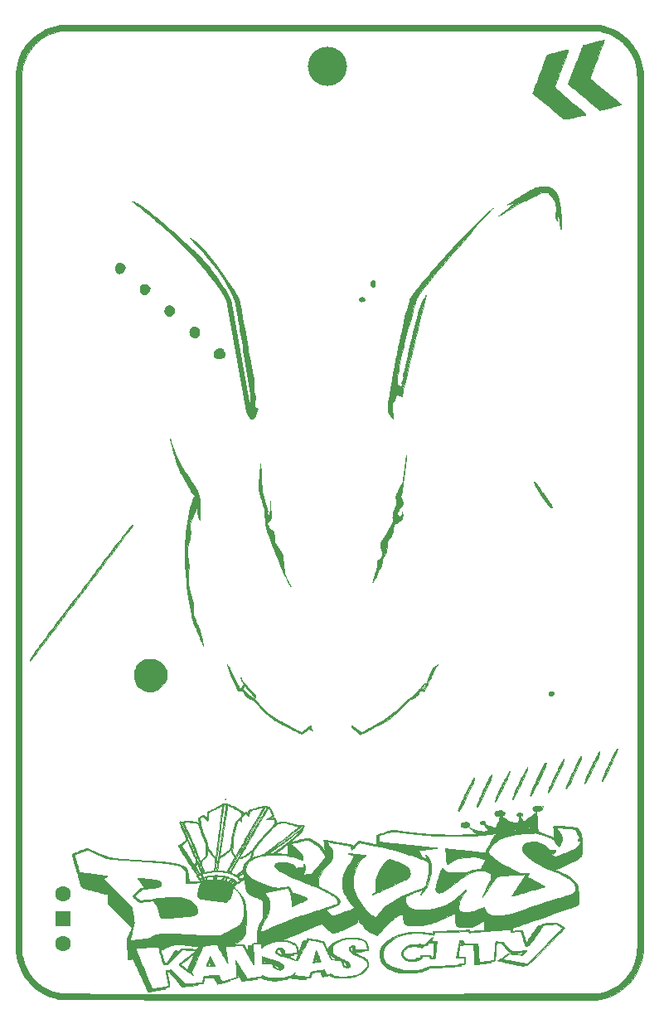
<source format=gbr>
%TF.GenerationSoftware,KiCad,Pcbnew,8.0.1*%
%TF.CreationDate,2024-04-08T12:52:58-05:00*%
%TF.ProjectId,BSidesKC24-L2S,42536964-6573-44b4-9332-342d4c32532e,rev?*%
%TF.SameCoordinates,Original*%
%TF.FileFunction,Copper,L1,Top*%
%TF.FilePolarity,Positive*%
%FSLAX46Y46*%
G04 Gerber Fmt 4.6, Leading zero omitted, Abs format (unit mm)*
G04 Created by KiCad (PCBNEW 8.0.1) date 2024-04-08 12:52:58*
%MOMM*%
%LPD*%
G01*
G04 APERTURE LIST*
%TA.AperFunction,EtchedComponent*%
%ADD10C,0.010000*%
%TD*%
%TA.AperFunction,ComponentPad*%
%ADD11R,1.500000X1.500000*%
%TD*%
%TA.AperFunction,ComponentPad*%
%ADD12C,1.600000*%
%TD*%
%TA.AperFunction,ViaPad*%
%ADD13C,4.000000*%
%TD*%
G04 APERTURE END LIST*
D10*
%TO.C,G\u002A\u002A\u002A*%
X79545639Y-132810032D02*
X79546500Y-132815834D01*
X79539278Y-132836450D01*
X79537166Y-132837000D01*
X79519095Y-132822168D01*
X79514750Y-132815834D01*
X79516428Y-132796329D01*
X79524084Y-132794667D01*
X79545639Y-132810032D01*
%TA.AperFunction,EtchedComponent*%
G36*
X79545639Y-132810032D02*
G01*
X79546500Y-132815834D01*
X79539278Y-132836450D01*
X79537166Y-132837000D01*
X79519095Y-132822168D01*
X79514750Y-132815834D01*
X79516428Y-132796329D01*
X79524084Y-132794667D01*
X79545639Y-132810032D01*
G37*
%TD.AperFunction*%
X109899446Y-134482402D02*
X109899500Y-134483972D01*
X109882540Y-134508430D01*
X109865981Y-134517500D01*
X109841168Y-134518074D01*
X109840846Y-134505212D01*
X109860235Y-134479827D01*
X109885752Y-134470057D01*
X109899446Y-134482402D01*
%TA.AperFunction,EtchedComponent*%
G36*
X109899446Y-134482402D02*
G01*
X109899500Y-134483972D01*
X109882540Y-134508430D01*
X109865981Y-134517500D01*
X109841168Y-134518074D01*
X109840846Y-134505212D01*
X109860235Y-134479827D01*
X109885752Y-134470057D01*
X109899446Y-134482402D01*
G37*
%TD.AperFunction*%
X111952667Y-133546084D02*
X111972859Y-133565104D01*
X111973834Y-133568499D01*
X111957457Y-133577591D01*
X111952667Y-133577834D01*
X111932314Y-133561562D01*
X111931500Y-133555418D01*
X111944468Y-133542776D01*
X111952667Y-133546084D01*
%TA.AperFunction,EtchedComponent*%
G36*
X111952667Y-133546084D02*
G01*
X111972859Y-133565104D01*
X111973834Y-133568499D01*
X111957457Y-133577591D01*
X111952667Y-133577834D01*
X111932314Y-133561562D01*
X111931500Y-133555418D01*
X111944468Y-133542776D01*
X111952667Y-133546084D01*
G37*
%TD.AperFunction*%
X85821619Y-110379971D02*
X85845808Y-110416585D01*
X85880890Y-110477693D01*
X85906989Y-110526282D01*
X85955249Y-110621083D01*
X85983927Y-110684077D01*
X85992545Y-110713909D01*
X85980623Y-110709226D01*
X85965491Y-110691887D01*
X85940953Y-110653773D01*
X85908249Y-110593500D01*
X85873222Y-110523181D01*
X85841713Y-110454932D01*
X85819562Y-110400866D01*
X85812451Y-110374479D01*
X85821619Y-110379971D01*
%TA.AperFunction,EtchedComponent*%
G36*
X85821619Y-110379971D02*
G01*
X85845808Y-110416585D01*
X85880890Y-110477693D01*
X85906989Y-110526282D01*
X85955249Y-110621083D01*
X85983927Y-110684077D01*
X85992545Y-110713909D01*
X85980623Y-110709226D01*
X85965491Y-110691887D01*
X85940953Y-110653773D01*
X85908249Y-110593500D01*
X85873222Y-110523181D01*
X85841713Y-110454932D01*
X85819562Y-110400866D01*
X85812451Y-110374479D01*
X85821619Y-110379971D01*
G37*
%TD.AperFunction*%
X86024016Y-110757436D02*
X86053684Y-110795487D01*
X86091032Y-110852116D01*
X86130055Y-110917876D01*
X86164748Y-110983317D01*
X86182335Y-111021688D01*
X86207163Y-111087455D01*
X86213003Y-111118319D01*
X86201955Y-111116082D01*
X86176119Y-111082547D01*
X86137596Y-111019519D01*
X86100116Y-110951091D01*
X86058733Y-110869981D01*
X86027432Y-110803530D01*
X86009941Y-110759988D01*
X86008032Y-110747413D01*
X86024016Y-110757436D01*
%TA.AperFunction,EtchedComponent*%
G36*
X86024016Y-110757436D02*
G01*
X86053684Y-110795487D01*
X86091032Y-110852116D01*
X86130055Y-110917876D01*
X86164748Y-110983317D01*
X86182335Y-111021688D01*
X86207163Y-111087455D01*
X86213003Y-111118319D01*
X86201955Y-111116082D01*
X86176119Y-111082547D01*
X86137596Y-111019519D01*
X86100116Y-110951091D01*
X86058733Y-110869981D01*
X86027432Y-110803530D01*
X86009941Y-110759988D01*
X86008032Y-110747413D01*
X86024016Y-110757436D01*
G37*
%TD.AperFunction*%
X93607438Y-81601119D02*
X93702092Y-81664067D01*
X93728264Y-81691095D01*
X93778224Y-81769887D01*
X93790994Y-81845572D01*
X93766853Y-81911673D01*
X93716865Y-81955868D01*
X93645120Y-81983228D01*
X93550355Y-82001035D01*
X93451231Y-82007134D01*
X93366410Y-81999372D01*
X93357750Y-81997322D01*
X93262806Y-81962915D01*
X93205803Y-81917739D01*
X93186269Y-81877228D01*
X93187386Y-81801110D01*
X93222378Y-81721653D01*
X93285658Y-81650844D01*
X93295384Y-81643117D01*
X93396652Y-81589820D01*
X93503148Y-81576096D01*
X93607438Y-81601119D01*
%TA.AperFunction,EtchedComponent*%
G36*
X93607438Y-81601119D02*
G01*
X93702092Y-81664067D01*
X93728264Y-81691095D01*
X93778224Y-81769887D01*
X93790994Y-81845572D01*
X93766853Y-81911673D01*
X93716865Y-81955868D01*
X93645120Y-81983228D01*
X93550355Y-82001035D01*
X93451231Y-82007134D01*
X93366410Y-81999372D01*
X93357750Y-81997322D01*
X93262806Y-81962915D01*
X93205803Y-81917739D01*
X93186269Y-81877228D01*
X93187386Y-81801110D01*
X93222378Y-81721653D01*
X93285658Y-81650844D01*
X93295384Y-81643117D01*
X93396652Y-81589820D01*
X93503148Y-81576096D01*
X93607438Y-81601119D01*
G37*
%TD.AperFunction*%
X94719540Y-79845511D02*
X94735348Y-79858491D01*
X94785449Y-79929476D01*
X94816550Y-80023294D01*
X94829224Y-80129756D01*
X94824044Y-80238672D01*
X94801583Y-80339852D01*
X94762415Y-80423108D01*
X94707113Y-80478250D01*
X94700261Y-80482063D01*
X94650270Y-80505480D01*
X94613980Y-80509668D01*
X94571729Y-80493890D01*
X94537953Y-80475959D01*
X94444181Y-80403034D01*
X94385396Y-80306837D01*
X94363299Y-80190244D01*
X94363167Y-80179753D01*
X94376148Y-80062433D01*
X94418236Y-79968949D01*
X94488900Y-79892898D01*
X94574434Y-79837862D01*
X94652223Y-79821940D01*
X94719540Y-79845511D01*
%TA.AperFunction,EtchedComponent*%
G36*
X94719540Y-79845511D02*
G01*
X94735348Y-79858491D01*
X94785449Y-79929476D01*
X94816550Y-80023294D01*
X94829224Y-80129756D01*
X94824044Y-80238672D01*
X94801583Y-80339852D01*
X94762415Y-80423108D01*
X94707113Y-80478250D01*
X94700261Y-80482063D01*
X94650270Y-80505480D01*
X94613980Y-80509668D01*
X94571729Y-80493890D01*
X94537953Y-80475959D01*
X94444181Y-80403034D01*
X94385396Y-80306837D01*
X94363299Y-80190244D01*
X94363167Y-80179753D01*
X94376148Y-80062433D01*
X94418236Y-79968949D01*
X94488900Y-79892898D01*
X94574434Y-79837862D01*
X94652223Y-79821940D01*
X94719540Y-79845511D01*
G37*
%TD.AperFunction*%
X112884395Y-121814334D02*
X112975423Y-121839428D01*
X113050165Y-121884351D01*
X113100106Y-121945600D01*
X113116834Y-122014223D01*
X113099857Y-122067196D01*
X113055371Y-122129873D01*
X112993043Y-122191706D01*
X112922538Y-122242150D01*
X112894765Y-122256525D01*
X112823646Y-122284614D01*
X112769299Y-122291873D01*
X112712559Y-122279852D01*
X112692594Y-122272860D01*
X112631839Y-122229589D01*
X112586729Y-122156075D01*
X112563221Y-122063287D01*
X112561230Y-122031073D01*
X112570919Y-121945022D01*
X112607811Y-121885376D01*
X112678980Y-121841303D01*
X112687529Y-121837638D01*
X112785592Y-121812570D01*
X112884395Y-121814334D01*
%TA.AperFunction,EtchedComponent*%
G36*
X112884395Y-121814334D02*
G01*
X112975423Y-121839428D01*
X113050165Y-121884351D01*
X113100106Y-121945600D01*
X113116834Y-122014223D01*
X113099857Y-122067196D01*
X113055371Y-122129873D01*
X112993043Y-122191706D01*
X112922538Y-122242150D01*
X112894765Y-122256525D01*
X112823646Y-122284614D01*
X112769299Y-122291873D01*
X112712559Y-122279852D01*
X112692594Y-122272860D01*
X112631839Y-122229589D01*
X112586729Y-122156075D01*
X112563221Y-122063287D01*
X112561230Y-122031073D01*
X112570919Y-121945022D01*
X112607811Y-121885376D01*
X112678980Y-121841303D01*
X112687529Y-121837638D01*
X112785592Y-121812570D01*
X112884395Y-121814334D01*
G37*
%TD.AperFunction*%
X104161124Y-135173766D02*
X104272878Y-135199851D01*
X104370576Y-135246845D01*
X104409045Y-135276021D01*
X104464653Y-135344753D01*
X104482421Y-135415500D01*
X104466520Y-135485061D01*
X104421119Y-135550236D01*
X104350390Y-135607822D01*
X104258503Y-135654619D01*
X104149629Y-135687426D01*
X104027938Y-135703042D01*
X103897600Y-135698265D01*
X103864946Y-135693639D01*
X103737116Y-135659785D01*
X103643632Y-135606251D01*
X103586203Y-135534410D01*
X103566697Y-135453856D01*
X103583036Y-135374499D01*
X103633771Y-135305820D01*
X103711981Y-135249282D01*
X103810742Y-135206347D01*
X103923135Y-135178475D01*
X104042236Y-135167127D01*
X104161124Y-135173766D01*
%TA.AperFunction,EtchedComponent*%
G36*
X104161124Y-135173766D02*
G01*
X104272878Y-135199851D01*
X104370576Y-135246845D01*
X104409045Y-135276021D01*
X104464653Y-135344753D01*
X104482421Y-135415500D01*
X104466520Y-135485061D01*
X104421119Y-135550236D01*
X104350390Y-135607822D01*
X104258503Y-135654619D01*
X104149629Y-135687426D01*
X104027938Y-135703042D01*
X103897600Y-135698265D01*
X103864946Y-135693639D01*
X103737116Y-135659785D01*
X103643632Y-135606251D01*
X103586203Y-135534410D01*
X103566697Y-135453856D01*
X103583036Y-135374499D01*
X103633771Y-135305820D01*
X103711981Y-135249282D01*
X103810742Y-135206347D01*
X103923135Y-135178475D01*
X104042236Y-135167127D01*
X104161124Y-135173766D01*
G37*
%TD.AperFunction*%
X111548261Y-133499042D02*
X111659957Y-133523220D01*
X111756469Y-133563038D01*
X111831130Y-133617685D01*
X111877268Y-133686354D01*
X111889167Y-133749503D01*
X111868803Y-133839608D01*
X111808756Y-133918345D01*
X111710597Y-133983855D01*
X111678910Y-133998542D01*
X111579620Y-134029158D01*
X111458570Y-134048975D01*
X111333467Y-134056432D01*
X111222016Y-134049971D01*
X111181974Y-134042343D01*
X111063029Y-133999428D01*
X110977709Y-133941029D01*
X110927786Y-133870960D01*
X110915034Y-133793038D01*
X110941226Y-133711078D01*
X110995458Y-133641062D01*
X111083032Y-133574905D01*
X111188768Y-133528434D01*
X111305998Y-133500840D01*
X111428052Y-133491312D01*
X111548261Y-133499042D01*
%TA.AperFunction,EtchedComponent*%
G36*
X111548261Y-133499042D02*
G01*
X111659957Y-133523220D01*
X111756469Y-133563038D01*
X111831130Y-133617685D01*
X111877268Y-133686354D01*
X111889167Y-133749503D01*
X111868803Y-133839608D01*
X111808756Y-133918345D01*
X111710597Y-133983855D01*
X111678910Y-133998542D01*
X111579620Y-134029158D01*
X111458570Y-134048975D01*
X111333467Y-134056432D01*
X111222016Y-134049971D01*
X111181974Y-134042343D01*
X111063029Y-133999428D01*
X110977709Y-133941029D01*
X110927786Y-133870960D01*
X110915034Y-133793038D01*
X110941226Y-133711078D01*
X110995458Y-133641062D01*
X111083032Y-133574905D01*
X111188768Y-133528434D01*
X111305998Y-133500840D01*
X111428052Y-133491312D01*
X111548261Y-133499042D01*
G37*
%TD.AperFunction*%
X68863520Y-78068095D02*
X68976242Y-78111623D01*
X69090280Y-78189988D01*
X69098087Y-78196453D01*
X69201674Y-78302569D01*
X69263352Y-78413327D01*
X69283403Y-78529885D01*
X69262107Y-78653404D01*
X69228386Y-78733745D01*
X69142772Y-78869556D01*
X69039038Y-78980240D01*
X68922883Y-79062642D01*
X68800008Y-79113604D01*
X68676115Y-79129968D01*
X68556903Y-79108577D01*
X68553702Y-79107409D01*
X68440141Y-79044922D01*
X68356749Y-78952771D01*
X68303572Y-78831042D01*
X68280660Y-78679819D01*
X68279692Y-78629167D01*
X68295831Y-78461379D01*
X68340212Y-78318786D01*
X68410651Y-78204115D01*
X68504963Y-78120092D01*
X68620964Y-78069443D01*
X68740099Y-78054643D01*
X68863520Y-78068095D01*
%TA.AperFunction,EtchedComponent*%
G36*
X68863520Y-78068095D02*
G01*
X68976242Y-78111623D01*
X69090280Y-78189988D01*
X69098087Y-78196453D01*
X69201674Y-78302569D01*
X69263352Y-78413327D01*
X69283403Y-78529885D01*
X69262107Y-78653404D01*
X69228386Y-78733745D01*
X69142772Y-78869556D01*
X69039038Y-78980240D01*
X68922883Y-79062642D01*
X68800008Y-79113604D01*
X68676115Y-79129968D01*
X68556903Y-79108577D01*
X68553702Y-79107409D01*
X68440141Y-79044922D01*
X68356749Y-78952771D01*
X68303572Y-78831042D01*
X68280660Y-78679819D01*
X68279692Y-78629167D01*
X68295831Y-78461379D01*
X68340212Y-78318786D01*
X68410651Y-78204115D01*
X68504963Y-78120092D01*
X68620964Y-78069443D01*
X68740099Y-78054643D01*
X68863520Y-78068095D01*
G37*
%TD.AperFunction*%
X71272056Y-80232256D02*
X71393915Y-80250695D01*
X71513033Y-80299544D01*
X71622127Y-80372396D01*
X71713913Y-80462846D01*
X71781106Y-80564490D01*
X71816422Y-80670920D01*
X71819995Y-80714084D01*
X71803612Y-80803757D01*
X71758490Y-80906369D01*
X71691650Y-81012197D01*
X71610110Y-81111518D01*
X71520889Y-81194610D01*
X71432310Y-81251137D01*
X71306959Y-81293962D01*
X71184753Y-81305741D01*
X71101773Y-81292946D01*
X70987315Y-81238943D01*
X70899272Y-81153133D01*
X70839158Y-81037943D01*
X70808488Y-80895799D01*
X70804667Y-80816555D01*
X70819858Y-80651153D01*
X70863644Y-80508488D01*
X70933344Y-80391912D01*
X71026274Y-80304778D01*
X71139754Y-80250439D01*
X71271101Y-80232248D01*
X71272056Y-80232256D01*
%TA.AperFunction,EtchedComponent*%
G36*
X71272056Y-80232256D02*
G01*
X71393915Y-80250695D01*
X71513033Y-80299544D01*
X71622127Y-80372396D01*
X71713913Y-80462846D01*
X71781106Y-80564490D01*
X71816422Y-80670920D01*
X71819995Y-80714084D01*
X71803612Y-80803757D01*
X71758490Y-80906369D01*
X71691650Y-81012197D01*
X71610110Y-81111518D01*
X71520889Y-81194610D01*
X71432310Y-81251137D01*
X71306959Y-81293962D01*
X71184753Y-81305741D01*
X71101773Y-81292946D01*
X70987315Y-81238943D01*
X70899272Y-81153133D01*
X70839158Y-81037943D01*
X70808488Y-80895799D01*
X70804667Y-80816555D01*
X70819858Y-80651153D01*
X70863644Y-80508488D01*
X70933344Y-80391912D01*
X71026274Y-80304778D01*
X71139754Y-80250439D01*
X71271101Y-80232248D01*
X71272056Y-80232256D01*
G37*
%TD.AperFunction*%
X76491707Y-84605294D02*
X76625854Y-84654162D01*
X76740775Y-84729692D01*
X76793734Y-84783442D01*
X76854795Y-84889252D01*
X76886059Y-85016993D01*
X76887252Y-85158259D01*
X76858102Y-85304641D01*
X76814347Y-85416498D01*
X76738909Y-85527630D01*
X76638306Y-85610214D01*
X76520378Y-85661359D01*
X76392966Y-85678178D01*
X76263909Y-85657781D01*
X76212750Y-85638177D01*
X76124209Y-85581081D01*
X76036059Y-85495372D01*
X75959621Y-85393336D01*
X75919896Y-85320424D01*
X75888707Y-85220256D01*
X75874716Y-85104267D01*
X75878116Y-84988187D01*
X75899099Y-84887747D01*
X75914160Y-84852167D01*
X75996149Y-84732151D01*
X76097572Y-84649281D01*
X76221111Y-84601934D01*
X76350334Y-84588366D01*
X76491707Y-84605294D01*
%TA.AperFunction,EtchedComponent*%
G36*
X76491707Y-84605294D02*
G01*
X76625854Y-84654162D01*
X76740775Y-84729692D01*
X76793734Y-84783442D01*
X76854795Y-84889252D01*
X76886059Y-85016993D01*
X76887252Y-85158259D01*
X76858102Y-85304641D01*
X76814347Y-85416498D01*
X76738909Y-85527630D01*
X76638306Y-85610214D01*
X76520378Y-85661359D01*
X76392966Y-85678178D01*
X76263909Y-85657781D01*
X76212750Y-85638177D01*
X76124209Y-85581081D01*
X76036059Y-85495372D01*
X75959621Y-85393336D01*
X75919896Y-85320424D01*
X75888707Y-85220256D01*
X75874716Y-85104267D01*
X75878116Y-84988187D01*
X75899099Y-84887747D01*
X75914160Y-84852167D01*
X75996149Y-84732151D01*
X76097572Y-84649281D01*
X76221111Y-84601934D01*
X76350334Y-84588366D01*
X76491707Y-84605294D01*
G37*
%TD.AperFunction*%
X73783189Y-82411420D02*
X73867554Y-82417770D01*
X73948392Y-82433471D01*
X73984511Y-82445430D01*
X74050808Y-82483839D01*
X74128887Y-82543830D01*
X74206510Y-82614347D01*
X74271435Y-82684335D01*
X74309598Y-82739074D01*
X74337056Y-82836285D01*
X74330490Y-82948475D01*
X74292087Y-83068697D01*
X74224035Y-83190001D01*
X74132603Y-83301268D01*
X74022247Y-83391922D01*
X73899306Y-83453934D01*
X73773218Y-83483892D01*
X73653422Y-83478383D01*
X73646822Y-83476894D01*
X73534715Y-83430039D01*
X73443956Y-83351092D01*
X73376984Y-83245831D01*
X73336237Y-83120040D01*
X73324153Y-82979499D01*
X73343171Y-82829989D01*
X73355054Y-82785096D01*
X73412639Y-82646170D01*
X73496394Y-82536234D01*
X73571835Y-82473467D01*
X73635226Y-82434954D01*
X73695763Y-82416363D01*
X73774844Y-82411412D01*
X73783189Y-82411420D01*
%TA.AperFunction,EtchedComponent*%
G36*
X73783189Y-82411420D02*
G01*
X73867554Y-82417770D01*
X73948392Y-82433471D01*
X73984511Y-82445430D01*
X74050808Y-82483839D01*
X74128887Y-82543830D01*
X74206510Y-82614347D01*
X74271435Y-82684335D01*
X74309598Y-82739074D01*
X74337056Y-82836285D01*
X74330490Y-82948475D01*
X74292087Y-83068697D01*
X74224035Y-83190001D01*
X74132603Y-83301268D01*
X74022247Y-83391922D01*
X73899306Y-83453934D01*
X73773218Y-83483892D01*
X73653422Y-83478383D01*
X73646822Y-83476894D01*
X73534715Y-83430039D01*
X73443956Y-83351092D01*
X73376984Y-83245831D01*
X73336237Y-83120040D01*
X73324153Y-82979499D01*
X73343171Y-82829989D01*
X73355054Y-82785096D01*
X73412639Y-82646170D01*
X73496394Y-82536234D01*
X73571835Y-82473467D01*
X73635226Y-82434954D01*
X73695763Y-82416363D01*
X73774844Y-82411412D01*
X73783189Y-82411420D01*
G37*
%TD.AperFunction*%
X79074949Y-86814829D02*
X79190395Y-86857228D01*
X79266089Y-86910349D01*
X79342291Y-87004573D01*
X79406375Y-87126588D01*
X79453211Y-87262433D01*
X79477670Y-87398148D01*
X79478501Y-87488462D01*
X79463138Y-87585966D01*
X79430905Y-87654727D01*
X79373988Y-87703998D01*
X79284573Y-87743033D01*
X79255545Y-87752489D01*
X79169617Y-87773103D01*
X79062104Y-87789927D01*
X78944381Y-87802175D01*
X78827821Y-87809058D01*
X78723797Y-87809789D01*
X78643684Y-87803580D01*
X78613931Y-87796921D01*
X78520282Y-87754458D01*
X78453688Y-87694807D01*
X78410871Y-87612070D01*
X78388558Y-87500350D01*
X78383263Y-87381584D01*
X78397778Y-87216654D01*
X78442354Y-87080329D01*
X78518534Y-86969926D01*
X78627863Y-86882761D01*
X78689250Y-86849946D01*
X78812993Y-86809996D01*
X78945354Y-86798688D01*
X79074949Y-86814829D01*
%TA.AperFunction,EtchedComponent*%
G36*
X79074949Y-86814829D02*
G01*
X79190395Y-86857228D01*
X79266089Y-86910349D01*
X79342291Y-87004573D01*
X79406375Y-87126588D01*
X79453211Y-87262433D01*
X79477670Y-87398148D01*
X79478501Y-87488462D01*
X79463138Y-87585966D01*
X79430905Y-87654727D01*
X79373988Y-87703998D01*
X79284573Y-87743033D01*
X79255545Y-87752489D01*
X79169617Y-87773103D01*
X79062104Y-87789927D01*
X78944381Y-87802175D01*
X78827821Y-87809058D01*
X78723797Y-87809789D01*
X78643684Y-87803580D01*
X78613931Y-87796921D01*
X78520282Y-87754458D01*
X78453688Y-87694807D01*
X78410871Y-87612070D01*
X78388558Y-87500350D01*
X78383263Y-87381584D01*
X78397778Y-87216654D01*
X78442354Y-87080329D01*
X78518534Y-86969926D01*
X78627863Y-86882761D01*
X78689250Y-86849946D01*
X78812993Y-86809996D01*
X78945354Y-86798688D01*
X79074949Y-86814829D01*
G37*
%TD.AperFunction*%
X107731243Y-133985133D02*
X107791140Y-133996312D01*
X107849237Y-134016609D01*
X107862394Y-134022155D01*
X107963418Y-134075161D01*
X108027359Y-134133840D01*
X108059462Y-134204248D01*
X108065689Y-134256773D01*
X108063182Y-134312302D01*
X108046699Y-134353994D01*
X108008124Y-134397602D01*
X107979754Y-134423503D01*
X107905216Y-134477320D01*
X107818410Y-134523168D01*
X107781819Y-134537244D01*
X107672372Y-134560383D01*
X107541024Y-134570060D01*
X107406034Y-134566199D01*
X107285661Y-134548725D01*
X107250567Y-134539441D01*
X107166348Y-134499872D01*
X107093630Y-134441190D01*
X107041987Y-134373290D01*
X107020989Y-134306067D01*
X107020913Y-134302055D01*
X107041687Y-134213585D01*
X107102514Y-134133322D01*
X107201529Y-134063554D01*
X107225418Y-134051225D01*
X107293824Y-134020792D01*
X107358060Y-134001499D01*
X107432828Y-133990295D01*
X107532834Y-133984130D01*
X107552268Y-133983403D01*
X107656101Y-133981390D01*
X107731243Y-133985133D01*
%TA.AperFunction,EtchedComponent*%
G36*
X107731243Y-133985133D02*
G01*
X107791140Y-133996312D01*
X107849237Y-134016609D01*
X107862394Y-134022155D01*
X107963418Y-134075161D01*
X108027359Y-134133840D01*
X108059462Y-134204248D01*
X108065689Y-134256773D01*
X108063182Y-134312302D01*
X108046699Y-134353994D01*
X108008124Y-134397602D01*
X107979754Y-134423503D01*
X107905216Y-134477320D01*
X107818410Y-134523168D01*
X107781819Y-134537244D01*
X107672372Y-134560383D01*
X107541024Y-134570060D01*
X107406034Y-134566199D01*
X107285661Y-134548725D01*
X107250567Y-134539441D01*
X107166348Y-134499872D01*
X107093630Y-134441190D01*
X107041987Y-134373290D01*
X107020989Y-134306067D01*
X107020913Y-134302055D01*
X107041687Y-134213585D01*
X107102514Y-134133322D01*
X107201529Y-134063554D01*
X107225418Y-134051225D01*
X107293824Y-134020792D01*
X107358060Y-134001499D01*
X107432828Y-133990295D01*
X107532834Y-133984130D01*
X107552268Y-133983403D01*
X107656101Y-133981390D01*
X107731243Y-133985133D01*
G37*
%TD.AperFunction*%
X111096667Y-100419322D02*
X111128210Y-100440263D01*
X111171677Y-100481142D01*
X111228546Y-100543795D01*
X111300291Y-100630059D01*
X111388390Y-100741767D01*
X111494319Y-100880757D01*
X111619553Y-101048863D01*
X111765571Y-101247922D01*
X111933847Y-101479768D01*
X111961356Y-101517843D01*
X112170383Y-101809870D01*
X112352498Y-102069818D01*
X112507945Y-102298083D01*
X112636967Y-102495061D01*
X112739809Y-102661149D01*
X112816713Y-102796742D01*
X112867924Y-102902237D01*
X112893686Y-102978031D01*
X112894242Y-103024520D01*
X112891518Y-103030073D01*
X112861722Y-103063262D01*
X112825550Y-103066209D01*
X112770946Y-103039645D01*
X112767584Y-103037597D01*
X112694415Y-102980872D01*
X112603577Y-102891045D01*
X112497831Y-102772091D01*
X112379941Y-102627984D01*
X112252667Y-102462698D01*
X112118772Y-102280209D01*
X111981019Y-102084491D01*
X111842169Y-101879517D01*
X111704985Y-101669264D01*
X111572228Y-101457704D01*
X111446660Y-101248814D01*
X111331045Y-101046566D01*
X111228144Y-100854937D01*
X111169285Y-100737750D01*
X111111622Y-100614055D01*
X111075334Y-100523121D01*
X111059484Y-100461736D01*
X111063133Y-100426686D01*
X111075573Y-100416485D01*
X111096667Y-100419322D01*
%TA.AperFunction,EtchedComponent*%
G36*
X111096667Y-100419322D02*
G01*
X111128210Y-100440263D01*
X111171677Y-100481142D01*
X111228546Y-100543795D01*
X111300291Y-100630059D01*
X111388390Y-100741767D01*
X111494319Y-100880757D01*
X111619553Y-101048863D01*
X111765571Y-101247922D01*
X111933847Y-101479768D01*
X111961356Y-101517843D01*
X112170383Y-101809870D01*
X112352498Y-102069818D01*
X112507945Y-102298083D01*
X112636967Y-102495061D01*
X112739809Y-102661149D01*
X112816713Y-102796742D01*
X112867924Y-102902237D01*
X112893686Y-102978031D01*
X112894242Y-103024520D01*
X112891518Y-103030073D01*
X112861722Y-103063262D01*
X112825550Y-103066209D01*
X112770946Y-103039645D01*
X112767584Y-103037597D01*
X112694415Y-102980872D01*
X112603577Y-102891045D01*
X112497831Y-102772091D01*
X112379941Y-102627984D01*
X112252667Y-102462698D01*
X112118772Y-102280209D01*
X111981019Y-102084491D01*
X111842169Y-101879517D01*
X111704985Y-101669264D01*
X111572228Y-101457704D01*
X111446660Y-101248814D01*
X111331045Y-101046566D01*
X111228144Y-100854937D01*
X111169285Y-100737750D01*
X111111622Y-100614055D01*
X111075334Y-100523121D01*
X111059484Y-100461736D01*
X111063133Y-100426686D01*
X111075573Y-100416485D01*
X111096667Y-100419322D01*
G37*
%TD.AperFunction*%
X110404068Y-129595695D02*
X110401135Y-129649354D01*
X110380259Y-129736169D01*
X110342350Y-129853999D01*
X110288317Y-130000704D01*
X110219072Y-130174142D01*
X110135522Y-130372174D01*
X110038579Y-130592657D01*
X109929152Y-130833453D01*
X109808150Y-131092419D01*
X109676483Y-131367415D01*
X109535062Y-131656300D01*
X109384795Y-131956934D01*
X109335720Y-132053834D01*
X109224298Y-132270416D01*
X109129186Y-132449219D01*
X109049716Y-132591243D01*
X108985219Y-132697486D01*
X108935026Y-132768949D01*
X108898468Y-132806632D01*
X108874877Y-132811534D01*
X108863583Y-132784654D01*
X108862334Y-132761447D01*
X108871335Y-132711607D01*
X108897226Y-132629567D01*
X108938341Y-132518804D01*
X108993012Y-132382800D01*
X109059571Y-132225033D01*
X109136352Y-132048983D01*
X109221687Y-131858129D01*
X109313909Y-131655950D01*
X109411350Y-131445926D01*
X109512344Y-131231536D01*
X109615222Y-131016259D01*
X109718318Y-130803574D01*
X109819965Y-130596962D01*
X109918495Y-130399901D01*
X110012240Y-130215871D01*
X110099535Y-130048351D01*
X110178710Y-129900820D01*
X110248099Y-129776758D01*
X110306035Y-129679643D01*
X110350851Y-129612957D01*
X110380878Y-129580176D01*
X110388149Y-129577334D01*
X110404068Y-129595695D01*
%TA.AperFunction,EtchedComponent*%
G36*
X110404068Y-129595695D02*
G01*
X110401135Y-129649354D01*
X110380259Y-129736169D01*
X110342350Y-129853999D01*
X110288317Y-130000704D01*
X110219072Y-130174142D01*
X110135522Y-130372174D01*
X110038579Y-130592657D01*
X109929152Y-130833453D01*
X109808150Y-131092419D01*
X109676483Y-131367415D01*
X109535062Y-131656300D01*
X109384795Y-131956934D01*
X109335720Y-132053834D01*
X109224298Y-132270416D01*
X109129186Y-132449219D01*
X109049716Y-132591243D01*
X108985219Y-132697486D01*
X108935026Y-132768949D01*
X108898468Y-132806632D01*
X108874877Y-132811534D01*
X108863583Y-132784654D01*
X108862334Y-132761447D01*
X108871335Y-132711607D01*
X108897226Y-132629567D01*
X108938341Y-132518804D01*
X108993012Y-132382800D01*
X109059571Y-132225033D01*
X109136352Y-132048983D01*
X109221687Y-131858129D01*
X109313909Y-131655950D01*
X109411350Y-131445926D01*
X109512344Y-131231536D01*
X109615222Y-131016259D01*
X109718318Y-130803574D01*
X109819965Y-130596962D01*
X109918495Y-130399901D01*
X110012240Y-130215871D01*
X110099535Y-130048351D01*
X110178710Y-129900820D01*
X110248099Y-129776758D01*
X110306035Y-129679643D01*
X110350851Y-129612957D01*
X110380878Y-129580176D01*
X110388149Y-129577334D01*
X110404068Y-129595695D01*
G37*
%TD.AperFunction*%
X106747468Y-130351853D02*
X106740746Y-130404830D01*
X106716162Y-130495516D01*
X106673453Y-130624094D01*
X106664067Y-130650583D01*
X106612306Y-130788584D01*
X106545941Y-130954521D01*
X106467154Y-131143671D01*
X106378127Y-131351312D01*
X106281042Y-131572723D01*
X106178083Y-131803180D01*
X106071430Y-132037963D01*
X105963267Y-132272349D01*
X105855775Y-132501616D01*
X105751137Y-132721041D01*
X105651536Y-132925903D01*
X105559153Y-133111480D01*
X105476171Y-133273049D01*
X105404773Y-133405888D01*
X105347139Y-133505276D01*
X105338156Y-133519625D01*
X105289180Y-133592189D01*
X105254766Y-133630719D01*
X105230357Y-133638950D01*
X105212580Y-133622587D01*
X105208224Y-133582033D01*
X105221725Y-133507160D01*
X105251631Y-133401323D01*
X105296489Y-133267875D01*
X105354847Y-133110172D01*
X105425255Y-132931569D01*
X105506260Y-132735419D01*
X105596410Y-132525078D01*
X105694253Y-132303900D01*
X105798337Y-132075240D01*
X105907212Y-131842452D01*
X106019424Y-131608891D01*
X106133521Y-131377911D01*
X106248053Y-131152867D01*
X106361567Y-130937114D01*
X106427448Y-130815584D01*
X106522367Y-130646167D01*
X106601003Y-130513356D01*
X106663095Y-130417336D01*
X106708379Y-130358290D01*
X106736591Y-130336400D01*
X106747468Y-130351853D01*
%TA.AperFunction,EtchedComponent*%
G36*
X106747468Y-130351853D02*
G01*
X106740746Y-130404830D01*
X106716162Y-130495516D01*
X106673453Y-130624094D01*
X106664067Y-130650583D01*
X106612306Y-130788584D01*
X106545941Y-130954521D01*
X106467154Y-131143671D01*
X106378127Y-131351312D01*
X106281042Y-131572723D01*
X106178083Y-131803180D01*
X106071430Y-132037963D01*
X105963267Y-132272349D01*
X105855775Y-132501616D01*
X105751137Y-132721041D01*
X105651536Y-132925903D01*
X105559153Y-133111480D01*
X105476171Y-133273049D01*
X105404773Y-133405888D01*
X105347139Y-133505276D01*
X105338156Y-133519625D01*
X105289180Y-133592189D01*
X105254766Y-133630719D01*
X105230357Y-133638950D01*
X105212580Y-133622587D01*
X105208224Y-133582033D01*
X105221725Y-133507160D01*
X105251631Y-133401323D01*
X105296489Y-133267875D01*
X105354847Y-133110172D01*
X105425255Y-132931569D01*
X105506260Y-132735419D01*
X105596410Y-132525078D01*
X105694253Y-132303900D01*
X105798337Y-132075240D01*
X105907212Y-131842452D01*
X106019424Y-131608891D01*
X106133521Y-131377911D01*
X106248053Y-131152867D01*
X106361567Y-130937114D01*
X106427448Y-130815584D01*
X106522367Y-130646167D01*
X106601003Y-130513356D01*
X106663095Y-130417336D01*
X106708379Y-130358290D01*
X106736591Y-130336400D01*
X106747468Y-130351853D01*
G37*
%TD.AperFunction*%
X112269376Y-129115759D02*
X112288254Y-129136125D01*
X112291334Y-129176091D01*
X112281731Y-129236905D01*
X112253375Y-129333514D01*
X112206944Y-129464102D01*
X112143116Y-129626854D01*
X112062568Y-129819955D01*
X111979410Y-130011250D01*
X111934428Y-130110673D01*
X111875715Y-130236684D01*
X111805404Y-130384977D01*
X111725628Y-130551245D01*
X111638519Y-130731180D01*
X111546209Y-130920475D01*
X111450832Y-131114825D01*
X111354520Y-131309921D01*
X111259406Y-131501457D01*
X111167622Y-131685126D01*
X111081301Y-131856622D01*
X111002575Y-132011636D01*
X110933577Y-132145863D01*
X110876440Y-132254995D01*
X110833296Y-132334725D01*
X110806279Y-132380747D01*
X110805680Y-132381651D01*
X110751128Y-132453380D01*
X110707462Y-132490311D01*
X110677101Y-132491520D01*
X110662467Y-132456084D01*
X110661500Y-132436732D01*
X110667267Y-132392430D01*
X110684992Y-132326360D01*
X110715312Y-132237061D01*
X110758864Y-132123073D01*
X110816285Y-131982935D01*
X110888211Y-131815188D01*
X110975281Y-131618371D01*
X111078130Y-131391024D01*
X111197396Y-131131687D01*
X111333716Y-130838900D01*
X111487727Y-130511201D01*
X111660064Y-130147132D01*
X111661769Y-130143542D01*
X112151697Y-129111667D01*
X112221515Y-129111667D01*
X112269376Y-129115759D01*
%TA.AperFunction,EtchedComponent*%
G36*
X112269376Y-129115759D02*
G01*
X112288254Y-129136125D01*
X112291334Y-129176091D01*
X112281731Y-129236905D01*
X112253375Y-129333514D01*
X112206944Y-129464102D01*
X112143116Y-129626854D01*
X112062568Y-129819955D01*
X111979410Y-130011250D01*
X111934428Y-130110673D01*
X111875715Y-130236684D01*
X111805404Y-130384977D01*
X111725628Y-130551245D01*
X111638519Y-130731180D01*
X111546209Y-130920475D01*
X111450832Y-131114825D01*
X111354520Y-131309921D01*
X111259406Y-131501457D01*
X111167622Y-131685126D01*
X111081301Y-131856622D01*
X111002575Y-132011636D01*
X110933577Y-132145863D01*
X110876440Y-132254995D01*
X110833296Y-132334725D01*
X110806279Y-132380747D01*
X110805680Y-132381651D01*
X110751128Y-132453380D01*
X110707462Y-132490311D01*
X110677101Y-132491520D01*
X110662467Y-132456084D01*
X110661500Y-132436732D01*
X110667267Y-132392430D01*
X110684992Y-132326360D01*
X110715312Y-132237061D01*
X110758864Y-132123073D01*
X110816285Y-131982935D01*
X110888211Y-131815188D01*
X110975281Y-131618371D01*
X111078130Y-131391024D01*
X111197396Y-131131687D01*
X111333716Y-130838900D01*
X111487727Y-130511201D01*
X111660064Y-130147132D01*
X111661769Y-130143542D01*
X112151697Y-129111667D01*
X112221515Y-129111667D01*
X112269376Y-129115759D01*
G37*
%TD.AperFunction*%
X108582285Y-129948637D02*
X108587145Y-129972983D01*
X108587167Y-129975647D01*
X108577888Y-130026771D01*
X108551244Y-130111808D01*
X108509024Y-130226922D01*
X108453015Y-130368272D01*
X108385006Y-130532020D01*
X108306785Y-130714328D01*
X108220140Y-130911358D01*
X108126861Y-131119270D01*
X108028734Y-131334226D01*
X107927550Y-131552387D01*
X107825095Y-131769916D01*
X107723159Y-131982973D01*
X107623529Y-132187720D01*
X107527994Y-132380318D01*
X107438342Y-132556929D01*
X107356362Y-132713715D01*
X107283842Y-132846836D01*
X107222570Y-132952453D01*
X107174335Y-133026730D01*
X107153018Y-133053959D01*
X107115997Y-133086509D01*
X107094140Y-133082064D01*
X107086331Y-133039329D01*
X107089157Y-132979875D01*
X107103003Y-132915523D01*
X107135099Y-132817283D01*
X107183848Y-132688664D01*
X107247653Y-132533169D01*
X107324915Y-132354305D01*
X107414038Y-132155578D01*
X107513425Y-131940493D01*
X107621477Y-131712557D01*
X107736598Y-131475275D01*
X107857190Y-131232152D01*
X107981656Y-130986696D01*
X108108399Y-130742411D01*
X108110104Y-130739164D01*
X108222185Y-130527059D01*
X108316765Y-130351071D01*
X108395013Y-130209326D01*
X108458102Y-130099950D01*
X108507202Y-130021067D01*
X108543485Y-129970804D01*
X108568122Y-129947285D01*
X108582285Y-129948637D01*
%TA.AperFunction,EtchedComponent*%
G36*
X108582285Y-129948637D02*
G01*
X108587145Y-129972983D01*
X108587167Y-129975647D01*
X108577888Y-130026771D01*
X108551244Y-130111808D01*
X108509024Y-130226922D01*
X108453015Y-130368272D01*
X108385006Y-130532020D01*
X108306785Y-130714328D01*
X108220140Y-130911358D01*
X108126861Y-131119270D01*
X108028734Y-131334226D01*
X107927550Y-131552387D01*
X107825095Y-131769916D01*
X107723159Y-131982973D01*
X107623529Y-132187720D01*
X107527994Y-132380318D01*
X107438342Y-132556929D01*
X107356362Y-132713715D01*
X107283842Y-132846836D01*
X107222570Y-132952453D01*
X107174335Y-133026730D01*
X107153018Y-133053959D01*
X107115997Y-133086509D01*
X107094140Y-133082064D01*
X107086331Y-133039329D01*
X107089157Y-132979875D01*
X107103003Y-132915523D01*
X107135099Y-132817283D01*
X107183848Y-132688664D01*
X107247653Y-132533169D01*
X107324915Y-132354305D01*
X107414038Y-132155578D01*
X107513425Y-131940493D01*
X107621477Y-131712557D01*
X107736598Y-131475275D01*
X107857190Y-131232152D01*
X107981656Y-130986696D01*
X108108399Y-130742411D01*
X108110104Y-130739164D01*
X108222185Y-130527059D01*
X108316765Y-130351071D01*
X108395013Y-130209326D01*
X108458102Y-130099950D01*
X108507202Y-130021067D01*
X108543485Y-129970804D01*
X108568122Y-129947285D01*
X108582285Y-129948637D01*
G37*
%TD.AperFunction*%
X114114849Y-128725436D02*
X114128263Y-128763456D01*
X114124432Y-128828953D01*
X114113962Y-128876806D01*
X114088881Y-128953555D01*
X114046232Y-129063642D01*
X113987987Y-129203009D01*
X113916116Y-129367596D01*
X113832592Y-129553344D01*
X113739386Y-129756193D01*
X113638469Y-129972084D01*
X113531813Y-130196958D01*
X113421390Y-130426757D01*
X113309170Y-130657419D01*
X113197126Y-130884887D01*
X113087229Y-131105101D01*
X112981450Y-131314002D01*
X112881761Y-131507531D01*
X112790134Y-131681627D01*
X112708540Y-131832233D01*
X112638950Y-131955289D01*
X112583336Y-132046735D01*
X112552941Y-132090875D01*
X112507215Y-132142284D01*
X112476145Y-132157749D01*
X112461808Y-132136550D01*
X112461084Y-132122625D01*
X112471296Y-132065208D01*
X112500495Y-131972250D01*
X112547844Y-131845618D01*
X112612507Y-131687177D01*
X112693648Y-131498791D01*
X112790430Y-131282327D01*
X112902019Y-131039650D01*
X113027577Y-130772625D01*
X113166268Y-130483118D01*
X113317256Y-130172993D01*
X113479706Y-129844117D01*
X113507145Y-129789000D01*
X113635974Y-129531875D01*
X113747582Y-129312128D01*
X113842530Y-129128722D01*
X113921380Y-128980619D01*
X113984694Y-128866779D01*
X114033034Y-128786167D01*
X114066962Y-128737742D01*
X114085303Y-128720945D01*
X114114849Y-128725436D01*
%TA.AperFunction,EtchedComponent*%
G36*
X114114849Y-128725436D02*
G01*
X114128263Y-128763456D01*
X114124432Y-128828953D01*
X114113962Y-128876806D01*
X114088881Y-128953555D01*
X114046232Y-129063642D01*
X113987987Y-129203009D01*
X113916116Y-129367596D01*
X113832592Y-129553344D01*
X113739386Y-129756193D01*
X113638469Y-129972084D01*
X113531813Y-130196958D01*
X113421390Y-130426757D01*
X113309170Y-130657419D01*
X113197126Y-130884887D01*
X113087229Y-131105101D01*
X112981450Y-131314002D01*
X112881761Y-131507531D01*
X112790134Y-131681627D01*
X112708540Y-131832233D01*
X112638950Y-131955289D01*
X112583336Y-132046735D01*
X112552941Y-132090875D01*
X112507215Y-132142284D01*
X112476145Y-132157749D01*
X112461808Y-132136550D01*
X112461084Y-132122625D01*
X112471296Y-132065208D01*
X112500495Y-131972250D01*
X112547844Y-131845618D01*
X112612507Y-131687177D01*
X112693648Y-131498791D01*
X112790430Y-131282327D01*
X112902019Y-131039650D01*
X113027577Y-130772625D01*
X113166268Y-130483118D01*
X113317256Y-130172993D01*
X113479706Y-129844117D01*
X113507145Y-129789000D01*
X113635974Y-129531875D01*
X113747582Y-129312128D01*
X113842530Y-129128722D01*
X113921380Y-128980619D01*
X113984694Y-128866779D01*
X114033034Y-128786167D01*
X114066962Y-128737742D01*
X114085303Y-128720945D01*
X114114849Y-128725436D01*
G37*
%TD.AperFunction*%
X117740334Y-127972913D02*
X117751954Y-127992413D01*
X117761209Y-128024457D01*
X117762043Y-128028190D01*
X117763045Y-128072948D01*
X117750528Y-128139918D01*
X117723771Y-128230872D01*
X117682053Y-128347579D01*
X117624652Y-128491809D01*
X117550847Y-128665332D01*
X117459918Y-128869919D01*
X117351143Y-129107339D01*
X117223800Y-129379363D01*
X117136577Y-129563296D01*
X117023000Y-129799286D01*
X116910678Y-130027838D01*
X116801256Y-130245914D01*
X116696376Y-130450478D01*
X116597681Y-130638491D01*
X116506813Y-130806917D01*
X116425416Y-130952719D01*
X116355133Y-131072859D01*
X116297606Y-131164300D01*
X116254478Y-131224006D01*
X116227393Y-131248938D01*
X116224477Y-131249500D01*
X116211031Y-131230688D01*
X116213182Y-131178397D01*
X116213725Y-131174957D01*
X116233434Y-131096215D01*
X116272875Y-130980685D01*
X116331810Y-130828906D01*
X116410002Y-130641418D01*
X116507212Y-130418760D01*
X116623204Y-130161471D01*
X116757739Y-129870091D01*
X116910579Y-129545158D01*
X117081488Y-129187212D01*
X117180098Y-128982678D01*
X117293855Y-128748025D01*
X117390977Y-128549319D01*
X117472891Y-128384219D01*
X117541025Y-128250385D01*
X117596805Y-128145477D01*
X117641657Y-128067155D01*
X117677010Y-128013077D01*
X117704289Y-127980905D01*
X117724921Y-127968297D01*
X117740334Y-127972913D01*
%TA.AperFunction,EtchedComponent*%
G36*
X117740334Y-127972913D02*
G01*
X117751954Y-127992413D01*
X117761209Y-128024457D01*
X117762043Y-128028190D01*
X117763045Y-128072948D01*
X117750528Y-128139918D01*
X117723771Y-128230872D01*
X117682053Y-128347579D01*
X117624652Y-128491809D01*
X117550847Y-128665332D01*
X117459918Y-128869919D01*
X117351143Y-129107339D01*
X117223800Y-129379363D01*
X117136577Y-129563296D01*
X117023000Y-129799286D01*
X116910678Y-130027838D01*
X116801256Y-130245914D01*
X116696376Y-130450478D01*
X116597681Y-130638491D01*
X116506813Y-130806917D01*
X116425416Y-130952719D01*
X116355133Y-131072859D01*
X116297606Y-131164300D01*
X116254478Y-131224006D01*
X116227393Y-131248938D01*
X116224477Y-131249500D01*
X116211031Y-131230688D01*
X116213182Y-131178397D01*
X116213725Y-131174957D01*
X116233434Y-131096215D01*
X116272875Y-130980685D01*
X116331810Y-130828906D01*
X116410002Y-130641418D01*
X116507212Y-130418760D01*
X116623204Y-130161471D01*
X116757739Y-129870091D01*
X116910579Y-129545158D01*
X117081488Y-129187212D01*
X117180098Y-128982678D01*
X117293855Y-128748025D01*
X117390977Y-128549319D01*
X117472891Y-128384219D01*
X117541025Y-128250385D01*
X117596805Y-128145477D01*
X117641657Y-128067155D01*
X117677010Y-128013077D01*
X117704289Y-127980905D01*
X117724921Y-127968297D01*
X117740334Y-127972913D01*
G37*
%TD.AperFunction*%
X104983189Y-130627565D02*
X104988963Y-130667661D01*
X104977400Y-130736142D01*
X104948025Y-130834363D01*
X104900360Y-130963676D01*
X104833928Y-131125437D01*
X104748251Y-131320998D01*
X104642852Y-131551714D01*
X104591262Y-131662250D01*
X104473935Y-131911114D01*
X104354683Y-132161876D01*
X104235956Y-132409516D01*
X104120202Y-132649012D01*
X104009868Y-132875342D01*
X103907404Y-133083486D01*
X103815256Y-133268423D01*
X103735874Y-133425130D01*
X103671706Y-133548587D01*
X103669890Y-133552010D01*
X103579269Y-133718287D01*
X103503621Y-133846961D01*
X103441677Y-133939522D01*
X103392171Y-133997461D01*
X103353834Y-134022268D01*
X103325399Y-134015435D01*
X103306044Y-133979875D01*
X103309379Y-133940808D01*
X103332064Y-133865781D01*
X103373472Y-133756160D01*
X103432976Y-133613309D01*
X103509950Y-133438593D01*
X103603768Y-133233376D01*
X103713802Y-132999023D01*
X103839427Y-132736899D01*
X103980014Y-132448369D01*
X104134939Y-132134796D01*
X104303573Y-131797546D01*
X104355713Y-131694000D01*
X104476221Y-131455816D01*
X104579648Y-131253225D01*
X104667390Y-131083732D01*
X104740846Y-130944843D01*
X104801413Y-130834064D01*
X104850489Y-130748901D01*
X104889471Y-130686859D01*
X104919756Y-130645444D01*
X104942743Y-130622161D01*
X104959830Y-130614517D01*
X104960557Y-130614500D01*
X104983189Y-130627565D01*
%TA.AperFunction,EtchedComponent*%
G36*
X104983189Y-130627565D02*
G01*
X104988963Y-130667661D01*
X104977400Y-130736142D01*
X104948025Y-130834363D01*
X104900360Y-130963676D01*
X104833928Y-131125437D01*
X104748251Y-131320998D01*
X104642852Y-131551714D01*
X104591262Y-131662250D01*
X104473935Y-131911114D01*
X104354683Y-132161876D01*
X104235956Y-132409516D01*
X104120202Y-132649012D01*
X104009868Y-132875342D01*
X103907404Y-133083486D01*
X103815256Y-133268423D01*
X103735874Y-133425130D01*
X103671706Y-133548587D01*
X103669890Y-133552010D01*
X103579269Y-133718287D01*
X103503621Y-133846961D01*
X103441677Y-133939522D01*
X103392171Y-133997461D01*
X103353834Y-134022268D01*
X103325399Y-134015435D01*
X103306044Y-133979875D01*
X103309379Y-133940808D01*
X103332064Y-133865781D01*
X103373472Y-133756160D01*
X103432976Y-133613309D01*
X103509950Y-133438593D01*
X103603768Y-133233376D01*
X103713802Y-132999023D01*
X103839427Y-132736899D01*
X103980014Y-132448369D01*
X104134939Y-132134796D01*
X104303573Y-131797546D01*
X104355713Y-131694000D01*
X104476221Y-131455816D01*
X104579648Y-131253225D01*
X104667390Y-131083732D01*
X104740846Y-130944843D01*
X104801413Y-130834064D01*
X104850489Y-130748901D01*
X104889471Y-130686859D01*
X104919756Y-130645444D01*
X104942743Y-130622161D01*
X104959830Y-130614517D01*
X104960557Y-130614500D01*
X104983189Y-130627565D01*
G37*
%TD.AperFunction*%
X105933643Y-135084557D02*
X105970530Y-135098523D01*
X106029182Y-135127410D01*
X106058169Y-135154061D01*
X106067686Y-135190493D01*
X106068334Y-135213779D01*
X106052183Y-135288141D01*
X106025057Y-135324937D01*
X106008235Y-135341891D01*
X106004427Y-135356149D01*
X106018997Y-135371292D01*
X106057309Y-135390900D01*
X106124725Y-135418552D01*
X106220849Y-135455623D01*
X106414359Y-135529890D01*
X106571693Y-135590773D01*
X106696317Y-135639737D01*
X106791699Y-135678243D01*
X106861306Y-135707758D01*
X106908606Y-135729744D01*
X106937065Y-135745664D01*
X106950151Y-135756984D01*
X106951741Y-135764193D01*
X106922401Y-135801589D01*
X106861778Y-135846771D01*
X106779040Y-135895034D01*
X106683352Y-135941671D01*
X106583880Y-135981978D01*
X106489791Y-136011248D01*
X106455858Y-136018784D01*
X106415223Y-136022908D01*
X106384106Y-136011676D01*
X106350780Y-135977780D01*
X106316390Y-135931849D01*
X106275819Y-135874408D01*
X106219329Y-135792893D01*
X106154564Y-135698401D01*
X106092534Y-135607009D01*
X105940588Y-135381935D01*
X105808669Y-135391517D01*
X105691442Y-135388862D01*
X105602185Y-135363117D01*
X105544413Y-135315947D01*
X105522162Y-135255772D01*
X105534468Y-135190029D01*
X105580152Y-135135357D01*
X105651063Y-135094615D01*
X105739049Y-135070662D01*
X105835960Y-135066356D01*
X105933643Y-135084557D01*
%TA.AperFunction,EtchedComponent*%
G36*
X105933643Y-135084557D02*
G01*
X105970530Y-135098523D01*
X106029182Y-135127410D01*
X106058169Y-135154061D01*
X106067686Y-135190493D01*
X106068334Y-135213779D01*
X106052183Y-135288141D01*
X106025057Y-135324937D01*
X106008235Y-135341891D01*
X106004427Y-135356149D01*
X106018997Y-135371292D01*
X106057309Y-135390900D01*
X106124725Y-135418552D01*
X106220849Y-135455623D01*
X106414359Y-135529890D01*
X106571693Y-135590773D01*
X106696317Y-135639737D01*
X106791699Y-135678243D01*
X106861306Y-135707758D01*
X106908606Y-135729744D01*
X106937065Y-135745664D01*
X106950151Y-135756984D01*
X106951741Y-135764193D01*
X106922401Y-135801589D01*
X106861778Y-135846771D01*
X106779040Y-135895034D01*
X106683352Y-135941671D01*
X106583880Y-135981978D01*
X106489791Y-136011248D01*
X106455858Y-136018784D01*
X106415223Y-136022908D01*
X106384106Y-136011676D01*
X106350780Y-135977780D01*
X106316390Y-135931849D01*
X106275819Y-135874408D01*
X106219329Y-135792893D01*
X106154564Y-135698401D01*
X106092534Y-135607009D01*
X105940588Y-135381935D01*
X105808669Y-135391517D01*
X105691442Y-135388862D01*
X105602185Y-135363117D01*
X105544413Y-135315947D01*
X105522162Y-135255772D01*
X105534468Y-135190029D01*
X105580152Y-135135357D01*
X105651063Y-135094615D01*
X105739049Y-135070662D01*
X105835960Y-135066356D01*
X105933643Y-135084557D01*
G37*
%TD.AperFunction*%
X77967158Y-148858527D02*
X77995340Y-148910430D01*
X78036399Y-148990617D01*
X78087802Y-149094057D01*
X78147013Y-149215721D01*
X78207733Y-149342643D01*
X78445882Y-149844417D01*
X78355899Y-149857709D01*
X78302573Y-149863475D01*
X78217205Y-149870282D01*
X78110049Y-149877412D01*
X77991358Y-149884148D01*
X77945193Y-149886464D01*
X77624470Y-149901926D01*
X77648513Y-149819643D01*
X77747521Y-149819643D01*
X77766290Y-149824781D01*
X77814129Y-149825581D01*
X77878097Y-149822896D01*
X77945250Y-149817580D01*
X78002645Y-149810484D01*
X78037339Y-149802464D01*
X78041084Y-149800296D01*
X78037032Y-149779347D01*
X78020554Y-149729321D01*
X77995464Y-149660234D01*
X77965578Y-149582103D01*
X77934711Y-149504943D01*
X77906677Y-149438772D01*
X77888698Y-149400170D01*
X77877575Y-149387851D01*
X77865114Y-149398532D01*
X77849088Y-149437153D01*
X77827270Y-149508652D01*
X77807580Y-149580087D01*
X77783180Y-149672030D01*
X77763538Y-149748841D01*
X77750956Y-149801339D01*
X77747521Y-149819643D01*
X77648513Y-149819643D01*
X77728739Y-149545088D01*
X77785140Y-149352629D01*
X77831100Y-149197251D01*
X77867782Y-149075320D01*
X77896349Y-148983205D01*
X77917962Y-148917273D01*
X77933783Y-148873893D01*
X77944976Y-148849433D01*
X77952702Y-148840260D01*
X77954389Y-148839935D01*
X77967158Y-148858527D01*
%TA.AperFunction,EtchedComponent*%
G36*
X77967158Y-148858527D02*
G01*
X77995340Y-148910430D01*
X78036399Y-148990617D01*
X78087802Y-149094057D01*
X78147013Y-149215721D01*
X78207733Y-149342643D01*
X78445882Y-149844417D01*
X78355899Y-149857709D01*
X78302573Y-149863475D01*
X78217205Y-149870282D01*
X78110049Y-149877412D01*
X77991358Y-149884148D01*
X77945193Y-149886464D01*
X77624470Y-149901926D01*
X77648513Y-149819643D01*
X77747521Y-149819643D01*
X77766290Y-149824781D01*
X77814129Y-149825581D01*
X77878097Y-149822896D01*
X77945250Y-149817580D01*
X78002645Y-149810484D01*
X78037339Y-149802464D01*
X78041084Y-149800296D01*
X78037032Y-149779347D01*
X78020554Y-149729321D01*
X77995464Y-149660234D01*
X77965578Y-149582103D01*
X77934711Y-149504943D01*
X77906677Y-149438772D01*
X77888698Y-149400170D01*
X77877575Y-149387851D01*
X77865114Y-149398532D01*
X77849088Y-149437153D01*
X77827270Y-149508652D01*
X77807580Y-149580087D01*
X77783180Y-149672030D01*
X77763538Y-149748841D01*
X77750956Y-149801339D01*
X77747521Y-149819643D01*
X77648513Y-149819643D01*
X77728739Y-149545088D01*
X77785140Y-149352629D01*
X77831100Y-149197251D01*
X77867782Y-149075320D01*
X77896349Y-148983205D01*
X77917962Y-148917273D01*
X77933783Y-148873893D01*
X77944976Y-148849433D01*
X77952702Y-148840260D01*
X77954389Y-148839935D01*
X77967158Y-148858527D01*
G37*
%TD.AperFunction*%
X119572667Y-127691814D02*
X119563811Y-127736913D01*
X119538151Y-127817026D01*
X119497050Y-127928927D01*
X119441869Y-128069390D01*
X119373971Y-128235192D01*
X119294716Y-128423108D01*
X119205468Y-128629912D01*
X119107588Y-128852380D01*
X119002438Y-129087287D01*
X118891380Y-129331409D01*
X118775777Y-129581519D01*
X118762923Y-129609084D01*
X118633469Y-129885536D01*
X118520127Y-130125371D01*
X118421753Y-130330624D01*
X118337205Y-130503336D01*
X118265338Y-130645543D01*
X118205009Y-130759284D01*
X118155074Y-130846598D01*
X118114391Y-130909522D01*
X118081814Y-130950094D01*
X118056201Y-130970353D01*
X118036409Y-130972338D01*
X118021293Y-130958085D01*
X118014290Y-130943371D01*
X118011526Y-130917127D01*
X118018708Y-130874166D01*
X118037101Y-130810953D01*
X118067970Y-130723959D01*
X118112580Y-130609651D01*
X118172197Y-130464496D01*
X118248086Y-130284965D01*
X118261030Y-130254667D01*
X118354493Y-130039415D01*
X118456097Y-129811257D01*
X118563640Y-129574745D01*
X118674918Y-129334428D01*
X118787727Y-129094859D01*
X118899863Y-128860589D01*
X119009124Y-128636168D01*
X119113305Y-128426148D01*
X119210203Y-128235080D01*
X119297615Y-128067515D01*
X119373336Y-127928004D01*
X119435164Y-127821098D01*
X119453799Y-127791154D01*
X119503239Y-127720811D01*
X119541621Y-127680094D01*
X119565749Y-127671674D01*
X119572667Y-127691814D01*
%TA.AperFunction,EtchedComponent*%
G36*
X119572667Y-127691814D02*
G01*
X119563811Y-127736913D01*
X119538151Y-127817026D01*
X119497050Y-127928927D01*
X119441869Y-128069390D01*
X119373971Y-128235192D01*
X119294716Y-128423108D01*
X119205468Y-128629912D01*
X119107588Y-128852380D01*
X119002438Y-129087287D01*
X118891380Y-129331409D01*
X118775777Y-129581519D01*
X118762923Y-129609084D01*
X118633469Y-129885536D01*
X118520127Y-130125371D01*
X118421753Y-130330624D01*
X118337205Y-130503336D01*
X118265338Y-130645543D01*
X118205009Y-130759284D01*
X118155074Y-130846598D01*
X118114391Y-130909522D01*
X118081814Y-130950094D01*
X118056201Y-130970353D01*
X118036409Y-130972338D01*
X118021293Y-130958085D01*
X118014290Y-130943371D01*
X118011526Y-130917127D01*
X118018708Y-130874166D01*
X118037101Y-130810953D01*
X118067970Y-130723959D01*
X118112580Y-130609651D01*
X118172197Y-130464496D01*
X118248086Y-130284965D01*
X118261030Y-130254667D01*
X118354493Y-130039415D01*
X118456097Y-129811257D01*
X118563640Y-129574745D01*
X118674918Y-129334428D01*
X118787727Y-129094859D01*
X118899863Y-128860589D01*
X119009124Y-128636168D01*
X119113305Y-128426148D01*
X119210203Y-128235080D01*
X119297615Y-128067515D01*
X119373336Y-127928004D01*
X119435164Y-127821098D01*
X119453799Y-127791154D01*
X119503239Y-127720811D01*
X119541621Y-127680094D01*
X119565749Y-127671674D01*
X119572667Y-127691814D01*
G37*
%TD.AperFunction*%
X115918359Y-128432543D02*
X115908231Y-128493024D01*
X115882867Y-128583219D01*
X115843100Y-128701044D01*
X115789757Y-128844417D01*
X115723669Y-129011252D01*
X115645666Y-129199466D01*
X115556578Y-129406974D01*
X115457233Y-129631693D01*
X115348463Y-129871538D01*
X115231097Y-130124426D01*
X115105964Y-130388272D01*
X114973895Y-130660992D01*
X114946789Y-130716281D01*
X114834296Y-130944235D01*
X114738052Y-131136660D01*
X114656382Y-131296375D01*
X114587611Y-131426200D01*
X114530061Y-131528957D01*
X114482059Y-131607466D01*
X114441928Y-131664548D01*
X114407992Y-131703023D01*
X114378577Y-131725712D01*
X114352006Y-131735436D01*
X114340811Y-131736334D01*
X114313840Y-131726390D01*
X114303109Y-131689760D01*
X114302167Y-131661945D01*
X114311487Y-131621083D01*
X114338289Y-131546113D01*
X114380834Y-131440644D01*
X114437383Y-131308285D01*
X114506199Y-131152646D01*
X114585541Y-130977337D01*
X114673672Y-130785968D01*
X114768854Y-130582148D01*
X114869347Y-130369487D01*
X114973413Y-130151596D01*
X115079314Y-129932082D01*
X115185310Y-129714557D01*
X115289664Y-129502630D01*
X115390637Y-129299911D01*
X115486490Y-129110009D01*
X115575484Y-128936534D01*
X115655881Y-128783097D01*
X115725943Y-128653305D01*
X115783931Y-128550770D01*
X115828106Y-128479102D01*
X115849041Y-128450232D01*
X115889594Y-128409064D01*
X115912424Y-128403862D01*
X115918359Y-128432543D01*
%TA.AperFunction,EtchedComponent*%
G36*
X115918359Y-128432543D02*
G01*
X115908231Y-128493024D01*
X115882867Y-128583219D01*
X115843100Y-128701044D01*
X115789757Y-128844417D01*
X115723669Y-129011252D01*
X115645666Y-129199466D01*
X115556578Y-129406974D01*
X115457233Y-129631693D01*
X115348463Y-129871538D01*
X115231097Y-130124426D01*
X115105964Y-130388272D01*
X114973895Y-130660992D01*
X114946789Y-130716281D01*
X114834296Y-130944235D01*
X114738052Y-131136660D01*
X114656382Y-131296375D01*
X114587611Y-131426200D01*
X114530061Y-131528957D01*
X114482059Y-131607466D01*
X114441928Y-131664548D01*
X114407992Y-131703023D01*
X114378577Y-131725712D01*
X114352006Y-131735436D01*
X114340811Y-131736334D01*
X114313840Y-131726390D01*
X114303109Y-131689760D01*
X114302167Y-131661945D01*
X114311487Y-131621083D01*
X114338289Y-131546113D01*
X114380834Y-131440644D01*
X114437383Y-131308285D01*
X114506199Y-131152646D01*
X114585541Y-130977337D01*
X114673672Y-130785968D01*
X114768854Y-130582148D01*
X114869347Y-130369487D01*
X114973413Y-130151596D01*
X115079314Y-129932082D01*
X115185310Y-129714557D01*
X115289664Y-129502630D01*
X115390637Y-129299911D01*
X115486490Y-129110009D01*
X115575484Y-128936534D01*
X115655881Y-128783097D01*
X115725943Y-128653305D01*
X115783931Y-128550770D01*
X115828106Y-128479102D01*
X115849041Y-128450232D01*
X115889594Y-128409064D01*
X115912424Y-128403862D01*
X115918359Y-128432543D01*
G37*
%TD.AperFunction*%
X109734865Y-134230636D02*
X109788375Y-134253753D01*
X109843582Y-134306235D01*
X109860781Y-134365366D01*
X109842201Y-134424640D01*
X109790072Y-134477549D01*
X109706623Y-134517587D01*
X109696989Y-134520531D01*
X109647508Y-134537180D01*
X109620786Y-134550431D01*
X109619442Y-134552281D01*
X109629690Y-134572444D01*
X109659457Y-134621159D01*
X109704601Y-134691869D01*
X109760981Y-134778021D01*
X109783679Y-134812226D01*
X109850442Y-134914089D01*
X109895034Y-134986732D01*
X109920036Y-135035280D01*
X109928028Y-135064854D01*
X109921591Y-135080579D01*
X109919596Y-135082025D01*
X109846491Y-135113450D01*
X109736918Y-135138957D01*
X109596488Y-135157265D01*
X109584813Y-135158318D01*
X109505333Y-135164548D01*
X109459836Y-135164874D01*
X109440201Y-135157787D01*
X109438307Y-135141780D01*
X109440975Y-135131607D01*
X109451135Y-135094436D01*
X109468018Y-135029321D01*
X109489312Y-134945538D01*
X109512706Y-134852362D01*
X109535888Y-134759070D01*
X109556545Y-134674936D01*
X109572368Y-134609238D01*
X109581043Y-134571250D01*
X109582000Y-134565725D01*
X109563221Y-134557271D01*
X109515751Y-134546788D01*
X109488240Y-134542247D01*
X109392965Y-134515604D01*
X109325938Y-134472102D01*
X109290066Y-134417597D01*
X109288257Y-134357946D01*
X109323421Y-134299007D01*
X109354365Y-134272632D01*
X109432978Y-134236294D01*
X109533229Y-134216720D01*
X109639173Y-134214603D01*
X109734865Y-134230636D01*
%TA.AperFunction,EtchedComponent*%
G36*
X109734865Y-134230636D02*
G01*
X109788375Y-134253753D01*
X109843582Y-134306235D01*
X109860781Y-134365366D01*
X109842201Y-134424640D01*
X109790072Y-134477549D01*
X109706623Y-134517587D01*
X109696989Y-134520531D01*
X109647508Y-134537180D01*
X109620786Y-134550431D01*
X109619442Y-134552281D01*
X109629690Y-134572444D01*
X109659457Y-134621159D01*
X109704601Y-134691869D01*
X109760981Y-134778021D01*
X109783679Y-134812226D01*
X109850442Y-134914089D01*
X109895034Y-134986732D01*
X109920036Y-135035280D01*
X109928028Y-135064854D01*
X109921591Y-135080579D01*
X109919596Y-135082025D01*
X109846491Y-135113450D01*
X109736918Y-135138957D01*
X109596488Y-135157265D01*
X109584813Y-135158318D01*
X109505333Y-135164548D01*
X109459836Y-135164874D01*
X109440201Y-135157787D01*
X109438307Y-135141780D01*
X109440975Y-135131607D01*
X109451135Y-135094436D01*
X109468018Y-135029321D01*
X109489312Y-134945538D01*
X109512706Y-134852362D01*
X109535888Y-134759070D01*
X109556545Y-134674936D01*
X109572368Y-134609238D01*
X109581043Y-134571250D01*
X109582000Y-134565725D01*
X109563221Y-134557271D01*
X109515751Y-134546788D01*
X109488240Y-134542247D01*
X109392965Y-134515604D01*
X109325938Y-134472102D01*
X109290066Y-134417597D01*
X109288257Y-134357946D01*
X109323421Y-134299007D01*
X109354365Y-134272632D01*
X109432978Y-134236294D01*
X109533229Y-134216720D01*
X109639173Y-134214603D01*
X109734865Y-134230636D01*
G37*
%TD.AperFunction*%
X88809701Y-148286168D02*
X88835205Y-148338738D01*
X88872404Y-148420056D01*
X88918977Y-148524972D01*
X88972601Y-148648331D01*
X89024696Y-148770209D01*
X89097697Y-148942459D01*
X89155654Y-149079694D01*
X89200138Y-149185835D01*
X89232721Y-149264803D01*
X89254972Y-149320519D01*
X89268464Y-149356905D01*
X89274767Y-149377882D01*
X89275452Y-149387371D01*
X89272752Y-149389334D01*
X89248313Y-149392566D01*
X89190474Y-149401364D01*
X89107597Y-149414375D01*
X89008048Y-149430247D01*
X88900190Y-149447629D01*
X88792387Y-149465169D01*
X88693003Y-149481514D01*
X88610401Y-149495314D01*
X88552946Y-149505216D01*
X88533956Y-149508737D01*
X88491695Y-149513508D01*
X88479756Y-149499913D01*
X88482783Y-149481651D01*
X88490363Y-149451502D01*
X88506754Y-149385882D01*
X88513967Y-149356946D01*
X88715694Y-149356946D01*
X88718941Y-149380374D01*
X88730097Y-149387345D01*
X88749356Y-149384178D01*
X88759292Y-149381508D01*
X88815634Y-149370871D01*
X88846314Y-149368456D01*
X88863899Y-149365656D01*
X88873935Y-149353502D01*
X88875956Y-149325891D01*
X88869494Y-149276724D01*
X88854083Y-149199899D01*
X88829256Y-149089315D01*
X88822807Y-149061250D01*
X88788690Y-148913084D01*
X88751494Y-149124750D01*
X88732162Y-149235452D01*
X88720165Y-149310745D01*
X88715694Y-149356946D01*
X88513967Y-149356946D01*
X88530556Y-149290405D01*
X88560372Y-149170683D01*
X88594804Y-149032329D01*
X88632453Y-148880958D01*
X88638938Y-148854875D01*
X88676836Y-148704226D01*
X88711993Y-148567869D01*
X88743010Y-148450955D01*
X88768491Y-148358637D01*
X88787040Y-148296066D01*
X88797258Y-148268395D01*
X88798213Y-148267500D01*
X88809701Y-148286168D01*
%TA.AperFunction,EtchedComponent*%
G36*
X88809701Y-148286168D02*
G01*
X88835205Y-148338738D01*
X88872404Y-148420056D01*
X88918977Y-148524972D01*
X88972601Y-148648331D01*
X89024696Y-148770209D01*
X89097697Y-148942459D01*
X89155654Y-149079694D01*
X89200138Y-149185835D01*
X89232721Y-149264803D01*
X89254972Y-149320519D01*
X89268464Y-149356905D01*
X89274767Y-149377882D01*
X89275452Y-149387371D01*
X89272752Y-149389334D01*
X89248313Y-149392566D01*
X89190474Y-149401364D01*
X89107597Y-149414375D01*
X89008048Y-149430247D01*
X88900190Y-149447629D01*
X88792387Y-149465169D01*
X88693003Y-149481514D01*
X88610401Y-149495314D01*
X88552946Y-149505216D01*
X88533956Y-149508737D01*
X88491695Y-149513508D01*
X88479756Y-149499913D01*
X88482783Y-149481651D01*
X88490363Y-149451502D01*
X88506754Y-149385882D01*
X88513967Y-149356946D01*
X88715694Y-149356946D01*
X88718941Y-149380374D01*
X88730097Y-149387345D01*
X88749356Y-149384178D01*
X88759292Y-149381508D01*
X88815634Y-149370871D01*
X88846314Y-149368456D01*
X88863899Y-149365656D01*
X88873935Y-149353502D01*
X88875956Y-149325891D01*
X88869494Y-149276724D01*
X88854083Y-149199899D01*
X88829256Y-149089315D01*
X88822807Y-149061250D01*
X88788690Y-148913084D01*
X88751494Y-149124750D01*
X88732162Y-149235452D01*
X88720165Y-149310745D01*
X88715694Y-149356946D01*
X88513967Y-149356946D01*
X88530556Y-149290405D01*
X88560372Y-149170683D01*
X88594804Y-149032329D01*
X88632453Y-148880958D01*
X88638938Y-148854875D01*
X88676836Y-148704226D01*
X88711993Y-148567869D01*
X88743010Y-148450955D01*
X88768491Y-148358637D01*
X88787040Y-148296066D01*
X88797258Y-148268395D01*
X88798213Y-148267500D01*
X88809701Y-148286168D01*
G37*
%TD.AperFunction*%
X71996355Y-118500180D02*
X72131532Y-118509068D01*
X72248982Y-118527516D01*
X72360906Y-118558227D01*
X72479504Y-118603903D01*
X72616979Y-118667246D01*
X72635584Y-118676290D01*
X72869691Y-118810512D01*
X73069448Y-118968496D01*
X73236691Y-119152030D01*
X73373254Y-119362903D01*
X73406647Y-119427917D01*
X73476811Y-119590208D01*
X73523380Y-119746050D01*
X73549591Y-119910299D01*
X73558683Y-120097810D01*
X73558775Y-120126004D01*
X73548949Y-120336017D01*
X73517388Y-120518802D01*
X73460145Y-120685544D01*
X73373277Y-120847427D01*
X73252838Y-121015639D01*
X73238757Y-121033288D01*
X73065691Y-121229678D01*
X72879039Y-121407496D01*
X72685608Y-121561315D01*
X72492205Y-121685707D01*
X72310482Y-121773350D01*
X72228648Y-121803352D01*
X72156807Y-121822835D01*
X72080296Y-121834372D01*
X71984453Y-121840538D01*
X71915917Y-121842627D01*
X71815413Y-121844049D01*
X71726007Y-121843522D01*
X71659023Y-121841213D01*
X71630167Y-121838386D01*
X71531597Y-121813892D01*
X71408984Y-121774177D01*
X71275532Y-121724136D01*
X71144446Y-121668663D01*
X71048084Y-121622607D01*
X70903146Y-121534535D01*
X70758400Y-121421513D01*
X70623906Y-121293125D01*
X70509727Y-121158955D01*
X70427283Y-121031190D01*
X70317395Y-120778432D01*
X70248005Y-120516947D01*
X70219175Y-120250542D01*
X70230966Y-119983024D01*
X70283440Y-119718198D01*
X70376658Y-119459871D01*
X70400889Y-119407893D01*
X70536193Y-119172915D01*
X70698493Y-118969185D01*
X70886241Y-118798100D01*
X71097888Y-118661059D01*
X71331889Y-118559462D01*
X71343971Y-118555397D01*
X71415468Y-118532954D01*
X71478852Y-118517314D01*
X71544626Y-118507240D01*
X71623293Y-118501501D01*
X71725355Y-118498861D01*
X71831250Y-118498151D01*
X71996355Y-118500180D01*
%TA.AperFunction,EtchedComponent*%
G36*
X71996355Y-118500180D02*
G01*
X72131532Y-118509068D01*
X72248982Y-118527516D01*
X72360906Y-118558227D01*
X72479504Y-118603903D01*
X72616979Y-118667246D01*
X72635584Y-118676290D01*
X72869691Y-118810512D01*
X73069448Y-118968496D01*
X73236691Y-119152030D01*
X73373254Y-119362903D01*
X73406647Y-119427917D01*
X73476811Y-119590208D01*
X73523380Y-119746050D01*
X73549591Y-119910299D01*
X73558683Y-120097810D01*
X73558775Y-120126004D01*
X73548949Y-120336017D01*
X73517388Y-120518802D01*
X73460145Y-120685544D01*
X73373277Y-120847427D01*
X73252838Y-121015639D01*
X73238757Y-121033288D01*
X73065691Y-121229678D01*
X72879039Y-121407496D01*
X72685608Y-121561315D01*
X72492205Y-121685707D01*
X72310482Y-121773350D01*
X72228648Y-121803352D01*
X72156807Y-121822835D01*
X72080296Y-121834372D01*
X71984453Y-121840538D01*
X71915917Y-121842627D01*
X71815413Y-121844049D01*
X71726007Y-121843522D01*
X71659023Y-121841213D01*
X71630167Y-121838386D01*
X71531597Y-121813892D01*
X71408984Y-121774177D01*
X71275532Y-121724136D01*
X71144446Y-121668663D01*
X71048084Y-121622607D01*
X70903146Y-121534535D01*
X70758400Y-121421513D01*
X70623906Y-121293125D01*
X70509727Y-121158955D01*
X70427283Y-121031190D01*
X70317395Y-120778432D01*
X70248005Y-120516947D01*
X70219175Y-120250542D01*
X70230966Y-119983024D01*
X70283440Y-119718198D01*
X70376658Y-119459871D01*
X70400889Y-119407893D01*
X70536193Y-119172915D01*
X70698493Y-118969185D01*
X70886241Y-118798100D01*
X71097888Y-118661059D01*
X71331889Y-118559462D01*
X71343971Y-118555397D01*
X71415468Y-118532954D01*
X71478852Y-118517314D01*
X71544626Y-118507240D01*
X71623293Y-118501501D01*
X71725355Y-118498861D01*
X71831250Y-118498151D01*
X71996355Y-118500180D01*
G37*
%TD.AperFunction*%
X111410100Y-135717465D02*
X111411986Y-135718264D01*
X111420818Y-135744164D01*
X111432421Y-135801047D01*
X111445377Y-135878605D01*
X111458266Y-135966528D01*
X111469670Y-136054509D01*
X111478169Y-136132239D01*
X111482344Y-136189410D01*
X111480777Y-136215714D01*
X111480513Y-136216043D01*
X111448072Y-136229251D01*
X111380534Y-136243404D01*
X111285100Y-136257763D01*
X111168971Y-136271595D01*
X111039352Y-136284161D01*
X110903442Y-136294725D01*
X110768444Y-136302553D01*
X110641561Y-136306906D01*
X110585525Y-136307545D01*
X110249756Y-136316751D01*
X109896387Y-136341912D01*
X109534928Y-136381591D01*
X109174890Y-136434354D01*
X108825784Y-136498764D01*
X108497120Y-136573385D01*
X108198409Y-136656780D01*
X108132084Y-136677990D01*
X107947648Y-136741063D01*
X107792748Y-136800798D01*
X107657565Y-136862674D01*
X107532280Y-136932170D01*
X107407075Y-137014765D01*
X107272132Y-137115937D01*
X107117631Y-137241165D01*
X107107077Y-137249936D01*
X106988870Y-137340584D01*
X106879165Y-137409944D01*
X106784158Y-137454629D01*
X106710045Y-137471247D01*
X106702626Y-137471185D01*
X106665747Y-137459073D01*
X106614197Y-137430838D01*
X106603069Y-137423560D01*
X106559215Y-137390164D01*
X106535584Y-137364868D01*
X106534278Y-137360910D01*
X106544162Y-137324530D01*
X106571735Y-137259993D01*
X106612878Y-137175425D01*
X106663474Y-137078954D01*
X106719403Y-136978707D01*
X106776466Y-136882946D01*
X106840254Y-136784466D01*
X106890975Y-136717657D01*
X106934061Y-136676111D01*
X106969119Y-136655717D01*
X107023766Y-136636101D01*
X107113942Y-136607564D01*
X107234152Y-136571634D01*
X107378902Y-136529839D01*
X107542698Y-136483708D01*
X107720045Y-136434769D01*
X107905449Y-136384552D01*
X108093415Y-136334585D01*
X108278448Y-136286396D01*
X108455056Y-136241513D01*
X108483593Y-136234385D01*
X108795981Y-136158814D01*
X109115152Y-136085818D01*
X109435408Y-136016480D01*
X109751050Y-135951887D01*
X110056380Y-135893122D01*
X110345699Y-135841271D01*
X110613309Y-135797418D01*
X110853512Y-135762647D01*
X111060610Y-135738044D01*
X111121461Y-135732275D01*
X111225718Y-135723969D01*
X111313995Y-135718470D01*
X111378165Y-135716172D01*
X111410100Y-135717465D01*
%TA.AperFunction,EtchedComponent*%
G36*
X111410100Y-135717465D02*
G01*
X111411986Y-135718264D01*
X111420818Y-135744164D01*
X111432421Y-135801047D01*
X111445377Y-135878605D01*
X111458266Y-135966528D01*
X111469670Y-136054509D01*
X111478169Y-136132239D01*
X111482344Y-136189410D01*
X111480777Y-136215714D01*
X111480513Y-136216043D01*
X111448072Y-136229251D01*
X111380534Y-136243404D01*
X111285100Y-136257763D01*
X111168971Y-136271595D01*
X111039352Y-136284161D01*
X110903442Y-136294725D01*
X110768444Y-136302553D01*
X110641561Y-136306906D01*
X110585525Y-136307545D01*
X110249756Y-136316751D01*
X109896387Y-136341912D01*
X109534928Y-136381591D01*
X109174890Y-136434354D01*
X108825784Y-136498764D01*
X108497120Y-136573385D01*
X108198409Y-136656780D01*
X108132084Y-136677990D01*
X107947648Y-136741063D01*
X107792748Y-136800798D01*
X107657565Y-136862674D01*
X107532280Y-136932170D01*
X107407075Y-137014765D01*
X107272132Y-137115937D01*
X107117631Y-137241165D01*
X107107077Y-137249936D01*
X106988870Y-137340584D01*
X106879165Y-137409944D01*
X106784158Y-137454629D01*
X106710045Y-137471247D01*
X106702626Y-137471185D01*
X106665747Y-137459073D01*
X106614197Y-137430838D01*
X106603069Y-137423560D01*
X106559215Y-137390164D01*
X106535584Y-137364868D01*
X106534278Y-137360910D01*
X106544162Y-137324530D01*
X106571735Y-137259993D01*
X106612878Y-137175425D01*
X106663474Y-137078954D01*
X106719403Y-136978707D01*
X106776466Y-136882946D01*
X106840254Y-136784466D01*
X106890975Y-136717657D01*
X106934061Y-136676111D01*
X106969119Y-136655717D01*
X107023766Y-136636101D01*
X107113942Y-136607564D01*
X107234152Y-136571634D01*
X107378902Y-136529839D01*
X107542698Y-136483708D01*
X107720045Y-136434769D01*
X107905449Y-136384552D01*
X108093415Y-136334585D01*
X108278448Y-136286396D01*
X108455056Y-136241513D01*
X108483593Y-136234385D01*
X108795981Y-136158814D01*
X109115152Y-136085818D01*
X109435408Y-136016480D01*
X109751050Y-135951887D01*
X110056380Y-135893122D01*
X110345699Y-135841271D01*
X110613309Y-135797418D01*
X110853512Y-135762647D01*
X111060610Y-135738044D01*
X111121461Y-135732275D01*
X111225718Y-135723969D01*
X111313995Y-135718470D01*
X111378165Y-135716172D01*
X111410100Y-135717465D01*
G37*
%TD.AperFunction*%
X96553625Y-139026591D02*
X96784998Y-139106706D01*
X96980644Y-139175813D01*
X97145200Y-139235662D01*
X97283305Y-139288004D01*
X97399597Y-139334588D01*
X97498714Y-139377165D01*
X97569645Y-139409940D01*
X97806301Y-139537484D01*
X98002321Y-139674635D01*
X98158481Y-139822218D01*
X98275558Y-139981054D01*
X98354326Y-140151968D01*
X98386592Y-140276527D01*
X98398651Y-140431150D01*
X98374517Y-140573162D01*
X98313028Y-140704313D01*
X98213022Y-140826352D01*
X98073336Y-140941029D01*
X97892808Y-141050094D01*
X97861968Y-141066163D01*
X97802331Y-141095657D01*
X97711192Y-141139346D01*
X97591961Y-141195672D01*
X97448044Y-141263075D01*
X97282852Y-141339995D01*
X97099794Y-141424872D01*
X96902277Y-141516149D01*
X96693712Y-141612264D01*
X96477507Y-141711658D01*
X96257070Y-141812773D01*
X96035810Y-141914048D01*
X95817138Y-142013925D01*
X95604460Y-142110843D01*
X95401186Y-142203243D01*
X95210726Y-142289566D01*
X95036487Y-142368252D01*
X94881879Y-142437742D01*
X94750310Y-142496477D01*
X94645190Y-142542896D01*
X94569927Y-142575441D01*
X94527929Y-142592552D01*
X94520417Y-142594834D01*
X94511362Y-142578996D01*
X94511334Y-142577627D01*
X94527948Y-142549174D01*
X94572917Y-142504396D01*
X94638930Y-142449772D01*
X94718677Y-142391782D01*
X94728617Y-142385043D01*
X94805677Y-142329152D01*
X94854711Y-142278625D01*
X94880492Y-142222164D01*
X94887787Y-142148471D01*
X94881367Y-142046250D01*
X94879509Y-142027685D01*
X94872622Y-141936508D01*
X94867152Y-141817227D01*
X94863582Y-141684061D01*
X94862393Y-141551230D01*
X94862483Y-141525917D01*
X94867374Y-141341893D01*
X94881417Y-141182386D01*
X94907281Y-141032704D01*
X94947637Y-140878155D01*
X95005152Y-140704048D01*
X95018623Y-140666487D01*
X95052106Y-140585365D01*
X95103348Y-140475465D01*
X95168330Y-140344310D01*
X95243034Y-140199425D01*
X95323442Y-140048335D01*
X95405535Y-139898563D01*
X95485296Y-139757633D01*
X95558705Y-139633070D01*
X95621746Y-139532398D01*
X95634625Y-139513015D01*
X95756621Y-139353658D01*
X95900757Y-139200295D01*
X96053367Y-139066802D01*
X96127819Y-139012357D01*
X96256999Y-138924632D01*
X96553625Y-139026591D01*
%TA.AperFunction,EtchedComponent*%
G36*
X96553625Y-139026591D02*
G01*
X96784998Y-139106706D01*
X96980644Y-139175813D01*
X97145200Y-139235662D01*
X97283305Y-139288004D01*
X97399597Y-139334588D01*
X97498714Y-139377165D01*
X97569645Y-139409940D01*
X97806301Y-139537484D01*
X98002321Y-139674635D01*
X98158481Y-139822218D01*
X98275558Y-139981054D01*
X98354326Y-140151968D01*
X98386592Y-140276527D01*
X98398651Y-140431150D01*
X98374517Y-140573162D01*
X98313028Y-140704313D01*
X98213022Y-140826352D01*
X98073336Y-140941029D01*
X97892808Y-141050094D01*
X97861968Y-141066163D01*
X97802331Y-141095657D01*
X97711192Y-141139346D01*
X97591961Y-141195672D01*
X97448044Y-141263075D01*
X97282852Y-141339995D01*
X97099794Y-141424872D01*
X96902277Y-141516149D01*
X96693712Y-141612264D01*
X96477507Y-141711658D01*
X96257070Y-141812773D01*
X96035810Y-141914048D01*
X95817138Y-142013925D01*
X95604460Y-142110843D01*
X95401186Y-142203243D01*
X95210726Y-142289566D01*
X95036487Y-142368252D01*
X94881879Y-142437742D01*
X94750310Y-142496477D01*
X94645190Y-142542896D01*
X94569927Y-142575441D01*
X94527929Y-142592552D01*
X94520417Y-142594834D01*
X94511362Y-142578996D01*
X94511334Y-142577627D01*
X94527948Y-142549174D01*
X94572917Y-142504396D01*
X94638930Y-142449772D01*
X94718677Y-142391782D01*
X94728617Y-142385043D01*
X94805677Y-142329152D01*
X94854711Y-142278625D01*
X94880492Y-142222164D01*
X94887787Y-142148471D01*
X94881367Y-142046250D01*
X94879509Y-142027685D01*
X94872622Y-141936508D01*
X94867152Y-141817227D01*
X94863582Y-141684061D01*
X94862393Y-141551230D01*
X94862483Y-141525917D01*
X94867374Y-141341893D01*
X94881417Y-141182386D01*
X94907281Y-141032704D01*
X94947637Y-140878155D01*
X95005152Y-140704048D01*
X95018623Y-140666487D01*
X95052106Y-140585365D01*
X95103348Y-140475465D01*
X95168330Y-140344310D01*
X95243034Y-140199425D01*
X95323442Y-140048335D01*
X95405535Y-139898563D01*
X95485296Y-139757633D01*
X95558705Y-139633070D01*
X95621746Y-139532398D01*
X95634625Y-139513015D01*
X95756621Y-139353658D01*
X95900757Y-139200295D01*
X96053367Y-139066802D01*
X96127819Y-139012357D01*
X96256999Y-138924632D01*
X96553625Y-139026591D01*
G37*
%TD.AperFunction*%
X83287210Y-148892989D02*
X83316009Y-148902673D01*
X83380425Y-148922516D01*
X83475383Y-148951012D01*
X83595806Y-148986655D01*
X83736617Y-149027940D01*
X83892739Y-149073361D01*
X84002084Y-149104985D01*
X84173501Y-149154863D01*
X84339926Y-149204071D01*
X84494869Y-149250631D01*
X84631843Y-149292568D01*
X84744358Y-149327904D01*
X84825927Y-149354664D01*
X84853393Y-149364324D01*
X84979887Y-149420165D01*
X85117830Y-149496427D01*
X85252714Y-149583991D01*
X85370036Y-149673736D01*
X85424540Y-149723414D01*
X85480921Y-149804078D01*
X85496075Y-149891528D01*
X85470284Y-149984232D01*
X85403828Y-150080659D01*
X85348802Y-150135852D01*
X85292831Y-150181843D01*
X85231732Y-150225246D01*
X85176583Y-150258947D01*
X85138461Y-150275830D01*
X85130260Y-150276217D01*
X85108080Y-150271266D01*
X85054489Y-150259911D01*
X84979538Y-150244274D01*
X84949944Y-150238146D01*
X84860306Y-150216948D01*
X84786110Y-150191238D01*
X84712835Y-150154477D01*
X84625957Y-150100124D01*
X84590365Y-150076220D01*
X84485297Y-150000043D01*
X84418421Y-149940097D01*
X84390243Y-149897334D01*
X84375977Y-149845521D01*
X84356324Y-149774372D01*
X84346421Y-149738584D01*
X84336715Y-149703533D01*
X84536503Y-149703533D01*
X84551566Y-149783827D01*
X84589628Y-149905789D01*
X84651142Y-149997066D01*
X84662670Y-150008172D01*
X84699801Y-150035705D01*
X84757319Y-150072204D01*
X84823255Y-150110824D01*
X84885641Y-150144719D01*
X84932508Y-150167042D01*
X84949292Y-150172117D01*
X84959949Y-150153824D01*
X84965084Y-150108559D01*
X84965167Y-150101271D01*
X84944091Y-150011051D01*
X84881190Y-149922653D01*
X84776952Y-149836613D01*
X84660877Y-149768143D01*
X84536503Y-149703533D01*
X84336715Y-149703533D01*
X84317114Y-149632750D01*
X83261250Y-149632750D01*
X83260116Y-149558667D01*
X83462334Y-149558667D01*
X83562875Y-149556193D01*
X83642514Y-149552440D01*
X83737592Y-149545505D01*
X83793528Y-149540318D01*
X83923638Y-149526917D01*
X83692986Y-149461148D01*
X83462334Y-149395380D01*
X83462334Y-149558667D01*
X83260116Y-149558667D01*
X83255460Y-149254586D01*
X83253633Y-149119805D01*
X83253219Y-149021883D01*
X83254699Y-148955353D01*
X83258551Y-148914751D01*
X83265256Y-148894612D01*
X83275293Y-148889471D01*
X83287210Y-148892989D01*
%TA.AperFunction,EtchedComponent*%
G36*
X83287210Y-148892989D02*
G01*
X83316009Y-148902673D01*
X83380425Y-148922516D01*
X83475383Y-148951012D01*
X83595806Y-148986655D01*
X83736617Y-149027940D01*
X83892739Y-149073361D01*
X84002084Y-149104985D01*
X84173501Y-149154863D01*
X84339926Y-149204071D01*
X84494869Y-149250631D01*
X84631843Y-149292568D01*
X84744358Y-149327904D01*
X84825927Y-149354664D01*
X84853393Y-149364324D01*
X84979887Y-149420165D01*
X85117830Y-149496427D01*
X85252714Y-149583991D01*
X85370036Y-149673736D01*
X85424540Y-149723414D01*
X85480921Y-149804078D01*
X85496075Y-149891528D01*
X85470284Y-149984232D01*
X85403828Y-150080659D01*
X85348802Y-150135852D01*
X85292831Y-150181843D01*
X85231732Y-150225246D01*
X85176583Y-150258947D01*
X85138461Y-150275830D01*
X85130260Y-150276217D01*
X85108080Y-150271266D01*
X85054489Y-150259911D01*
X84979538Y-150244274D01*
X84949944Y-150238146D01*
X84860306Y-150216948D01*
X84786110Y-150191238D01*
X84712835Y-150154477D01*
X84625957Y-150100124D01*
X84590365Y-150076220D01*
X84485297Y-150000043D01*
X84418421Y-149940097D01*
X84390243Y-149897334D01*
X84375977Y-149845521D01*
X84356324Y-149774372D01*
X84346421Y-149738584D01*
X84336715Y-149703533D01*
X84536503Y-149703533D01*
X84551566Y-149783827D01*
X84589628Y-149905789D01*
X84651142Y-149997066D01*
X84662670Y-150008172D01*
X84699801Y-150035705D01*
X84757319Y-150072204D01*
X84823255Y-150110824D01*
X84885641Y-150144719D01*
X84932508Y-150167042D01*
X84949292Y-150172117D01*
X84959949Y-150153824D01*
X84965084Y-150108559D01*
X84965167Y-150101271D01*
X84944091Y-150011051D01*
X84881190Y-149922653D01*
X84776952Y-149836613D01*
X84660877Y-149768143D01*
X84536503Y-149703533D01*
X84336715Y-149703533D01*
X84317114Y-149632750D01*
X83261250Y-149632750D01*
X83260116Y-149558667D01*
X83462334Y-149558667D01*
X83562875Y-149556193D01*
X83642514Y-149552440D01*
X83737592Y-149545505D01*
X83793528Y-149540318D01*
X83923638Y-149526917D01*
X83692986Y-149461148D01*
X83462334Y-149395380D01*
X83462334Y-149558667D01*
X83260116Y-149558667D01*
X83255460Y-149254586D01*
X83253633Y-149119805D01*
X83253219Y-149021883D01*
X83254699Y-148955353D01*
X83258551Y-148914751D01*
X83265256Y-148894612D01*
X83275293Y-148889471D01*
X83287210Y-148892989D01*
G37*
%TD.AperFunction*%
X111321408Y-134124521D02*
X111325564Y-134151813D01*
X111331667Y-134214716D01*
X111339343Y-134307430D01*
X111348216Y-134424153D01*
X111357911Y-134559085D01*
X111368053Y-134706426D01*
X111378265Y-134860375D01*
X111388174Y-135015132D01*
X111397404Y-135164895D01*
X111405578Y-135303864D01*
X111412324Y-135426240D01*
X111417263Y-135526220D01*
X111420023Y-135598005D01*
X111420227Y-135635794D01*
X111419465Y-135640128D01*
X111397546Y-135644316D01*
X111339745Y-135653519D01*
X111252094Y-135666828D01*
X111140628Y-135683333D01*
X111011381Y-135702125D01*
X110942625Y-135712001D01*
X110115800Y-135845808D01*
X109274011Y-136012318D01*
X108426524Y-136209520D01*
X107582602Y-136435402D01*
X107497084Y-136459976D01*
X107364768Y-136498234D01*
X107244694Y-136532938D01*
X107143348Y-136562215D01*
X107067217Y-136584190D01*
X107022787Y-136596990D01*
X107015542Y-136599065D01*
X106984671Y-136601838D01*
X106978500Y-136596219D01*
X106990112Y-136573865D01*
X107020832Y-136526915D01*
X107064484Y-136464725D01*
X107073452Y-136452341D01*
X107117705Y-136389510D01*
X107148955Y-136341227D01*
X107161595Y-136316264D01*
X107161379Y-136314823D01*
X107139506Y-136315748D01*
X107080406Y-136321502D01*
X106988844Y-136331534D01*
X106869583Y-136345295D01*
X106727386Y-136362238D01*
X106567019Y-136381813D01*
X106404968Y-136401996D01*
X106225893Y-136424268D01*
X106055279Y-136445041D01*
X105898889Y-136463644D01*
X105762487Y-136479411D01*
X105651838Y-136491673D01*
X105572705Y-136499761D01*
X105535465Y-136502805D01*
X105415346Y-136509417D01*
X104904519Y-136107662D01*
X104778862Y-136008115D01*
X104665742Y-135917108D01*
X104568994Y-135837838D01*
X104492452Y-135773502D01*
X104439948Y-135727294D01*
X104415317Y-135702411D01*
X104414356Y-135699021D01*
X104442646Y-135704363D01*
X104496259Y-135725079D01*
X104558467Y-135754188D01*
X104814073Y-135867707D01*
X105086595Y-135961577D01*
X105367011Y-136033933D01*
X105646297Y-136082913D01*
X105915434Y-136106652D01*
X106165397Y-136103288D01*
X106223345Y-136098046D01*
X106462571Y-136059786D01*
X106669134Y-135999086D01*
X106847381Y-135914054D01*
X107001662Y-135802795D01*
X107083714Y-135723544D01*
X107241919Y-135524155D01*
X107370891Y-135297165D01*
X107468026Y-135047880D01*
X107522136Y-134830318D01*
X107558383Y-134638578D01*
X107842875Y-134590592D01*
X108061562Y-134771961D01*
X108238451Y-134908333D01*
X108406814Y-135014068D01*
X108576115Y-135092658D01*
X108755817Y-135147595D01*
X108955383Y-135182371D01*
X109184276Y-135200479D01*
X109227420Y-135202172D01*
X109360030Y-135205770D01*
X109462317Y-135205589D01*
X109546191Y-135200814D01*
X109623557Y-135190635D01*
X109706323Y-135174235D01*
X109736510Y-135167399D01*
X109826790Y-135145578D01*
X109907063Y-135123018D01*
X109981564Y-135097044D01*
X110054529Y-135064979D01*
X110130193Y-135024149D01*
X110212792Y-134971876D01*
X110306562Y-134905485D01*
X110415738Y-134822299D01*
X110544556Y-134719643D01*
X110697251Y-134594841D01*
X110873167Y-134449278D01*
X111007461Y-134338449D01*
X111112977Y-134253004D01*
X111192934Y-134190611D01*
X111250551Y-134148937D01*
X111289047Y-134125650D01*
X111311643Y-134118418D01*
X111321408Y-134124521D01*
%TA.AperFunction,EtchedComponent*%
G36*
X111321408Y-134124521D02*
G01*
X111325564Y-134151813D01*
X111331667Y-134214716D01*
X111339343Y-134307430D01*
X111348216Y-134424153D01*
X111357911Y-134559085D01*
X111368053Y-134706426D01*
X111378265Y-134860375D01*
X111388174Y-135015132D01*
X111397404Y-135164895D01*
X111405578Y-135303864D01*
X111412324Y-135426240D01*
X111417263Y-135526220D01*
X111420023Y-135598005D01*
X111420227Y-135635794D01*
X111419465Y-135640128D01*
X111397546Y-135644316D01*
X111339745Y-135653519D01*
X111252094Y-135666828D01*
X111140628Y-135683333D01*
X111011381Y-135702125D01*
X110942625Y-135712001D01*
X110115800Y-135845808D01*
X109274011Y-136012318D01*
X108426524Y-136209520D01*
X107582602Y-136435402D01*
X107497084Y-136459976D01*
X107364768Y-136498234D01*
X107244694Y-136532938D01*
X107143348Y-136562215D01*
X107067217Y-136584190D01*
X107022787Y-136596990D01*
X107015542Y-136599065D01*
X106984671Y-136601838D01*
X106978500Y-136596219D01*
X106990112Y-136573865D01*
X107020832Y-136526915D01*
X107064484Y-136464725D01*
X107073452Y-136452341D01*
X107117705Y-136389510D01*
X107148955Y-136341227D01*
X107161595Y-136316264D01*
X107161379Y-136314823D01*
X107139506Y-136315748D01*
X107080406Y-136321502D01*
X106988844Y-136331534D01*
X106869583Y-136345295D01*
X106727386Y-136362238D01*
X106567019Y-136381813D01*
X106404968Y-136401996D01*
X106225893Y-136424268D01*
X106055279Y-136445041D01*
X105898889Y-136463644D01*
X105762487Y-136479411D01*
X105651838Y-136491673D01*
X105572705Y-136499761D01*
X105535465Y-136502805D01*
X105415346Y-136509417D01*
X104904519Y-136107662D01*
X104778862Y-136008115D01*
X104665742Y-135917108D01*
X104568994Y-135837838D01*
X104492452Y-135773502D01*
X104439948Y-135727294D01*
X104415317Y-135702411D01*
X104414356Y-135699021D01*
X104442646Y-135704363D01*
X104496259Y-135725079D01*
X104558467Y-135754188D01*
X104814073Y-135867707D01*
X105086595Y-135961577D01*
X105367011Y-136033933D01*
X105646297Y-136082913D01*
X105915434Y-136106652D01*
X106165397Y-136103288D01*
X106223345Y-136098046D01*
X106462571Y-136059786D01*
X106669134Y-135999086D01*
X106847381Y-135914054D01*
X107001662Y-135802795D01*
X107083714Y-135723544D01*
X107241919Y-135524155D01*
X107370891Y-135297165D01*
X107468026Y-135047880D01*
X107522136Y-134830318D01*
X107558383Y-134638578D01*
X107842875Y-134590592D01*
X108061562Y-134771961D01*
X108238451Y-134908333D01*
X108406814Y-135014068D01*
X108576115Y-135092658D01*
X108755817Y-135147595D01*
X108955383Y-135182371D01*
X109184276Y-135200479D01*
X109227420Y-135202172D01*
X109360030Y-135205770D01*
X109462317Y-135205589D01*
X109546191Y-135200814D01*
X109623557Y-135190635D01*
X109706323Y-135174235D01*
X109736510Y-135167399D01*
X109826790Y-135145578D01*
X109907063Y-135123018D01*
X109981564Y-135097044D01*
X110054529Y-135064979D01*
X110130193Y-135024149D01*
X110212792Y-134971876D01*
X110306562Y-134905485D01*
X110415738Y-134822299D01*
X110544556Y-134719643D01*
X110697251Y-134594841D01*
X110873167Y-134449278D01*
X111007461Y-134338449D01*
X111112977Y-134253004D01*
X111192934Y-134190611D01*
X111250551Y-134148937D01*
X111289047Y-134125650D01*
X111311643Y-134118418D01*
X111321408Y-134124521D01*
G37*
%TD.AperFunction*%
X70097115Y-104819575D02*
X70096030Y-104850706D01*
X70083261Y-104879312D01*
X70068107Y-104900703D01*
X70028414Y-104954435D01*
X69965231Y-105039123D01*
X69879606Y-105153383D01*
X69772588Y-105295830D01*
X69645225Y-105465081D01*
X69498567Y-105659750D01*
X69333661Y-105878453D01*
X69151556Y-106119806D01*
X68953300Y-106382424D01*
X68739943Y-106664923D01*
X68512533Y-106965918D01*
X68272117Y-107284025D01*
X68019746Y-107617859D01*
X67756467Y-107966037D01*
X67483329Y-108327172D01*
X67201380Y-108699882D01*
X66911670Y-109082782D01*
X66615246Y-109474486D01*
X66313157Y-109873611D01*
X66006452Y-110278772D01*
X65696179Y-110688585D01*
X65383387Y-111101666D01*
X65069125Y-111516629D01*
X64754440Y-111932090D01*
X64440382Y-112346665D01*
X64127999Y-112758970D01*
X63818339Y-113167620D01*
X63512452Y-113571230D01*
X63211385Y-113968417D01*
X62916187Y-114357795D01*
X62627908Y-114737980D01*
X62347594Y-115107588D01*
X62076296Y-115465234D01*
X61815061Y-115809534D01*
X61564938Y-116139103D01*
X61326976Y-116452557D01*
X61102223Y-116748511D01*
X60891727Y-117025582D01*
X60696538Y-117282384D01*
X60517703Y-117517533D01*
X60356272Y-117729645D01*
X60213293Y-117917334D01*
X60089814Y-118079218D01*
X59986884Y-118213910D01*
X59905552Y-118320028D01*
X59846866Y-118396185D01*
X59813955Y-118438375D01*
X59726310Y-118546062D01*
X59659940Y-118620017D01*
X59612778Y-118661823D01*
X59582752Y-118673061D01*
X59567792Y-118655315D01*
X59565167Y-118628539D01*
X59567133Y-118607363D01*
X59573621Y-118581527D01*
X59585516Y-118549820D01*
X59603701Y-118511027D01*
X59629062Y-118463935D01*
X59662482Y-118407331D01*
X59704846Y-118340001D01*
X59757039Y-118260731D01*
X59819944Y-118168308D01*
X59894447Y-118061518D01*
X59981431Y-117939149D01*
X60081781Y-117799986D01*
X60196382Y-117642817D01*
X60326118Y-117466426D01*
X60471873Y-117269602D01*
X60634531Y-117051131D01*
X60814978Y-116809799D01*
X61014097Y-116544392D01*
X61232773Y-116253698D01*
X61471890Y-115936502D01*
X61732333Y-115591591D01*
X62014986Y-115217752D01*
X62320733Y-114813772D01*
X62650460Y-114378436D01*
X62970332Y-113956334D01*
X63461443Y-113308421D01*
X63927691Y-112693369D01*
X64369761Y-112110283D01*
X64788339Y-111558269D01*
X65184108Y-111036431D01*
X65557755Y-110543875D01*
X65909964Y-110079707D01*
X66241420Y-109643033D01*
X66552809Y-109232956D01*
X66844816Y-108848584D01*
X67118125Y-108489021D01*
X67373423Y-108153373D01*
X67611393Y-107840745D01*
X67832721Y-107550243D01*
X68038092Y-107280972D01*
X68228191Y-107032038D01*
X68403704Y-106802545D01*
X68565315Y-106591600D01*
X68713709Y-106398308D01*
X68849572Y-106221775D01*
X68973588Y-106061105D01*
X69086443Y-105915404D01*
X69188821Y-105783778D01*
X69281409Y-105665332D01*
X69364890Y-105559171D01*
X69439951Y-105464401D01*
X69507275Y-105380128D01*
X69567549Y-105305457D01*
X69621457Y-105239492D01*
X69669684Y-105181341D01*
X69712916Y-105130107D01*
X69751837Y-105084897D01*
X69787133Y-105044816D01*
X69819488Y-105008970D01*
X69837339Y-104989592D01*
X69908422Y-104919445D01*
X69974810Y-104865185D01*
X70031635Y-104828998D01*
X70074027Y-104813067D01*
X70097115Y-104819575D01*
%TA.AperFunction,EtchedComponent*%
G36*
X70097115Y-104819575D02*
G01*
X70096030Y-104850706D01*
X70083261Y-104879312D01*
X70068107Y-104900703D01*
X70028414Y-104954435D01*
X69965231Y-105039123D01*
X69879606Y-105153383D01*
X69772588Y-105295830D01*
X69645225Y-105465081D01*
X69498567Y-105659750D01*
X69333661Y-105878453D01*
X69151556Y-106119806D01*
X68953300Y-106382424D01*
X68739943Y-106664923D01*
X68512533Y-106965918D01*
X68272117Y-107284025D01*
X68019746Y-107617859D01*
X67756467Y-107966037D01*
X67483329Y-108327172D01*
X67201380Y-108699882D01*
X66911670Y-109082782D01*
X66615246Y-109474486D01*
X66313157Y-109873611D01*
X66006452Y-110278772D01*
X65696179Y-110688585D01*
X65383387Y-111101666D01*
X65069125Y-111516629D01*
X64754440Y-111932090D01*
X64440382Y-112346665D01*
X64127999Y-112758970D01*
X63818339Y-113167620D01*
X63512452Y-113571230D01*
X63211385Y-113968417D01*
X62916187Y-114357795D01*
X62627908Y-114737980D01*
X62347594Y-115107588D01*
X62076296Y-115465234D01*
X61815061Y-115809534D01*
X61564938Y-116139103D01*
X61326976Y-116452557D01*
X61102223Y-116748511D01*
X60891727Y-117025582D01*
X60696538Y-117282384D01*
X60517703Y-117517533D01*
X60356272Y-117729645D01*
X60213293Y-117917334D01*
X60089814Y-118079218D01*
X59986884Y-118213910D01*
X59905552Y-118320028D01*
X59846866Y-118396185D01*
X59813955Y-118438375D01*
X59726310Y-118546062D01*
X59659940Y-118620017D01*
X59612778Y-118661823D01*
X59582752Y-118673061D01*
X59567792Y-118655315D01*
X59565167Y-118628539D01*
X59567133Y-118607363D01*
X59573621Y-118581527D01*
X59585516Y-118549820D01*
X59603701Y-118511027D01*
X59629062Y-118463935D01*
X59662482Y-118407331D01*
X59704846Y-118340001D01*
X59757039Y-118260731D01*
X59819944Y-118168308D01*
X59894447Y-118061518D01*
X59981431Y-117939149D01*
X60081781Y-117799986D01*
X60196382Y-117642817D01*
X60326118Y-117466426D01*
X60471873Y-117269602D01*
X60634531Y-117051131D01*
X60814978Y-116809799D01*
X61014097Y-116544392D01*
X61232773Y-116253698D01*
X61471890Y-115936502D01*
X61732333Y-115591591D01*
X62014986Y-115217752D01*
X62320733Y-114813772D01*
X62650460Y-114378436D01*
X62970332Y-113956334D01*
X63461443Y-113308421D01*
X63927691Y-112693369D01*
X64369761Y-112110283D01*
X64788339Y-111558269D01*
X65184108Y-111036431D01*
X65557755Y-110543875D01*
X65909964Y-110079707D01*
X66241420Y-109643033D01*
X66552809Y-109232956D01*
X66844816Y-108848584D01*
X67118125Y-108489021D01*
X67373423Y-108153373D01*
X67611393Y-107840745D01*
X67832721Y-107550243D01*
X68038092Y-107280972D01*
X68228191Y-107032038D01*
X68403704Y-106802545D01*
X68565315Y-106591600D01*
X68713709Y-106398308D01*
X68849572Y-106221775D01*
X68973588Y-106061105D01*
X69086443Y-105915404D01*
X69188821Y-105783778D01*
X69281409Y-105665332D01*
X69364890Y-105559171D01*
X69439951Y-105464401D01*
X69507275Y-105380128D01*
X69567549Y-105305457D01*
X69621457Y-105239492D01*
X69669684Y-105181341D01*
X69712916Y-105130107D01*
X69751837Y-105084897D01*
X69787133Y-105044816D01*
X69819488Y-105008970D01*
X69837339Y-104989592D01*
X69908422Y-104919445D01*
X69974810Y-104865185D01*
X70031635Y-104828998D01*
X70074027Y-104813067D01*
X70097115Y-104819575D01*
G37*
%TD.AperFunction*%
X118227900Y-55315118D02*
X118207356Y-55374299D01*
X118173918Y-55466650D01*
X118128771Y-55589013D01*
X118073097Y-55738228D01*
X118008079Y-55911137D01*
X117934900Y-56104581D01*
X117854743Y-56315401D01*
X117768792Y-56540439D01*
X117687115Y-56753417D01*
X117532441Y-57156865D01*
X117393338Y-57521596D01*
X117269598Y-57848175D01*
X117161014Y-58137165D01*
X117067378Y-58389134D01*
X116988482Y-58604645D01*
X116924119Y-58784264D01*
X116874082Y-58928557D01*
X116838161Y-59038087D01*
X116816151Y-59113421D01*
X116809775Y-59141142D01*
X116804228Y-59201911D01*
X116820244Y-59246058D01*
X116844881Y-59276457D01*
X116889518Y-59320436D01*
X116964769Y-59388797D01*
X117068188Y-59479480D01*
X117197329Y-59590426D01*
X117349747Y-59719574D01*
X117522997Y-59864864D01*
X117714632Y-60024237D01*
X117922207Y-60195632D01*
X118143276Y-60376989D01*
X118375394Y-60566250D01*
X118397917Y-60584554D01*
X118573738Y-60727580D01*
X118752851Y-60873608D01*
X118929852Y-61018211D01*
X119099342Y-61156963D01*
X119255917Y-61285441D01*
X119394177Y-61399218D01*
X119508719Y-61493868D01*
X119571829Y-61546319D01*
X119679036Y-61635608D01*
X119775921Y-61716048D01*
X119857567Y-61783579D01*
X119919058Y-61834139D01*
X119955480Y-61863667D01*
X119962799Y-61869308D01*
X119974275Y-61891344D01*
X119970860Y-61897362D01*
X119949499Y-61904195D01*
X119891802Y-61920559D01*
X119802379Y-61945228D01*
X119685837Y-61976977D01*
X119546785Y-62014578D01*
X119389831Y-62056806D01*
X119219584Y-62102434D01*
X119040652Y-62150236D01*
X118857643Y-62198986D01*
X118675166Y-62247457D01*
X118497829Y-62294423D01*
X118330241Y-62338658D01*
X118177009Y-62378935D01*
X118042743Y-62414029D01*
X117932050Y-62442712D01*
X117849539Y-62463759D01*
X117799819Y-62475944D01*
X117786842Y-62478533D01*
X117770484Y-62465513D01*
X117725947Y-62429153D01*
X117657668Y-62373099D01*
X117570084Y-62300999D01*
X117467631Y-62216499D01*
X117381917Y-62145703D01*
X117271599Y-62054578D01*
X117140539Y-61946393D01*
X116991704Y-61823594D01*
X116828059Y-61688622D01*
X116652570Y-61543922D01*
X116468205Y-61391938D01*
X116277928Y-61235111D01*
X116084707Y-61075887D01*
X115891507Y-60916707D01*
X115701295Y-60760017D01*
X115517036Y-60608259D01*
X115341697Y-60463876D01*
X115178244Y-60329312D01*
X115029643Y-60207011D01*
X114898861Y-60099416D01*
X114788863Y-60008970D01*
X114702616Y-59938116D01*
X114643086Y-59889299D01*
X114613238Y-59864961D01*
X114613183Y-59864917D01*
X114534281Y-59801417D01*
X115294342Y-57826396D01*
X115400558Y-57550515D01*
X115502513Y-57285933D01*
X115599179Y-57035308D01*
X115689526Y-56801299D01*
X115772524Y-56586567D01*
X115847144Y-56393769D01*
X115912356Y-56225564D01*
X115967130Y-56084612D01*
X116010437Y-55973572D01*
X116041247Y-55895103D01*
X116058531Y-55851864D01*
X116061994Y-55843921D01*
X116085940Y-55834784D01*
X116145812Y-55816891D01*
X116237007Y-55791409D01*
X116354919Y-55759509D01*
X116494945Y-55722359D01*
X116652480Y-55681129D01*
X116822920Y-55636988D01*
X117001661Y-55591105D01*
X117184099Y-55544649D01*
X117365629Y-55498790D01*
X117541647Y-55454697D01*
X117707550Y-55413538D01*
X117858732Y-55376484D01*
X117990589Y-55344703D01*
X118098518Y-55319365D01*
X118177914Y-55301638D01*
X118224173Y-55292692D01*
X118234369Y-55292266D01*
X118227900Y-55315118D01*
%TA.AperFunction,EtchedComponent*%
G36*
X118227900Y-55315118D02*
G01*
X118207356Y-55374299D01*
X118173918Y-55466650D01*
X118128771Y-55589013D01*
X118073097Y-55738228D01*
X118008079Y-55911137D01*
X117934900Y-56104581D01*
X117854743Y-56315401D01*
X117768792Y-56540439D01*
X117687115Y-56753417D01*
X117532441Y-57156865D01*
X117393338Y-57521596D01*
X117269598Y-57848175D01*
X117161014Y-58137165D01*
X117067378Y-58389134D01*
X116988482Y-58604645D01*
X116924119Y-58784264D01*
X116874082Y-58928557D01*
X116838161Y-59038087D01*
X116816151Y-59113421D01*
X116809775Y-59141142D01*
X116804228Y-59201911D01*
X116820244Y-59246058D01*
X116844881Y-59276457D01*
X116889518Y-59320436D01*
X116964769Y-59388797D01*
X117068188Y-59479480D01*
X117197329Y-59590426D01*
X117349747Y-59719574D01*
X117522997Y-59864864D01*
X117714632Y-60024237D01*
X117922207Y-60195632D01*
X118143276Y-60376989D01*
X118375394Y-60566250D01*
X118397917Y-60584554D01*
X118573738Y-60727580D01*
X118752851Y-60873608D01*
X118929852Y-61018211D01*
X119099342Y-61156963D01*
X119255917Y-61285441D01*
X119394177Y-61399218D01*
X119508719Y-61493868D01*
X119571829Y-61546319D01*
X119679036Y-61635608D01*
X119775921Y-61716048D01*
X119857567Y-61783579D01*
X119919058Y-61834139D01*
X119955480Y-61863667D01*
X119962799Y-61869308D01*
X119974275Y-61891344D01*
X119970860Y-61897362D01*
X119949499Y-61904195D01*
X119891802Y-61920559D01*
X119802379Y-61945228D01*
X119685837Y-61976977D01*
X119546785Y-62014578D01*
X119389831Y-62056806D01*
X119219584Y-62102434D01*
X119040652Y-62150236D01*
X118857643Y-62198986D01*
X118675166Y-62247457D01*
X118497829Y-62294423D01*
X118330241Y-62338658D01*
X118177009Y-62378935D01*
X118042743Y-62414029D01*
X117932050Y-62442712D01*
X117849539Y-62463759D01*
X117799819Y-62475944D01*
X117786842Y-62478533D01*
X117770484Y-62465513D01*
X117725947Y-62429153D01*
X117657668Y-62373099D01*
X117570084Y-62300999D01*
X117467631Y-62216499D01*
X117381917Y-62145703D01*
X117271599Y-62054578D01*
X117140539Y-61946393D01*
X116991704Y-61823594D01*
X116828059Y-61688622D01*
X116652570Y-61543922D01*
X116468205Y-61391938D01*
X116277928Y-61235111D01*
X116084707Y-61075887D01*
X115891507Y-60916707D01*
X115701295Y-60760017D01*
X115517036Y-60608259D01*
X115341697Y-60463876D01*
X115178244Y-60329312D01*
X115029643Y-60207011D01*
X114898861Y-60099416D01*
X114788863Y-60008970D01*
X114702616Y-59938116D01*
X114643086Y-59889299D01*
X114613238Y-59864961D01*
X114613183Y-59864917D01*
X114534281Y-59801417D01*
X115294342Y-57826396D01*
X115400558Y-57550515D01*
X115502513Y-57285933D01*
X115599179Y-57035308D01*
X115689526Y-56801299D01*
X115772524Y-56586567D01*
X115847144Y-56393769D01*
X115912356Y-56225564D01*
X115967130Y-56084612D01*
X116010437Y-55973572D01*
X116041247Y-55895103D01*
X116058531Y-55851864D01*
X116061994Y-55843921D01*
X116085940Y-55834784D01*
X116145812Y-55816891D01*
X116237007Y-55791409D01*
X116354919Y-55759509D01*
X116494945Y-55722359D01*
X116652480Y-55681129D01*
X116822920Y-55636988D01*
X117001661Y-55591105D01*
X117184099Y-55544649D01*
X117365629Y-55498790D01*
X117541647Y-55454697D01*
X117707550Y-55413538D01*
X117858732Y-55376484D01*
X117990589Y-55344703D01*
X118098518Y-55319365D01*
X118177914Y-55301638D01*
X118224173Y-55292692D01*
X118234369Y-55292266D01*
X118227900Y-55315118D01*
G37*
%TD.AperFunction*%
X114498396Y-56321036D02*
X114537623Y-56327668D01*
X114553643Y-56342430D01*
X114556167Y-56360783D01*
X114554662Y-56376899D01*
X114549496Y-56400857D01*
X114539687Y-56435296D01*
X114524255Y-56482855D01*
X114502219Y-56546172D01*
X114472600Y-56627886D01*
X114434418Y-56730636D01*
X114386691Y-56857061D01*
X114328440Y-57009799D01*
X114258683Y-57191490D01*
X114176442Y-57404772D01*
X114080736Y-57652283D01*
X113973876Y-57928167D01*
X113839393Y-58276028D01*
X113715950Y-58597081D01*
X113604030Y-58890032D01*
X113504115Y-59153584D01*
X113416684Y-59386441D01*
X113342222Y-59587307D01*
X113281208Y-59754887D01*
X113234124Y-59887885D01*
X113201453Y-59985005D01*
X113183675Y-60044951D01*
X113180334Y-60063442D01*
X113193446Y-60099535D01*
X113227146Y-60152436D01*
X113257069Y-60190362D01*
X113315486Y-60252756D01*
X113404047Y-60339197D01*
X113519924Y-60447185D01*
X113660289Y-60574217D01*
X113822312Y-60717793D01*
X114003166Y-60875410D01*
X114200022Y-61044569D01*
X114410050Y-61222766D01*
X114630422Y-61407501D01*
X114681496Y-61450006D01*
X114968395Y-61688877D01*
X115229030Y-61906769D01*
X115462497Y-62102915D01*
X115667891Y-62276546D01*
X115844309Y-62426894D01*
X115990845Y-62553190D01*
X116106596Y-62654665D01*
X116190657Y-62730551D01*
X116212459Y-62750956D01*
X116284971Y-62827892D01*
X116326753Y-62890588D01*
X116336817Y-62936101D01*
X116314175Y-62961487D01*
X116284553Y-62965834D01*
X116241353Y-62970484D01*
X116160171Y-62984001D01*
X116044273Y-63005731D01*
X115896926Y-63035022D01*
X115721396Y-63071221D01*
X115520949Y-63113675D01*
X115298854Y-63161732D01*
X115244084Y-63173721D01*
X115009146Y-63224113D01*
X114810477Y-63264008D01*
X114643503Y-63294037D01*
X114503649Y-63314833D01*
X114386340Y-63327028D01*
X114287001Y-63331254D01*
X114201057Y-63328143D01*
X114158897Y-63323673D01*
X114090678Y-63311796D01*
X114038333Y-63297459D01*
X114021313Y-63289340D01*
X113993422Y-63267249D01*
X113935664Y-63220671D01*
X113850915Y-63151958D01*
X113742049Y-63063459D01*
X113611941Y-62957525D01*
X113463465Y-62836506D01*
X113299495Y-62702754D01*
X113122906Y-62558616D01*
X112936572Y-62406446D01*
X112743369Y-62248591D01*
X112546169Y-62087404D01*
X112347849Y-61925233D01*
X112151281Y-61764430D01*
X111959341Y-61607345D01*
X111774904Y-61456328D01*
X111600842Y-61313730D01*
X111440032Y-61181900D01*
X111295347Y-61063189D01*
X111169663Y-60959947D01*
X111065852Y-60874525D01*
X110986790Y-60809273D01*
X110935352Y-60766542D01*
X110918374Y-60752200D01*
X110924724Y-60731628D01*
X110945819Y-60672708D01*
X110981218Y-60576608D01*
X111030476Y-60444493D01*
X111093153Y-60277533D01*
X111168805Y-60076892D01*
X111256989Y-59843740D01*
X111357263Y-59579242D01*
X111469185Y-59284566D01*
X111592311Y-58960880D01*
X111726200Y-58609349D01*
X111870408Y-58231141D01*
X112024493Y-57827424D01*
X112188012Y-57399364D01*
X112360524Y-56948129D01*
X112411871Y-56813888D01*
X112435067Y-56798950D01*
X112490467Y-56777612D01*
X112569037Y-56753056D01*
X112636688Y-56734708D01*
X112722463Y-56712669D01*
X112839500Y-56682370D01*
X112978125Y-56646326D01*
X113128663Y-56607056D01*
X113281438Y-56567076D01*
X113328500Y-56554731D01*
X113573500Y-56491168D01*
X113781480Y-56438911D01*
X113955998Y-56397196D01*
X114100612Y-56365262D01*
X114218879Y-56342347D01*
X114314356Y-56327688D01*
X114390601Y-56320523D01*
X114426424Y-56319500D01*
X114498396Y-56321036D01*
%TA.AperFunction,EtchedComponent*%
G36*
X114498396Y-56321036D02*
G01*
X114537623Y-56327668D01*
X114553643Y-56342430D01*
X114556167Y-56360783D01*
X114554662Y-56376899D01*
X114549496Y-56400857D01*
X114539687Y-56435296D01*
X114524255Y-56482855D01*
X114502219Y-56546172D01*
X114472600Y-56627886D01*
X114434418Y-56730636D01*
X114386691Y-56857061D01*
X114328440Y-57009799D01*
X114258683Y-57191490D01*
X114176442Y-57404772D01*
X114080736Y-57652283D01*
X113973876Y-57928167D01*
X113839393Y-58276028D01*
X113715950Y-58597081D01*
X113604030Y-58890032D01*
X113504115Y-59153584D01*
X113416684Y-59386441D01*
X113342222Y-59587307D01*
X113281208Y-59754887D01*
X113234124Y-59887885D01*
X113201453Y-59985005D01*
X113183675Y-60044951D01*
X113180334Y-60063442D01*
X113193446Y-60099535D01*
X113227146Y-60152436D01*
X113257069Y-60190362D01*
X113315486Y-60252756D01*
X113404047Y-60339197D01*
X113519924Y-60447185D01*
X113660289Y-60574217D01*
X113822312Y-60717793D01*
X114003166Y-60875410D01*
X114200022Y-61044569D01*
X114410050Y-61222766D01*
X114630422Y-61407501D01*
X114681496Y-61450006D01*
X114968395Y-61688877D01*
X115229030Y-61906769D01*
X115462497Y-62102915D01*
X115667891Y-62276546D01*
X115844309Y-62426894D01*
X115990845Y-62553190D01*
X116106596Y-62654665D01*
X116190657Y-62730551D01*
X116212459Y-62750956D01*
X116284971Y-62827892D01*
X116326753Y-62890588D01*
X116336817Y-62936101D01*
X116314175Y-62961487D01*
X116284553Y-62965834D01*
X116241353Y-62970484D01*
X116160171Y-62984001D01*
X116044273Y-63005731D01*
X115896926Y-63035022D01*
X115721396Y-63071221D01*
X115520949Y-63113675D01*
X115298854Y-63161732D01*
X115244084Y-63173721D01*
X115009146Y-63224113D01*
X114810477Y-63264008D01*
X114643503Y-63294037D01*
X114503649Y-63314833D01*
X114386340Y-63327028D01*
X114287001Y-63331254D01*
X114201057Y-63328143D01*
X114158897Y-63323673D01*
X114090678Y-63311796D01*
X114038333Y-63297459D01*
X114021313Y-63289340D01*
X113993422Y-63267249D01*
X113935664Y-63220671D01*
X113850915Y-63151958D01*
X113742049Y-63063459D01*
X113611941Y-62957525D01*
X113463465Y-62836506D01*
X113299495Y-62702754D01*
X113122906Y-62558616D01*
X112936572Y-62406446D01*
X112743369Y-62248591D01*
X112546169Y-62087404D01*
X112347849Y-61925233D01*
X112151281Y-61764430D01*
X111959341Y-61607345D01*
X111774904Y-61456328D01*
X111600842Y-61313730D01*
X111440032Y-61181900D01*
X111295347Y-61063189D01*
X111169663Y-60959947D01*
X111065852Y-60874525D01*
X110986790Y-60809273D01*
X110935352Y-60766542D01*
X110918374Y-60752200D01*
X110924724Y-60731628D01*
X110945819Y-60672708D01*
X110981218Y-60576608D01*
X111030476Y-60444493D01*
X111093153Y-60277533D01*
X111168805Y-60076892D01*
X111256989Y-59843740D01*
X111357263Y-59579242D01*
X111469185Y-59284566D01*
X111592311Y-58960880D01*
X111726200Y-58609349D01*
X111870408Y-58231141D01*
X112024493Y-57827424D01*
X112188012Y-57399364D01*
X112360524Y-56948129D01*
X112411871Y-56813888D01*
X112435067Y-56798950D01*
X112490467Y-56777612D01*
X112569037Y-56753056D01*
X112636688Y-56734708D01*
X112722463Y-56712669D01*
X112839500Y-56682370D01*
X112978125Y-56646326D01*
X113128663Y-56607056D01*
X113281438Y-56567076D01*
X113328500Y-56554731D01*
X113573500Y-56491168D01*
X113781480Y-56438911D01*
X113955998Y-56397196D01*
X114100612Y-56365262D01*
X114218879Y-56342347D01*
X114314356Y-56327688D01*
X114390601Y-56320523D01*
X114426424Y-56319500D01*
X114498396Y-56321036D01*
G37*
%TD.AperFunction*%
X112144588Y-70249135D02*
X112309573Y-70261357D01*
X112449868Y-70284294D01*
X112468933Y-70288907D01*
X112694521Y-70367695D01*
X112899286Y-70483179D01*
X113082958Y-70635045D01*
X113245267Y-70822979D01*
X113385942Y-71046668D01*
X113504715Y-71305799D01*
X113601313Y-71600057D01*
X113602757Y-71605341D01*
X113616039Y-71665102D01*
X113633487Y-71760290D01*
X113654064Y-71884322D01*
X113676731Y-72030613D01*
X113700449Y-72192579D01*
X113724180Y-72363636D01*
X113734074Y-72437917D01*
X113757972Y-72620812D01*
X113777227Y-72773209D01*
X113792402Y-72903300D01*
X113804062Y-73019276D01*
X113812771Y-73129328D01*
X113819092Y-73241647D01*
X113823589Y-73364426D01*
X113826826Y-73505854D01*
X113829367Y-73674124D01*
X113831503Y-73853331D01*
X113833465Y-74075863D01*
X113833730Y-74257796D01*
X113832165Y-74400839D01*
X113828635Y-74506697D01*
X113823004Y-74577079D01*
X113815138Y-74613690D01*
X113804902Y-74618237D01*
X113792162Y-74592428D01*
X113777304Y-74540083D01*
X113760315Y-74458618D01*
X113740714Y-74343921D01*
X113719663Y-74204924D01*
X113698323Y-74050558D01*
X113677857Y-73889757D01*
X113659425Y-73731453D01*
X113644189Y-73584577D01*
X113633311Y-73458062D01*
X113629975Y-73407124D01*
X113614250Y-73127498D01*
X113504054Y-73261568D01*
X113393857Y-73395637D01*
X113435262Y-73568993D01*
X113454413Y-73653062D01*
X113468869Y-73723915D01*
X113476212Y-73769449D01*
X113476667Y-73776385D01*
X113465667Y-73774249D01*
X113435829Y-73742513D01*
X113391893Y-73686738D01*
X113345960Y-73623088D01*
X113215254Y-73435755D01*
X113241501Y-73190836D01*
X113264072Y-73029458D01*
X113293819Y-72893689D01*
X113319290Y-72815307D01*
X113346413Y-72737261D01*
X113365085Y-72665722D01*
X113370834Y-72622860D01*
X113366581Y-72583064D01*
X113354856Y-72509993D01*
X113337210Y-72411729D01*
X113315194Y-72296359D01*
X113290359Y-72171966D01*
X113264255Y-72046634D01*
X113238435Y-71928449D01*
X113233045Y-71904641D01*
X113218506Y-71867960D01*
X113186318Y-71811088D01*
X113134918Y-71731750D01*
X113062745Y-71627674D01*
X112968236Y-71496584D01*
X112849829Y-71336208D01*
X112759579Y-71215542D01*
X112672404Y-71097952D01*
X112605739Y-71008742D01*
X112552335Y-70944336D01*
X112504940Y-70901154D01*
X112456303Y-70875619D01*
X112399175Y-70864151D01*
X112326303Y-70863174D01*
X112230438Y-70869108D01*
X112104328Y-70878375D01*
X112079667Y-70880005D01*
X111815084Y-70897020D01*
X111402334Y-71100910D01*
X111266043Y-71168589D01*
X111129003Y-71237271D01*
X111000604Y-71302203D01*
X110890237Y-71358635D01*
X110807291Y-71401815D01*
X110799084Y-71406169D01*
X110727957Y-71442128D01*
X110625374Y-71491395D01*
X110498759Y-71550534D01*
X110355539Y-71616111D01*
X110203138Y-71684694D01*
X110058250Y-71748786D01*
X109507917Y-71990035D01*
X108475435Y-72634939D01*
X108286414Y-72752757D01*
X108108262Y-72863323D01*
X107944179Y-72964682D01*
X107797364Y-73054882D01*
X107671016Y-73131968D01*
X107568336Y-73193987D01*
X107492521Y-73238986D01*
X107446773Y-73265012D01*
X107433955Y-73270843D01*
X107448237Y-73256337D01*
X107492632Y-73218130D01*
X107564029Y-73158756D01*
X107659315Y-73080746D01*
X107775378Y-72986633D01*
X107909106Y-72878949D01*
X108057386Y-72760227D01*
X108217106Y-72632999D01*
X108248954Y-72607704D01*
X108410614Y-72479199D01*
X108561585Y-72358866D01*
X108698738Y-72249221D01*
X108818943Y-72152782D01*
X108919072Y-72072065D01*
X108995996Y-72009587D01*
X109046586Y-71967865D01*
X109067713Y-71949416D01*
X109068136Y-71948747D01*
X109047043Y-71951842D01*
X108991640Y-71963444D01*
X108908749Y-71982031D01*
X108805189Y-72006084D01*
X108715613Y-72027380D01*
X108599475Y-72054619D01*
X108497445Y-72077352D01*
X108416720Y-72094069D01*
X108364497Y-72103264D01*
X108348366Y-72104317D01*
X108359368Y-72091440D01*
X108402883Y-72058590D01*
X108475387Y-72008002D01*
X108573355Y-71941914D01*
X108693261Y-71862562D01*
X108831582Y-71772185D01*
X108984792Y-71673020D01*
X109149367Y-71567303D01*
X109321781Y-71457271D01*
X109498510Y-71345162D01*
X109676029Y-71233213D01*
X109850813Y-71123662D01*
X110019338Y-71018744D01*
X110178078Y-70920698D01*
X110323509Y-70831761D01*
X110452106Y-70754169D01*
X110560344Y-70690160D01*
X110644698Y-70641971D01*
X110693683Y-70615776D01*
X110939671Y-70501902D01*
X111190711Y-70404316D01*
X111434533Y-70327382D01*
X111642320Y-70278518D01*
X111796879Y-70257538D01*
X111968996Y-70247803D01*
X112144588Y-70249135D01*
%TA.AperFunction,EtchedComponent*%
G36*
X112144588Y-70249135D02*
G01*
X112309573Y-70261357D01*
X112449868Y-70284294D01*
X112468933Y-70288907D01*
X112694521Y-70367695D01*
X112899286Y-70483179D01*
X113082958Y-70635045D01*
X113245267Y-70822979D01*
X113385942Y-71046668D01*
X113504715Y-71305799D01*
X113601313Y-71600057D01*
X113602757Y-71605341D01*
X113616039Y-71665102D01*
X113633487Y-71760290D01*
X113654064Y-71884322D01*
X113676731Y-72030613D01*
X113700449Y-72192579D01*
X113724180Y-72363636D01*
X113734074Y-72437917D01*
X113757972Y-72620812D01*
X113777227Y-72773209D01*
X113792402Y-72903300D01*
X113804062Y-73019276D01*
X113812771Y-73129328D01*
X113819092Y-73241647D01*
X113823589Y-73364426D01*
X113826826Y-73505854D01*
X113829367Y-73674124D01*
X113831503Y-73853331D01*
X113833465Y-74075863D01*
X113833730Y-74257796D01*
X113832165Y-74400839D01*
X113828635Y-74506697D01*
X113823004Y-74577079D01*
X113815138Y-74613690D01*
X113804902Y-74618237D01*
X113792162Y-74592428D01*
X113777304Y-74540083D01*
X113760315Y-74458618D01*
X113740714Y-74343921D01*
X113719663Y-74204924D01*
X113698323Y-74050558D01*
X113677857Y-73889757D01*
X113659425Y-73731453D01*
X113644189Y-73584577D01*
X113633311Y-73458062D01*
X113629975Y-73407124D01*
X113614250Y-73127498D01*
X113504054Y-73261568D01*
X113393857Y-73395637D01*
X113435262Y-73568993D01*
X113454413Y-73653062D01*
X113468869Y-73723915D01*
X113476212Y-73769449D01*
X113476667Y-73776385D01*
X113465667Y-73774249D01*
X113435829Y-73742513D01*
X113391893Y-73686738D01*
X113345960Y-73623088D01*
X113215254Y-73435755D01*
X113241501Y-73190836D01*
X113264072Y-73029458D01*
X113293819Y-72893689D01*
X113319290Y-72815307D01*
X113346413Y-72737261D01*
X113365085Y-72665722D01*
X113370834Y-72622860D01*
X113366581Y-72583064D01*
X113354856Y-72509993D01*
X113337210Y-72411729D01*
X113315194Y-72296359D01*
X113290359Y-72171966D01*
X113264255Y-72046634D01*
X113238435Y-71928449D01*
X113233045Y-71904641D01*
X113218506Y-71867960D01*
X113186318Y-71811088D01*
X113134918Y-71731750D01*
X113062745Y-71627674D01*
X112968236Y-71496584D01*
X112849829Y-71336208D01*
X112759579Y-71215542D01*
X112672404Y-71097952D01*
X112605739Y-71008742D01*
X112552335Y-70944336D01*
X112504940Y-70901154D01*
X112456303Y-70875619D01*
X112399175Y-70864151D01*
X112326303Y-70863174D01*
X112230438Y-70869108D01*
X112104328Y-70878375D01*
X112079667Y-70880005D01*
X111815084Y-70897020D01*
X111402334Y-71100910D01*
X111266043Y-71168589D01*
X111129003Y-71237271D01*
X111000604Y-71302203D01*
X110890237Y-71358635D01*
X110807291Y-71401815D01*
X110799084Y-71406169D01*
X110727957Y-71442128D01*
X110625374Y-71491395D01*
X110498759Y-71550534D01*
X110355539Y-71616111D01*
X110203138Y-71684694D01*
X110058250Y-71748786D01*
X109507917Y-71990035D01*
X108475435Y-72634939D01*
X108286414Y-72752757D01*
X108108262Y-72863323D01*
X107944179Y-72964682D01*
X107797364Y-73054882D01*
X107671016Y-73131968D01*
X107568336Y-73193987D01*
X107492521Y-73238986D01*
X107446773Y-73265012D01*
X107433955Y-73270843D01*
X107448237Y-73256337D01*
X107492632Y-73218130D01*
X107564029Y-73158756D01*
X107659315Y-73080746D01*
X107775378Y-72986633D01*
X107909106Y-72878949D01*
X108057386Y-72760227D01*
X108217106Y-72632999D01*
X108248954Y-72607704D01*
X108410614Y-72479199D01*
X108561585Y-72358866D01*
X108698738Y-72249221D01*
X108818943Y-72152782D01*
X108919072Y-72072065D01*
X108995996Y-72009587D01*
X109046586Y-71967865D01*
X109067713Y-71949416D01*
X109068136Y-71948747D01*
X109047043Y-71951842D01*
X108991640Y-71963444D01*
X108908749Y-71982031D01*
X108805189Y-72006084D01*
X108715613Y-72027380D01*
X108599475Y-72054619D01*
X108497445Y-72077352D01*
X108416720Y-72094069D01*
X108364497Y-72103264D01*
X108348366Y-72104317D01*
X108359368Y-72091440D01*
X108402883Y-72058590D01*
X108475387Y-72008002D01*
X108573355Y-71941914D01*
X108693261Y-71862562D01*
X108831582Y-71772185D01*
X108984792Y-71673020D01*
X109149367Y-71567303D01*
X109321781Y-71457271D01*
X109498510Y-71345162D01*
X109676029Y-71233213D01*
X109850813Y-71123662D01*
X110019338Y-71018744D01*
X110178078Y-70920698D01*
X110323509Y-70831761D01*
X110452106Y-70754169D01*
X110560344Y-70690160D01*
X110644698Y-70641971D01*
X110693683Y-70615776D01*
X110939671Y-70501902D01*
X111190711Y-70404316D01*
X111434533Y-70327382D01*
X111642320Y-70278518D01*
X111796879Y-70257538D01*
X111968996Y-70247803D01*
X112144588Y-70249135D01*
G37*
%TD.AperFunction*%
X70739974Y-140882722D02*
X70859014Y-140889342D01*
X71002344Y-140900424D01*
X71165554Y-140915639D01*
X71344232Y-140934657D01*
X71533968Y-140957147D01*
X71678360Y-140975759D01*
X71940309Y-141011644D01*
X72162591Y-141044215D01*
X72347705Y-141073931D01*
X72498150Y-141101254D01*
X72616423Y-141126642D01*
X72705023Y-141150556D01*
X72766448Y-141173456D01*
X72775295Y-141177752D01*
X72872379Y-141246853D01*
X72937715Y-141334017D01*
X72970815Y-141431678D01*
X72971195Y-141532265D01*
X72938368Y-141628210D01*
X72871849Y-141711943D01*
X72812348Y-141755061D01*
X72775901Y-141774675D01*
X72736390Y-141791697D01*
X72689325Y-141806880D01*
X72630218Y-141820975D01*
X72554579Y-141834734D01*
X72457919Y-141848907D01*
X72335749Y-141864247D01*
X72183581Y-141881505D01*
X71996924Y-141901432D01*
X71841834Y-141917527D01*
X71678341Y-141935133D01*
X71523881Y-141953195D01*
X71384807Y-141970860D01*
X71267476Y-141987275D01*
X71178241Y-142001586D01*
X71123458Y-142012940D01*
X71116908Y-142014874D01*
X71010687Y-142063395D01*
X70887206Y-142145232D01*
X70745189Y-142261363D01*
X70583362Y-142412764D01*
X70536375Y-142459545D01*
X70445987Y-142551611D01*
X70383846Y-142620539D01*
X70348150Y-142673010D01*
X70337095Y-142715703D01*
X70348876Y-142755297D01*
X70381691Y-142798472D01*
X70431126Y-142849308D01*
X70496374Y-142907734D01*
X70579075Y-142972491D01*
X70669302Y-143036811D01*
X70757133Y-143093926D01*
X70832641Y-143137067D01*
X70885904Y-143159465D01*
X70885915Y-143159468D01*
X70918839Y-143159827D01*
X70989421Y-143154846D01*
X71093384Y-143144991D01*
X71226455Y-143130732D01*
X71384358Y-143112537D01*
X71562818Y-143090873D01*
X71757558Y-143066209D01*
X71863000Y-143052464D01*
X72248286Y-143002295D01*
X72594974Y-142958430D01*
X72906297Y-142920671D01*
X73185491Y-142888819D01*
X73435787Y-142862680D01*
X73660420Y-142842054D01*
X73862623Y-142826744D01*
X74045630Y-142816555D01*
X74212674Y-142811288D01*
X74366989Y-142810746D01*
X74511809Y-142814731D01*
X74650367Y-142823048D01*
X74785897Y-142835498D01*
X74921633Y-142851884D01*
X74991666Y-142861648D01*
X75267321Y-142914603D01*
X75530336Y-142990547D01*
X75774521Y-143086837D01*
X75993684Y-143200827D01*
X76181632Y-143329873D01*
X76271605Y-143408367D01*
X76341065Y-143484833D01*
X76418991Y-143585994D01*
X76496869Y-143699208D01*
X76566184Y-143811837D01*
X76618421Y-143911239D01*
X76632510Y-143944161D01*
X76671545Y-144088433D01*
X76680817Y-144235453D01*
X76661319Y-144375283D01*
X76614042Y-144497984D01*
X76570826Y-144561562D01*
X76527316Y-144600932D01*
X76464781Y-144635630D01*
X76378908Y-144666872D01*
X76265383Y-144695877D01*
X76119895Y-144723861D01*
X75938130Y-144752042D01*
X75855536Y-144763476D01*
X75405625Y-144818676D01*
X74954545Y-144862740D01*
X74491881Y-144896443D01*
X74007214Y-144920559D01*
X73556334Y-144934418D01*
X73378825Y-144938058D01*
X73238920Y-144939843D01*
X73131924Y-144939655D01*
X73053144Y-144937373D01*
X72997884Y-144932878D01*
X72961451Y-144926048D01*
X72942500Y-144918713D01*
X72909601Y-144896370D01*
X72882683Y-144864714D01*
X72859423Y-144817497D01*
X72837502Y-144748468D01*
X72814598Y-144651377D01*
X72788390Y-144519975D01*
X72782175Y-144487043D01*
X72738980Y-144274755D01*
X72694949Y-144097715D01*
X72647787Y-143948864D01*
X72595203Y-143821142D01*
X72534903Y-143707490D01*
X72522104Y-143686452D01*
X72457137Y-143586815D01*
X72386250Y-143486361D01*
X72314425Y-143391270D01*
X72246647Y-143307718D01*
X72187898Y-143241884D01*
X72143163Y-143199944D01*
X72119755Y-143187698D01*
X72090001Y-143190126D01*
X72024244Y-143196857D01*
X71928519Y-143207228D01*
X71808864Y-143220576D01*
X71671316Y-143236236D01*
X71545500Y-143250794D01*
X71339347Y-143274207D01*
X71170667Y-143291832D01*
X71035030Y-143303892D01*
X70928004Y-143310606D01*
X70845158Y-143312198D01*
X70782061Y-143308887D01*
X70734283Y-143300896D01*
X70707557Y-143292627D01*
X70665490Y-143269402D01*
X70599194Y-143224530D01*
X70516488Y-143164023D01*
X70425190Y-143093895D01*
X70333121Y-143020156D01*
X70248098Y-142948820D01*
X70177940Y-142885900D01*
X70174959Y-142883078D01*
X70120156Y-142825257D01*
X70092730Y-142777675D01*
X70085008Y-142726829D01*
X70085000Y-142724764D01*
X70087387Y-142698456D01*
X70097002Y-142670831D01*
X70117530Y-142637427D01*
X70152655Y-142593785D01*
X70206062Y-142535445D01*
X70281433Y-142457946D01*
X70382454Y-142356828D01*
X70418375Y-142321158D01*
X70544300Y-142197671D01*
X70647270Y-142101144D01*
X70733286Y-142027655D01*
X70808344Y-141973279D01*
X70878444Y-141934093D01*
X70949584Y-141906173D01*
X71027762Y-141885594D01*
X71107491Y-141870383D01*
X71264773Y-141843417D01*
X70919186Y-141377750D01*
X70828469Y-141254882D01*
X70746593Y-141142777D01*
X70676822Y-141046003D01*
X70622420Y-140969127D01*
X70586652Y-140916718D01*
X70572782Y-140893344D01*
X70572716Y-140892948D01*
X70592414Y-140884195D01*
X70649638Y-140880897D01*
X70739974Y-140882722D01*
%TA.AperFunction,EtchedComponent*%
G36*
X70739974Y-140882722D02*
G01*
X70859014Y-140889342D01*
X71002344Y-140900424D01*
X71165554Y-140915639D01*
X71344232Y-140934657D01*
X71533968Y-140957147D01*
X71678360Y-140975759D01*
X71940309Y-141011644D01*
X72162591Y-141044215D01*
X72347705Y-141073931D01*
X72498150Y-141101254D01*
X72616423Y-141126642D01*
X72705023Y-141150556D01*
X72766448Y-141173456D01*
X72775295Y-141177752D01*
X72872379Y-141246853D01*
X72937715Y-141334017D01*
X72970815Y-141431678D01*
X72971195Y-141532265D01*
X72938368Y-141628210D01*
X72871849Y-141711943D01*
X72812348Y-141755061D01*
X72775901Y-141774675D01*
X72736390Y-141791697D01*
X72689325Y-141806880D01*
X72630218Y-141820975D01*
X72554579Y-141834734D01*
X72457919Y-141848907D01*
X72335749Y-141864247D01*
X72183581Y-141881505D01*
X71996924Y-141901432D01*
X71841834Y-141917527D01*
X71678341Y-141935133D01*
X71523881Y-141953195D01*
X71384807Y-141970860D01*
X71267476Y-141987275D01*
X71178241Y-142001586D01*
X71123458Y-142012940D01*
X71116908Y-142014874D01*
X71010687Y-142063395D01*
X70887206Y-142145232D01*
X70745189Y-142261363D01*
X70583362Y-142412764D01*
X70536375Y-142459545D01*
X70445987Y-142551611D01*
X70383846Y-142620539D01*
X70348150Y-142673010D01*
X70337095Y-142715703D01*
X70348876Y-142755297D01*
X70381691Y-142798472D01*
X70431126Y-142849308D01*
X70496374Y-142907734D01*
X70579075Y-142972491D01*
X70669302Y-143036811D01*
X70757133Y-143093926D01*
X70832641Y-143137067D01*
X70885904Y-143159465D01*
X70885915Y-143159468D01*
X70918839Y-143159827D01*
X70989421Y-143154846D01*
X71093384Y-143144991D01*
X71226455Y-143130732D01*
X71384358Y-143112537D01*
X71562818Y-143090873D01*
X71757558Y-143066209D01*
X71863000Y-143052464D01*
X72248286Y-143002295D01*
X72594974Y-142958430D01*
X72906297Y-142920671D01*
X73185491Y-142888819D01*
X73435787Y-142862680D01*
X73660420Y-142842054D01*
X73862623Y-142826744D01*
X74045630Y-142816555D01*
X74212674Y-142811288D01*
X74366989Y-142810746D01*
X74511809Y-142814731D01*
X74650367Y-142823048D01*
X74785897Y-142835498D01*
X74921633Y-142851884D01*
X74991666Y-142861648D01*
X75267321Y-142914603D01*
X75530336Y-142990547D01*
X75774521Y-143086837D01*
X75993684Y-143200827D01*
X76181632Y-143329873D01*
X76271605Y-143408367D01*
X76341065Y-143484833D01*
X76418991Y-143585994D01*
X76496869Y-143699208D01*
X76566184Y-143811837D01*
X76618421Y-143911239D01*
X76632510Y-143944161D01*
X76671545Y-144088433D01*
X76680817Y-144235453D01*
X76661319Y-144375283D01*
X76614042Y-144497984D01*
X76570826Y-144561562D01*
X76527316Y-144600932D01*
X76464781Y-144635630D01*
X76378908Y-144666872D01*
X76265383Y-144695877D01*
X76119895Y-144723861D01*
X75938130Y-144752042D01*
X75855536Y-144763476D01*
X75405625Y-144818676D01*
X74954545Y-144862740D01*
X74491881Y-144896443D01*
X74007214Y-144920559D01*
X73556334Y-144934418D01*
X73378825Y-144938058D01*
X73238920Y-144939843D01*
X73131924Y-144939655D01*
X73053144Y-144937373D01*
X72997884Y-144932878D01*
X72961451Y-144926048D01*
X72942500Y-144918713D01*
X72909601Y-144896370D01*
X72882683Y-144864714D01*
X72859423Y-144817497D01*
X72837502Y-144748468D01*
X72814598Y-144651377D01*
X72788390Y-144519975D01*
X72782175Y-144487043D01*
X72738980Y-144274755D01*
X72694949Y-144097715D01*
X72647787Y-143948864D01*
X72595203Y-143821142D01*
X72534903Y-143707490D01*
X72522104Y-143686452D01*
X72457137Y-143586815D01*
X72386250Y-143486361D01*
X72314425Y-143391270D01*
X72246647Y-143307718D01*
X72187898Y-143241884D01*
X72143163Y-143199944D01*
X72119755Y-143187698D01*
X72090001Y-143190126D01*
X72024244Y-143196857D01*
X71928519Y-143207228D01*
X71808864Y-143220576D01*
X71671316Y-143236236D01*
X71545500Y-143250794D01*
X71339347Y-143274207D01*
X71170667Y-143291832D01*
X71035030Y-143303892D01*
X70928004Y-143310606D01*
X70845158Y-143312198D01*
X70782061Y-143308887D01*
X70734283Y-143300896D01*
X70707557Y-143292627D01*
X70665490Y-143269402D01*
X70599194Y-143224530D01*
X70516488Y-143164023D01*
X70425190Y-143093895D01*
X70333121Y-143020156D01*
X70248098Y-142948820D01*
X70177940Y-142885900D01*
X70174959Y-142883078D01*
X70120156Y-142825257D01*
X70092730Y-142777675D01*
X70085008Y-142726829D01*
X70085000Y-142724764D01*
X70087387Y-142698456D01*
X70097002Y-142670831D01*
X70117530Y-142637427D01*
X70152655Y-142593785D01*
X70206062Y-142535445D01*
X70281433Y-142457946D01*
X70382454Y-142356828D01*
X70418375Y-142321158D01*
X70544300Y-142197671D01*
X70647270Y-142101144D01*
X70733286Y-142027655D01*
X70808344Y-141973279D01*
X70878444Y-141934093D01*
X70949584Y-141906173D01*
X71027762Y-141885594D01*
X71107491Y-141870383D01*
X71264773Y-141843417D01*
X70919186Y-141377750D01*
X70828469Y-141254882D01*
X70746593Y-141142777D01*
X70676822Y-141046003D01*
X70622420Y-140969127D01*
X70586652Y-140916718D01*
X70572782Y-140893344D01*
X70572716Y-140892948D01*
X70592414Y-140884195D01*
X70649638Y-140880897D01*
X70739974Y-140882722D01*
G37*
%TD.AperFunction*%
X100683778Y-146971633D02*
X100663695Y-147033265D01*
X100634913Y-147108849D01*
X100630343Y-147120031D01*
X100598770Y-147202587D01*
X100586006Y-147253161D01*
X100590874Y-147277088D01*
X100595082Y-147279681D01*
X100625986Y-147285097D01*
X100689326Y-147291950D01*
X100775272Y-147299286D01*
X100855438Y-147304974D01*
X100952376Y-147312445D01*
X101034544Y-147320990D01*
X101092186Y-147329456D01*
X101114301Y-147335529D01*
X101119880Y-147350664D01*
X101121709Y-147388860D01*
X101119573Y-147452986D01*
X101113257Y-147545914D01*
X101102549Y-147670517D01*
X101087233Y-147829665D01*
X101067096Y-148026231D01*
X101052566Y-148163752D01*
X101032983Y-148346302D01*
X101014447Y-148516871D01*
X100997505Y-148670581D01*
X100982705Y-148802554D01*
X100970596Y-148907913D01*
X100961725Y-148981781D01*
X100956639Y-149019280D01*
X100956179Y-149021743D01*
X100941283Y-149046613D01*
X100905476Y-149065382D01*
X100843784Y-149079028D01*
X100751235Y-149088526D01*
X100622857Y-149094854D01*
X100576689Y-149096278D01*
X100429627Y-149100362D01*
X100400313Y-148968384D01*
X100383364Y-148897141D01*
X100368667Y-148858763D01*
X100350100Y-148844615D01*
X100321544Y-148846064D01*
X100314541Y-148847379D01*
X100273962Y-148852149D01*
X100200118Y-148857924D01*
X100102048Y-148864103D01*
X99988791Y-148870085D01*
X99935292Y-148872553D01*
X99612500Y-148886754D01*
X99612500Y-148955273D01*
X99599018Y-149021748D01*
X99568702Y-149079471D01*
X99520663Y-149121747D01*
X99443213Y-149169783D01*
X99347738Y-149218044D01*
X99245626Y-149260997D01*
X99148263Y-149293106D01*
X99110268Y-149302289D01*
X99003363Y-149318358D01*
X98868860Y-149329638D01*
X98719285Y-149335939D01*
X98567167Y-149337072D01*
X98425032Y-149332847D01*
X98305408Y-149323073D01*
X98253744Y-149315264D01*
X98040950Y-149260874D01*
X97863848Y-149185703D01*
X97722881Y-149090200D01*
X97618495Y-148974815D01*
X97551131Y-148839996D01*
X97521234Y-148686192D01*
X97522229Y-148574650D01*
X97529911Y-148528033D01*
X97666532Y-148528033D01*
X97677665Y-148667130D01*
X97700475Y-148752966D01*
X97765345Y-148886741D01*
X97865520Y-149002811D01*
X97996213Y-149097056D01*
X98152636Y-149165360D01*
X98194213Y-149177634D01*
X98278459Y-149194989D01*
X98383132Y-149208946D01*
X98494837Y-149218537D01*
X98600177Y-149222796D01*
X98685758Y-149220759D01*
X98723500Y-149215807D01*
X98777223Y-149205008D01*
X98811665Y-149199493D01*
X98813931Y-149199338D01*
X98837018Y-149185754D01*
X98880481Y-149150970D01*
X98925297Y-149111250D01*
X98972638Y-149069390D01*
X99012582Y-149042495D01*
X99057546Y-149026001D01*
X99119946Y-149015344D01*
X99211631Y-149006012D01*
X99298181Y-148997077D01*
X99368517Y-148988048D01*
X99412093Y-148980359D01*
X99420277Y-148977648D01*
X99434481Y-148951598D01*
X99447985Y-148900422D01*
X99450623Y-148885537D01*
X99463639Y-148804137D01*
X99970267Y-148776923D01*
X100112940Y-148769802D01*
X100241744Y-148764405D01*
X100350592Y-148760905D01*
X100433398Y-148759471D01*
X100484076Y-148760276D01*
X100496993Y-148762131D01*
X100509881Y-148788314D01*
X100522922Y-148843663D01*
X100531514Y-148902027D01*
X100545936Y-149029500D01*
X100650718Y-149029500D01*
X100713038Y-149027913D01*
X100744018Y-149019097D01*
X100754634Y-148996974D01*
X100755822Y-148971292D01*
X100757387Y-148935282D01*
X100761637Y-148863176D01*
X100768171Y-148761096D01*
X100776587Y-148635165D01*
X100786483Y-148491508D01*
X100797458Y-148336249D01*
X100797834Y-148331000D01*
X100808969Y-148171258D01*
X100819007Y-148019084D01*
X100827531Y-147881468D01*
X100834124Y-147765395D01*
X100838368Y-147677855D01*
X100839845Y-147627209D01*
X100840167Y-147505500D01*
X100340758Y-147505500D01*
X100257088Y-147591963D01*
X100193530Y-147654272D01*
X100126727Y-147714745D01*
X100098004Y-147738770D01*
X100046830Y-147775685D01*
X100005390Y-147788794D01*
X99952460Y-147783160D01*
X99931160Y-147778571D01*
X99884266Y-147769410D01*
X99848921Y-147770405D01*
X99813747Y-147786220D01*
X99767366Y-147821514D01*
X99713659Y-147867678D01*
X99587591Y-147977329D01*
X99383087Y-147932059D01*
X99170053Y-147889116D01*
X98988057Y-147862063D01*
X98829259Y-147850043D01*
X98685819Y-147852199D01*
X98665594Y-147853656D01*
X98422288Y-147888553D01*
X98208139Y-147952757D01*
X98020960Y-148047117D01*
X97868344Y-148163436D01*
X97760551Y-148280826D01*
X97693721Y-148400812D01*
X97666532Y-148528033D01*
X97529911Y-148528033D01*
X97542724Y-148450290D01*
X97586281Y-148329438D01*
X97657137Y-148202640D01*
X97743215Y-148081527D01*
X97841170Y-147967692D01*
X97942838Y-147882737D01*
X98063071Y-147815639D01*
X98150323Y-147779357D01*
X98293370Y-147735208D01*
X98470239Y-147697081D01*
X98672742Y-147665784D01*
X98892689Y-147642123D01*
X99121892Y-147626906D01*
X99352162Y-147620941D01*
X99575310Y-147625035D01*
X99665417Y-147629980D01*
X99961750Y-147649841D01*
X100325929Y-147276046D01*
X100426892Y-147173762D01*
X100516848Y-147085226D01*
X100591982Y-147013985D01*
X100648482Y-146963587D01*
X100682532Y-146937578D01*
X100691054Y-146936381D01*
X100683778Y-146971633D01*
%TA.AperFunction,EtchedComponent*%
G36*
X100683778Y-146971633D02*
G01*
X100663695Y-147033265D01*
X100634913Y-147108849D01*
X100630343Y-147120031D01*
X100598770Y-147202587D01*
X100586006Y-147253161D01*
X100590874Y-147277088D01*
X100595082Y-147279681D01*
X100625986Y-147285097D01*
X100689326Y-147291950D01*
X100775272Y-147299286D01*
X100855438Y-147304974D01*
X100952376Y-147312445D01*
X101034544Y-147320990D01*
X101092186Y-147329456D01*
X101114301Y-147335529D01*
X101119880Y-147350664D01*
X101121709Y-147388860D01*
X101119573Y-147452986D01*
X101113257Y-147545914D01*
X101102549Y-147670517D01*
X101087233Y-147829665D01*
X101067096Y-148026231D01*
X101052566Y-148163752D01*
X101032983Y-148346302D01*
X101014447Y-148516871D01*
X100997505Y-148670581D01*
X100982705Y-148802554D01*
X100970596Y-148907913D01*
X100961725Y-148981781D01*
X100956639Y-149019280D01*
X100956179Y-149021743D01*
X100941283Y-149046613D01*
X100905476Y-149065382D01*
X100843784Y-149079028D01*
X100751235Y-149088526D01*
X100622857Y-149094854D01*
X100576689Y-149096278D01*
X100429627Y-149100362D01*
X100400313Y-148968384D01*
X100383364Y-148897141D01*
X100368667Y-148858763D01*
X100350100Y-148844615D01*
X100321544Y-148846064D01*
X100314541Y-148847379D01*
X100273962Y-148852149D01*
X100200118Y-148857924D01*
X100102048Y-148864103D01*
X99988791Y-148870085D01*
X99935292Y-148872553D01*
X99612500Y-148886754D01*
X99612500Y-148955273D01*
X99599018Y-149021748D01*
X99568702Y-149079471D01*
X99520663Y-149121747D01*
X99443213Y-149169783D01*
X99347738Y-149218044D01*
X99245626Y-149260997D01*
X99148263Y-149293106D01*
X99110268Y-149302289D01*
X99003363Y-149318358D01*
X98868860Y-149329638D01*
X98719285Y-149335939D01*
X98567167Y-149337072D01*
X98425032Y-149332847D01*
X98305408Y-149323073D01*
X98253744Y-149315264D01*
X98040950Y-149260874D01*
X97863848Y-149185703D01*
X97722881Y-149090200D01*
X97618495Y-148974815D01*
X97551131Y-148839996D01*
X97521234Y-148686192D01*
X97522229Y-148574650D01*
X97529911Y-148528033D01*
X97666532Y-148528033D01*
X97677665Y-148667130D01*
X97700475Y-148752966D01*
X97765345Y-148886741D01*
X97865520Y-149002811D01*
X97996213Y-149097056D01*
X98152636Y-149165360D01*
X98194213Y-149177634D01*
X98278459Y-149194989D01*
X98383132Y-149208946D01*
X98494837Y-149218537D01*
X98600177Y-149222796D01*
X98685758Y-149220759D01*
X98723500Y-149215807D01*
X98777223Y-149205008D01*
X98811665Y-149199493D01*
X98813931Y-149199338D01*
X98837018Y-149185754D01*
X98880481Y-149150970D01*
X98925297Y-149111250D01*
X98972638Y-149069390D01*
X99012582Y-149042495D01*
X99057546Y-149026001D01*
X99119946Y-149015344D01*
X99211631Y-149006012D01*
X99298181Y-148997077D01*
X99368517Y-148988048D01*
X99412093Y-148980359D01*
X99420277Y-148977648D01*
X99434481Y-148951598D01*
X99447985Y-148900422D01*
X99450623Y-148885537D01*
X99463639Y-148804137D01*
X99970267Y-148776923D01*
X100112940Y-148769802D01*
X100241744Y-148764405D01*
X100350592Y-148760905D01*
X100433398Y-148759471D01*
X100484076Y-148760276D01*
X100496993Y-148762131D01*
X100509881Y-148788314D01*
X100522922Y-148843663D01*
X100531514Y-148902027D01*
X100545936Y-149029500D01*
X100650718Y-149029500D01*
X100713038Y-149027913D01*
X100744018Y-149019097D01*
X100754634Y-148996974D01*
X100755822Y-148971292D01*
X100757387Y-148935282D01*
X100761637Y-148863176D01*
X100768171Y-148761096D01*
X100776587Y-148635165D01*
X100786483Y-148491508D01*
X100797458Y-148336249D01*
X100797834Y-148331000D01*
X100808969Y-148171258D01*
X100819007Y-148019084D01*
X100827531Y-147881468D01*
X100834124Y-147765395D01*
X100838368Y-147677855D01*
X100839845Y-147627209D01*
X100840167Y-147505500D01*
X100340758Y-147505500D01*
X100257088Y-147591963D01*
X100193530Y-147654272D01*
X100126727Y-147714745D01*
X100098004Y-147738770D01*
X100046830Y-147775685D01*
X100005390Y-147788794D01*
X99952460Y-147783160D01*
X99931160Y-147778571D01*
X99884266Y-147769410D01*
X99848921Y-147770405D01*
X99813747Y-147786220D01*
X99767366Y-147821514D01*
X99713659Y-147867678D01*
X99587591Y-147977329D01*
X99383087Y-147932059D01*
X99170053Y-147889116D01*
X98988057Y-147862063D01*
X98829259Y-147850043D01*
X98685819Y-147852199D01*
X98665594Y-147853656D01*
X98422288Y-147888553D01*
X98208139Y-147952757D01*
X98020960Y-148047117D01*
X97868344Y-148163436D01*
X97760551Y-148280826D01*
X97693721Y-148400812D01*
X97666532Y-148528033D01*
X97529911Y-148528033D01*
X97542724Y-148450290D01*
X97586281Y-148329438D01*
X97657137Y-148202640D01*
X97743215Y-148081527D01*
X97841170Y-147967692D01*
X97942838Y-147882737D01*
X98063071Y-147815639D01*
X98150323Y-147779357D01*
X98293370Y-147735208D01*
X98470239Y-147697081D01*
X98672742Y-147665784D01*
X98892689Y-147642123D01*
X99121892Y-147626906D01*
X99352162Y-147620941D01*
X99575310Y-147625035D01*
X99665417Y-147629980D01*
X99961750Y-147649841D01*
X100325929Y-147276046D01*
X100426892Y-147173762D01*
X100516848Y-147085226D01*
X100591982Y-147013985D01*
X100648482Y-146963587D01*
X100682532Y-146937578D01*
X100691054Y-146936381D01*
X100683778Y-146971633D01*
G37*
%TD.AperFunction*%
X101242404Y-119087920D02*
X101231027Y-119109097D01*
X101194790Y-119131856D01*
X101161737Y-119152764D01*
X101125734Y-119189322D01*
X101085032Y-119244675D01*
X101037886Y-119321973D01*
X100982548Y-119424362D01*
X100917270Y-119554991D01*
X100840305Y-119717007D01*
X100749906Y-119913557D01*
X100701459Y-120020584D01*
X100653089Y-120125948D01*
X100589342Y-120261879D01*
X100513725Y-120421058D01*
X100429745Y-120596164D01*
X100340911Y-120779876D01*
X100250728Y-120964875D01*
X100182178Y-121104400D01*
X99825127Y-121828384D01*
X99704917Y-121787025D01*
X99611201Y-121756942D01*
X99542046Y-121744291D01*
X99488163Y-121752873D01*
X99440265Y-121786486D01*
X99389063Y-121848932D01*
X99326750Y-121941731D01*
X99253074Y-122046243D01*
X99164297Y-122159195D01*
X99075335Y-122261981D01*
X99041000Y-122298156D01*
X98967245Y-122371452D01*
X98910299Y-122421614D01*
X98858010Y-122456387D01*
X98798229Y-122483518D01*
X98718804Y-122510750D01*
X98696241Y-122517918D01*
X98567753Y-122563682D01*
X98454765Y-122617017D01*
X98349680Y-122683452D01*
X98244900Y-122768512D01*
X98132829Y-122877727D01*
X98005870Y-123016623D01*
X97997114Y-123026591D01*
X97871330Y-123165738D01*
X97724634Y-123320868D01*
X97564325Y-123484798D01*
X97397703Y-123650341D01*
X97232067Y-123810314D01*
X97074717Y-123957531D01*
X96932952Y-124084808D01*
X96850250Y-124155412D01*
X96486898Y-124443281D01*
X96117292Y-124709472D01*
X95746953Y-124950508D01*
X95381402Y-125162914D01*
X95026159Y-125343213D01*
X94815390Y-125436567D01*
X94742833Y-125471651D01*
X94649623Y-125523604D01*
X94549446Y-125584537D01*
X94481093Y-125629265D01*
X94371800Y-125699733D01*
X94247433Y-125774306D01*
X94127395Y-125841550D01*
X94071204Y-125870790D01*
X93991815Y-125908849D01*
X93892624Y-125953826D01*
X93780837Y-126002737D01*
X93663662Y-126052599D01*
X93548307Y-126100427D01*
X93441977Y-126143238D01*
X93351882Y-126178049D01*
X93285227Y-126201874D01*
X93249221Y-126211730D01*
X93247445Y-126211834D01*
X93222157Y-126196328D01*
X93184428Y-126157236D01*
X93167515Y-126136216D01*
X93130932Y-126096184D01*
X93068724Y-126036466D01*
X92988303Y-125963844D01*
X92897080Y-125885105D01*
X92852795Y-125848090D01*
X92730472Y-125746885D01*
X92636634Y-125668581D01*
X92567184Y-125609053D01*
X92518027Y-125564171D01*
X92485066Y-125529810D01*
X92464206Y-125501841D01*
X92451349Y-125476138D01*
X92442401Y-125448573D01*
X92437169Y-125429294D01*
X92424221Y-125355079D01*
X92434296Y-125312352D01*
X92468155Y-125301294D01*
X92526555Y-125322084D01*
X92610254Y-125374899D01*
X92720012Y-125459919D01*
X92779671Y-125510073D01*
X92913827Y-125622633D01*
X93041919Y-125725504D01*
X93159118Y-125815128D01*
X93260592Y-125887944D01*
X93341511Y-125940394D01*
X93397044Y-125968917D01*
X93406355Y-125971882D01*
X93443605Y-125971253D01*
X93501673Y-125954766D01*
X93582817Y-125921299D01*
X93689299Y-125869729D01*
X93823377Y-125798934D01*
X93987312Y-125707791D01*
X94183363Y-125595177D01*
X94289084Y-125533434D01*
X94425316Y-125454851D01*
X94566962Y-125375463D01*
X94703859Y-125300805D01*
X94825845Y-125236410D01*
X94922758Y-125187813D01*
X94930599Y-125184074D01*
X95284460Y-125003569D01*
X95638045Y-124797105D01*
X95995850Y-124561706D01*
X96362373Y-124294395D01*
X96742109Y-123992193D01*
X96786750Y-123955134D01*
X96881620Y-123873272D01*
X96997742Y-123768638D01*
X97129516Y-123646663D01*
X97271340Y-123512781D01*
X97417614Y-123372424D01*
X97562737Y-123231025D01*
X97701108Y-123094017D01*
X97827126Y-122966832D01*
X97935189Y-122854902D01*
X98019697Y-122763661D01*
X98046167Y-122733574D01*
X98125819Y-122649000D01*
X98195960Y-122593891D01*
X98259987Y-122562564D01*
X98388973Y-122502418D01*
X98533743Y-122413246D01*
X98686874Y-122301426D01*
X98840941Y-122173336D01*
X98988521Y-122035353D01*
X99122188Y-121893857D01*
X99234520Y-121755226D01*
X99284738Y-121682167D01*
X99323617Y-121628053D01*
X99381427Y-121556444D01*
X99453363Y-121472449D01*
X99534618Y-121381179D01*
X99620389Y-121287743D01*
X99705869Y-121197251D01*
X99786252Y-121114814D01*
X99856733Y-121045540D01*
X99912506Y-120994541D01*
X99948766Y-120966925D01*
X99959934Y-120964211D01*
X99952779Y-120984831D01*
X99925336Y-121034018D01*
X99881392Y-121105520D01*
X99824733Y-121193081D01*
X99788699Y-121247039D01*
X99605710Y-121518113D01*
X99656730Y-121557305D01*
X99698894Y-121583321D01*
X99727629Y-121590373D01*
X99758068Y-121564824D01*
X99800214Y-121503023D01*
X99854312Y-121404437D01*
X99920610Y-121268534D01*
X99999357Y-121094780D01*
X100090799Y-120882642D01*
X100195183Y-120631587D01*
X100312757Y-120341082D01*
X100345673Y-120258634D01*
X100408856Y-120101936D01*
X100469862Y-119954329D01*
X100526254Y-119821425D01*
X100575599Y-119708839D01*
X100615462Y-119622183D01*
X100643410Y-119567072D01*
X100650845Y-119554917D01*
X100697291Y-119495734D01*
X100760861Y-119424479D01*
X100822465Y-119361830D01*
X100884659Y-119306619D01*
X100959777Y-119246530D01*
X101039186Y-119187669D01*
X101114256Y-119136143D01*
X101176353Y-119098061D01*
X101216847Y-119079529D01*
X101222664Y-119078667D01*
X101242404Y-119087920D01*
%TA.AperFunction,EtchedComponent*%
G36*
X101242404Y-119087920D02*
G01*
X101231027Y-119109097D01*
X101194790Y-119131856D01*
X101161737Y-119152764D01*
X101125734Y-119189322D01*
X101085032Y-119244675D01*
X101037886Y-119321973D01*
X100982548Y-119424362D01*
X100917270Y-119554991D01*
X100840305Y-119717007D01*
X100749906Y-119913557D01*
X100701459Y-120020584D01*
X100653089Y-120125948D01*
X100589342Y-120261879D01*
X100513725Y-120421058D01*
X100429745Y-120596164D01*
X100340911Y-120779876D01*
X100250728Y-120964875D01*
X100182178Y-121104400D01*
X99825127Y-121828384D01*
X99704917Y-121787025D01*
X99611201Y-121756942D01*
X99542046Y-121744291D01*
X99488163Y-121752873D01*
X99440265Y-121786486D01*
X99389063Y-121848932D01*
X99326750Y-121941731D01*
X99253074Y-122046243D01*
X99164297Y-122159195D01*
X99075335Y-122261981D01*
X99041000Y-122298156D01*
X98967245Y-122371452D01*
X98910299Y-122421614D01*
X98858010Y-122456387D01*
X98798229Y-122483518D01*
X98718804Y-122510750D01*
X98696241Y-122517918D01*
X98567753Y-122563682D01*
X98454765Y-122617017D01*
X98349680Y-122683452D01*
X98244900Y-122768512D01*
X98132829Y-122877727D01*
X98005870Y-123016623D01*
X97997114Y-123026591D01*
X97871330Y-123165738D01*
X97724634Y-123320868D01*
X97564325Y-123484798D01*
X97397703Y-123650341D01*
X97232067Y-123810314D01*
X97074717Y-123957531D01*
X96932952Y-124084808D01*
X96850250Y-124155412D01*
X96486898Y-124443281D01*
X96117292Y-124709472D01*
X95746953Y-124950508D01*
X95381402Y-125162914D01*
X95026159Y-125343213D01*
X94815390Y-125436567D01*
X94742833Y-125471651D01*
X94649623Y-125523604D01*
X94549446Y-125584537D01*
X94481093Y-125629265D01*
X94371800Y-125699733D01*
X94247433Y-125774306D01*
X94127395Y-125841550D01*
X94071204Y-125870790D01*
X93991815Y-125908849D01*
X93892624Y-125953826D01*
X93780837Y-126002737D01*
X93663662Y-126052599D01*
X93548307Y-126100427D01*
X93441977Y-126143238D01*
X93351882Y-126178049D01*
X93285227Y-126201874D01*
X93249221Y-126211730D01*
X93247445Y-126211834D01*
X93222157Y-126196328D01*
X93184428Y-126157236D01*
X93167515Y-126136216D01*
X93130932Y-126096184D01*
X93068724Y-126036466D01*
X92988303Y-125963844D01*
X92897080Y-125885105D01*
X92852795Y-125848090D01*
X92730472Y-125746885D01*
X92636634Y-125668581D01*
X92567184Y-125609053D01*
X92518027Y-125564171D01*
X92485066Y-125529810D01*
X92464206Y-125501841D01*
X92451349Y-125476138D01*
X92442401Y-125448573D01*
X92437169Y-125429294D01*
X92424221Y-125355079D01*
X92434296Y-125312352D01*
X92468155Y-125301294D01*
X92526555Y-125322084D01*
X92610254Y-125374899D01*
X92720012Y-125459919D01*
X92779671Y-125510073D01*
X92913827Y-125622633D01*
X93041919Y-125725504D01*
X93159118Y-125815128D01*
X93260592Y-125887944D01*
X93341511Y-125940394D01*
X93397044Y-125968917D01*
X93406355Y-125971882D01*
X93443605Y-125971253D01*
X93501673Y-125954766D01*
X93582817Y-125921299D01*
X93689299Y-125869729D01*
X93823377Y-125798934D01*
X93987312Y-125707791D01*
X94183363Y-125595177D01*
X94289084Y-125533434D01*
X94425316Y-125454851D01*
X94566962Y-125375463D01*
X94703859Y-125300805D01*
X94825845Y-125236410D01*
X94922758Y-125187813D01*
X94930599Y-125184074D01*
X95284460Y-125003569D01*
X95638045Y-124797105D01*
X95995850Y-124561706D01*
X96362373Y-124294395D01*
X96742109Y-123992193D01*
X96786750Y-123955134D01*
X96881620Y-123873272D01*
X96997742Y-123768638D01*
X97129516Y-123646663D01*
X97271340Y-123512781D01*
X97417614Y-123372424D01*
X97562737Y-123231025D01*
X97701108Y-123094017D01*
X97827126Y-122966832D01*
X97935189Y-122854902D01*
X98019697Y-122763661D01*
X98046167Y-122733574D01*
X98125819Y-122649000D01*
X98195960Y-122593891D01*
X98259987Y-122562564D01*
X98388973Y-122502418D01*
X98533743Y-122413246D01*
X98686874Y-122301426D01*
X98840941Y-122173336D01*
X98988521Y-122035353D01*
X99122188Y-121893857D01*
X99234520Y-121755226D01*
X99284738Y-121682167D01*
X99323617Y-121628053D01*
X99381427Y-121556444D01*
X99453363Y-121472449D01*
X99534618Y-121381179D01*
X99620389Y-121287743D01*
X99705869Y-121197251D01*
X99786252Y-121114814D01*
X99856733Y-121045540D01*
X99912506Y-120994541D01*
X99948766Y-120966925D01*
X99959934Y-120964211D01*
X99952779Y-120984831D01*
X99925336Y-121034018D01*
X99881392Y-121105520D01*
X99824733Y-121193081D01*
X99788699Y-121247039D01*
X99605710Y-121518113D01*
X99656730Y-121557305D01*
X99698894Y-121583321D01*
X99727629Y-121590373D01*
X99758068Y-121564824D01*
X99800214Y-121503023D01*
X99854312Y-121404437D01*
X99920610Y-121268534D01*
X99999357Y-121094780D01*
X100090799Y-120882642D01*
X100195183Y-120631587D01*
X100312757Y-120341082D01*
X100345673Y-120258634D01*
X100408856Y-120101936D01*
X100469862Y-119954329D01*
X100526254Y-119821425D01*
X100575599Y-119708839D01*
X100615462Y-119622183D01*
X100643410Y-119567072D01*
X100650845Y-119554917D01*
X100697291Y-119495734D01*
X100760861Y-119424479D01*
X100822465Y-119361830D01*
X100884659Y-119306619D01*
X100959777Y-119246530D01*
X101039186Y-119187669D01*
X101114256Y-119136143D01*
X101176353Y-119098061D01*
X101216847Y-119079529D01*
X101222664Y-119078667D01*
X101242404Y-119087920D01*
G37*
%TD.AperFunction*%
X83126768Y-98599917D02*
X83130309Y-98631726D01*
X83135298Y-98702090D01*
X83141550Y-98807263D01*
X83148878Y-98943499D01*
X83157095Y-99107050D01*
X83166015Y-99294171D01*
X83175451Y-99501116D01*
X83185216Y-99724137D01*
X83195123Y-99959488D01*
X83197962Y-100028667D01*
X83253659Y-101393917D01*
X83367388Y-101774917D01*
X83412613Y-101927315D01*
X83464617Y-102104004D01*
X83518592Y-102288557D01*
X83569729Y-102464548D01*
X83599770Y-102568667D01*
X83640965Y-102710804D01*
X83683158Y-102854348D01*
X83723164Y-102988604D01*
X83757798Y-103102878D01*
X83782604Y-103182500D01*
X83812848Y-103281666D01*
X83830681Y-103356913D01*
X83838218Y-103424084D01*
X83837574Y-103499023D01*
X83833468Y-103563500D01*
X83820151Y-103743417D01*
X83953451Y-103820690D01*
X84086750Y-103897963D01*
X84097721Y-103111607D01*
X84100305Y-102937530D01*
X84102936Y-102780656D01*
X84105521Y-102645066D01*
X84107970Y-102534841D01*
X84110190Y-102454064D01*
X84112089Y-102406817D01*
X84113575Y-102397182D01*
X84113764Y-102399334D01*
X84116873Y-102443094D01*
X84122536Y-102521202D01*
X84130178Y-102625788D01*
X84139223Y-102748984D01*
X84149097Y-102882919D01*
X84150118Y-102896750D01*
X84160525Y-103062775D01*
X84169492Y-103253883D01*
X84176394Y-103452830D01*
X84180606Y-103642372D01*
X84181621Y-103764584D01*
X84181751Y-103918796D01*
X84180479Y-104038057D01*
X84175571Y-104129739D01*
X84164794Y-104201215D01*
X84145914Y-104259860D01*
X84116699Y-104313046D01*
X84074915Y-104368147D01*
X84018328Y-104432535D01*
X83959797Y-104496903D01*
X83879389Y-104587152D01*
X83825828Y-104653469D01*
X83796599Y-104702419D01*
X83789187Y-104740566D01*
X83801076Y-104774472D01*
X83829750Y-104810700D01*
X83836669Y-104818155D01*
X83877147Y-104869332D01*
X83927320Y-104944195D01*
X83977861Y-105028613D01*
X83989596Y-105049804D01*
X84059140Y-105164385D01*
X84124384Y-105245605D01*
X84182766Y-105290639D01*
X84215868Y-105299167D01*
X84254720Y-105314736D01*
X84305803Y-105353983D01*
X84357346Y-105405715D01*
X84397575Y-105458739D01*
X84410568Y-105484278D01*
X84426725Y-105530640D01*
X84450904Y-105604452D01*
X84478857Y-105692648D01*
X84490190Y-105729174D01*
X84518131Y-105825036D01*
X84533637Y-105898109D01*
X84538643Y-105965424D01*
X84535085Y-106044015D01*
X84531069Y-106089008D01*
X84520431Y-106221939D01*
X84518491Y-106332643D01*
X84527998Y-106428891D01*
X84551702Y-106518452D01*
X84592351Y-106609097D01*
X84652696Y-106708595D01*
X84735485Y-106824717D01*
X84839154Y-106959715D01*
X84925034Y-107075541D01*
X85013841Y-107205798D01*
X85101303Y-107343173D01*
X85183147Y-107480354D01*
X85255100Y-107610029D01*
X85312890Y-107724885D01*
X85352244Y-107817610D01*
X85365407Y-107860334D01*
X85372947Y-107902240D01*
X85383387Y-107976339D01*
X85396862Y-108083829D01*
X85413504Y-108225906D01*
X85433447Y-108403771D01*
X85456826Y-108618622D01*
X85483774Y-108871655D01*
X85514423Y-109164071D01*
X85548909Y-109497067D01*
X85560180Y-109606584D01*
X85572408Y-109717476D01*
X85585223Y-109800434D01*
X85602772Y-109869598D01*
X85629202Y-109939108D01*
X85668660Y-110023105D01*
X85701676Y-110089037D01*
X85745216Y-110178053D01*
X85779168Y-110252939D01*
X85800220Y-110305981D01*
X85805063Y-110329465D01*
X85804918Y-110329637D01*
X85790839Y-110317700D01*
X85763653Y-110275418D01*
X85728269Y-110210755D01*
X85712793Y-110180153D01*
X85667457Y-110095907D01*
X85631410Y-110044183D01*
X85607132Y-110028493D01*
X85605908Y-110028846D01*
X85585276Y-110020092D01*
X85579000Y-109975951D01*
X85569664Y-109931399D01*
X85544418Y-109860303D01*
X85507404Y-109773401D01*
X85473684Y-109702865D01*
X85434026Y-109618901D01*
X85380975Y-109498908D01*
X85315950Y-109346515D01*
X85240373Y-109165348D01*
X85155664Y-108959035D01*
X85063243Y-108731206D01*
X84964530Y-108485487D01*
X84860947Y-108225506D01*
X84753914Y-107954891D01*
X84644850Y-107677270D01*
X84535176Y-107396271D01*
X84426314Y-107115522D01*
X84319682Y-106838651D01*
X84216702Y-106569285D01*
X84118794Y-106311052D01*
X84027379Y-106067581D01*
X83943876Y-105842499D01*
X83869706Y-105639434D01*
X83806290Y-105462014D01*
X83755048Y-105313866D01*
X83753659Y-105309750D01*
X83714040Y-105191085D01*
X83685273Y-105098838D01*
X83665201Y-105021392D01*
X83651666Y-104947129D01*
X83642512Y-104864430D01*
X83635581Y-104761676D01*
X83629357Y-104640362D01*
X83621275Y-104499941D01*
X83609551Y-104329069D01*
X83595034Y-104137755D01*
X83578575Y-103936007D01*
X83561023Y-103733833D01*
X83543227Y-103541242D01*
X83526038Y-103368241D01*
X83510305Y-103224840D01*
X83506489Y-103193084D01*
X83496662Y-103141078D01*
X83476105Y-103053606D01*
X83446183Y-102935772D01*
X83408260Y-102792678D01*
X83363699Y-102629427D01*
X83313864Y-102451124D01*
X83260119Y-102262871D01*
X83231878Y-102165479D01*
X82975500Y-101286042D01*
X82975749Y-100768479D01*
X82977184Y-100600883D01*
X82981053Y-100425631D01*
X82986936Y-100254240D01*
X82994415Y-100098229D01*
X83003068Y-99969116D01*
X83006200Y-99933417D01*
X83016539Y-99818459D01*
X83028779Y-99672220D01*
X83042055Y-99505662D01*
X83055503Y-99329746D01*
X83068258Y-99155435D01*
X83073837Y-99076167D01*
X83086381Y-98905476D01*
X83097820Y-98770451D01*
X83107991Y-98672567D01*
X83116730Y-98613298D01*
X83123872Y-98594118D01*
X83126768Y-98599917D01*
%TA.AperFunction,EtchedComponent*%
G36*
X83126768Y-98599917D02*
G01*
X83130309Y-98631726D01*
X83135298Y-98702090D01*
X83141550Y-98807263D01*
X83148878Y-98943499D01*
X83157095Y-99107050D01*
X83166015Y-99294171D01*
X83175451Y-99501116D01*
X83185216Y-99724137D01*
X83195123Y-99959488D01*
X83197962Y-100028667D01*
X83253659Y-101393917D01*
X83367388Y-101774917D01*
X83412613Y-101927315D01*
X83464617Y-102104004D01*
X83518592Y-102288557D01*
X83569729Y-102464548D01*
X83599770Y-102568667D01*
X83640965Y-102710804D01*
X83683158Y-102854348D01*
X83723164Y-102988604D01*
X83757798Y-103102878D01*
X83782604Y-103182500D01*
X83812848Y-103281666D01*
X83830681Y-103356913D01*
X83838218Y-103424084D01*
X83837574Y-103499023D01*
X83833468Y-103563500D01*
X83820151Y-103743417D01*
X83953451Y-103820690D01*
X84086750Y-103897963D01*
X84097721Y-103111607D01*
X84100305Y-102937530D01*
X84102936Y-102780656D01*
X84105521Y-102645066D01*
X84107970Y-102534841D01*
X84110190Y-102454064D01*
X84112089Y-102406817D01*
X84113575Y-102397182D01*
X84113764Y-102399334D01*
X84116873Y-102443094D01*
X84122536Y-102521202D01*
X84130178Y-102625788D01*
X84139223Y-102748984D01*
X84149097Y-102882919D01*
X84150118Y-102896750D01*
X84160525Y-103062775D01*
X84169492Y-103253883D01*
X84176394Y-103452830D01*
X84180606Y-103642372D01*
X84181621Y-103764584D01*
X84181751Y-103918796D01*
X84180479Y-104038057D01*
X84175571Y-104129739D01*
X84164794Y-104201215D01*
X84145914Y-104259860D01*
X84116699Y-104313046D01*
X84074915Y-104368147D01*
X84018328Y-104432535D01*
X83959797Y-104496903D01*
X83879389Y-104587152D01*
X83825828Y-104653469D01*
X83796599Y-104702419D01*
X83789187Y-104740566D01*
X83801076Y-104774472D01*
X83829750Y-104810700D01*
X83836669Y-104818155D01*
X83877147Y-104869332D01*
X83927320Y-104944195D01*
X83977861Y-105028613D01*
X83989596Y-105049804D01*
X84059140Y-105164385D01*
X84124384Y-105245605D01*
X84182766Y-105290639D01*
X84215868Y-105299167D01*
X84254720Y-105314736D01*
X84305803Y-105353983D01*
X84357346Y-105405715D01*
X84397575Y-105458739D01*
X84410568Y-105484278D01*
X84426725Y-105530640D01*
X84450904Y-105604452D01*
X84478857Y-105692648D01*
X84490190Y-105729174D01*
X84518131Y-105825036D01*
X84533637Y-105898109D01*
X84538643Y-105965424D01*
X84535085Y-106044015D01*
X84531069Y-106089008D01*
X84520431Y-106221939D01*
X84518491Y-106332643D01*
X84527998Y-106428891D01*
X84551702Y-106518452D01*
X84592351Y-106609097D01*
X84652696Y-106708595D01*
X84735485Y-106824717D01*
X84839154Y-106959715D01*
X84925034Y-107075541D01*
X85013841Y-107205798D01*
X85101303Y-107343173D01*
X85183147Y-107480354D01*
X85255100Y-107610029D01*
X85312890Y-107724885D01*
X85352244Y-107817610D01*
X85365407Y-107860334D01*
X85372947Y-107902240D01*
X85383387Y-107976339D01*
X85396862Y-108083829D01*
X85413504Y-108225906D01*
X85433447Y-108403771D01*
X85456826Y-108618622D01*
X85483774Y-108871655D01*
X85514423Y-109164071D01*
X85548909Y-109497067D01*
X85560180Y-109606584D01*
X85572408Y-109717476D01*
X85585223Y-109800434D01*
X85602772Y-109869598D01*
X85629202Y-109939108D01*
X85668660Y-110023105D01*
X85701676Y-110089037D01*
X85745216Y-110178053D01*
X85779168Y-110252939D01*
X85800220Y-110305981D01*
X85805063Y-110329465D01*
X85804918Y-110329637D01*
X85790839Y-110317700D01*
X85763653Y-110275418D01*
X85728269Y-110210755D01*
X85712793Y-110180153D01*
X85667457Y-110095907D01*
X85631410Y-110044183D01*
X85607132Y-110028493D01*
X85605908Y-110028846D01*
X85585276Y-110020092D01*
X85579000Y-109975951D01*
X85569664Y-109931399D01*
X85544418Y-109860303D01*
X85507404Y-109773401D01*
X85473684Y-109702865D01*
X85434026Y-109618901D01*
X85380975Y-109498908D01*
X85315950Y-109346515D01*
X85240373Y-109165348D01*
X85155664Y-108959035D01*
X85063243Y-108731206D01*
X84964530Y-108485487D01*
X84860947Y-108225506D01*
X84753914Y-107954891D01*
X84644850Y-107677270D01*
X84535176Y-107396271D01*
X84426314Y-107115522D01*
X84319682Y-106838651D01*
X84216702Y-106569285D01*
X84118794Y-106311052D01*
X84027379Y-106067581D01*
X83943876Y-105842499D01*
X83869706Y-105639434D01*
X83806290Y-105462014D01*
X83755048Y-105313866D01*
X83753659Y-105309750D01*
X83714040Y-105191085D01*
X83685273Y-105098838D01*
X83665201Y-105021392D01*
X83651666Y-104947129D01*
X83642512Y-104864430D01*
X83635581Y-104761676D01*
X83629357Y-104640362D01*
X83621275Y-104499941D01*
X83609551Y-104329069D01*
X83595034Y-104137755D01*
X83578575Y-103936007D01*
X83561023Y-103733833D01*
X83543227Y-103541242D01*
X83526038Y-103368241D01*
X83510305Y-103224840D01*
X83506489Y-103193084D01*
X83496662Y-103141078D01*
X83476105Y-103053606D01*
X83446183Y-102935772D01*
X83408260Y-102792678D01*
X83363699Y-102629427D01*
X83313864Y-102451124D01*
X83260119Y-102262871D01*
X83231878Y-102165479D01*
X82975500Y-101286042D01*
X82975749Y-100768479D01*
X82977184Y-100600883D01*
X82981053Y-100425631D01*
X82986936Y-100254240D01*
X82994415Y-100098229D01*
X83003068Y-99969116D01*
X83006200Y-99933417D01*
X83016539Y-99818459D01*
X83028779Y-99672220D01*
X83042055Y-99505662D01*
X83055503Y-99329746D01*
X83068258Y-99155435D01*
X83073837Y-99076167D01*
X83086381Y-98905476D01*
X83097820Y-98770451D01*
X83107991Y-98672567D01*
X83116730Y-98613298D01*
X83123872Y-98594118D01*
X83126768Y-98599917D01*
G37*
%TD.AperFunction*%
X70059442Y-71781578D02*
X70121135Y-71803812D01*
X70200881Y-71837944D01*
X70295500Y-71882563D01*
X70401815Y-71936262D01*
X70516648Y-71997631D01*
X70636820Y-72065262D01*
X70759154Y-72137746D01*
X70880470Y-72213674D01*
X70954393Y-72262271D01*
X71228066Y-72452096D01*
X71528745Y-72672251D01*
X71855108Y-72921610D01*
X72205833Y-73199049D01*
X72579594Y-73503440D01*
X72975071Y-73833659D01*
X73390938Y-74188580D01*
X73825874Y-74567076D01*
X74278554Y-74968022D01*
X74747656Y-75390293D01*
X75231856Y-75832762D01*
X75729832Y-76294304D01*
X76085750Y-76627985D01*
X76194040Y-76729311D01*
X76300599Y-76827813D01*
X76398584Y-76917256D01*
X76481155Y-76991406D01*
X76541470Y-77044026D01*
X76551417Y-77052379D01*
X76782557Y-77257085D01*
X77028015Y-77498806D01*
X77286123Y-77775357D01*
X77555214Y-78084555D01*
X77833624Y-78424213D01*
X78119684Y-78792148D01*
X78411728Y-79186175D01*
X78708090Y-79604108D01*
X79007103Y-80043763D01*
X79307101Y-80502956D01*
X79606417Y-80979502D01*
X79837035Y-81359667D01*
X80070987Y-81751250D01*
X81917997Y-92165250D01*
X82023415Y-92270832D01*
X82128834Y-92376413D01*
X82128834Y-91437986D01*
X81377591Y-86954971D01*
X81305111Y-86522841D01*
X81234134Y-86100452D01*
X81165003Y-85689812D01*
X81098062Y-85292927D01*
X81033651Y-84911804D01*
X80972114Y-84548449D01*
X80913794Y-84204870D01*
X80859032Y-83883074D01*
X80808172Y-83585067D01*
X80761555Y-83312856D01*
X80719524Y-83068449D01*
X80682422Y-82853851D01*
X80650591Y-82671070D01*
X80624374Y-82522112D01*
X80604112Y-82408985D01*
X80590150Y-82333696D01*
X80583020Y-82299001D01*
X80471686Y-81918134D01*
X80323866Y-81517769D01*
X80140145Y-81098846D01*
X79921109Y-80662303D01*
X79667345Y-80209081D01*
X79379438Y-79740120D01*
X79057975Y-79256359D01*
X78703541Y-78758739D01*
X78316723Y-78248198D01*
X77898107Y-77725676D01*
X77448279Y-77192114D01*
X77271725Y-76989441D01*
X77151906Y-76853439D01*
X77044989Y-76733042D01*
X76945342Y-76622142D01*
X76847333Y-76514632D01*
X76745331Y-76404406D01*
X76633703Y-76285357D01*
X76506819Y-76151377D01*
X76359045Y-75996360D01*
X76270688Y-75903959D01*
X76168304Y-75796206D01*
X76077478Y-75699146D01*
X76001777Y-75616712D01*
X75944769Y-75552838D01*
X75910020Y-75511457D01*
X75901097Y-75496503D01*
X75901173Y-75496500D01*
X75926840Y-75507425D01*
X75978649Y-75536714D01*
X76047596Y-75579134D01*
X76086303Y-75604040D01*
X76319695Y-75770492D01*
X76569122Y-75975444D01*
X76834163Y-76218395D01*
X77114398Y-76498841D01*
X77409405Y-76816280D01*
X77718762Y-77170209D01*
X78042048Y-77560126D01*
X78378842Y-77985527D01*
X78728722Y-78445911D01*
X79091267Y-78940773D01*
X79466057Y-79469613D01*
X79852669Y-80031926D01*
X80076567Y-80364834D01*
X80183682Y-80525949D01*
X80296811Y-80697215D01*
X80410080Y-80869662D01*
X80517614Y-81034321D01*
X80613538Y-81182221D01*
X80691978Y-81304393D01*
X80695146Y-81309367D01*
X80939350Y-81692983D01*
X81025491Y-82187783D01*
X81146759Y-82883927D01*
X81261088Y-83539342D01*
X81368660Y-84155032D01*
X81469653Y-84731998D01*
X81564248Y-85271243D01*
X81652626Y-85773769D01*
X81734966Y-86240579D01*
X81811448Y-86672675D01*
X81882253Y-87071060D01*
X81947561Y-87436735D01*
X82007551Y-87770703D01*
X82062405Y-88073967D01*
X82112301Y-88347529D01*
X82157421Y-88592391D01*
X82197943Y-88809556D01*
X82234049Y-89000026D01*
X82265919Y-89164803D01*
X82293732Y-89304890D01*
X82317669Y-89421289D01*
X82337910Y-89515003D01*
X82354635Y-89587033D01*
X82356224Y-89593500D01*
X82372617Y-89662026D01*
X82385479Y-89723835D01*
X82395302Y-89785518D01*
X82402580Y-89853667D01*
X82407804Y-89934873D01*
X82411468Y-90035727D01*
X82414065Y-90162820D01*
X82416087Y-90322744D01*
X82416924Y-90405536D01*
X82419654Y-90616280D01*
X82423846Y-90791067D01*
X82430230Y-90936264D01*
X82439536Y-91058239D01*
X82452496Y-91163362D01*
X82469840Y-91258001D01*
X82492298Y-91348525D01*
X82520601Y-91441303D01*
X82543476Y-91508689D01*
X82576894Y-91613799D01*
X82605364Y-91720634D01*
X82624788Y-91812985D01*
X82630072Y-91851122D01*
X82635517Y-91925114D01*
X82631823Y-91971677D01*
X82615616Y-92005320D01*
X82586798Y-92037293D01*
X82531000Y-92093091D01*
X82531000Y-92828549D01*
X82673875Y-92875479D01*
X82745243Y-92899434D01*
X82798841Y-92918389D01*
X82823822Y-92928497D01*
X82824243Y-92928796D01*
X82820704Y-92950255D01*
X82805381Y-93004628D01*
X82780625Y-93084922D01*
X82748786Y-93184146D01*
X82712215Y-93295310D01*
X82673264Y-93411421D01*
X82634283Y-93525490D01*
X82597622Y-93630524D01*
X82565633Y-93719534D01*
X82540666Y-93785526D01*
X82525073Y-93821512D01*
X82522869Y-93825058D01*
X82494145Y-93853849D01*
X82443950Y-93897700D01*
X82396808Y-93936183D01*
X82294902Y-93998003D01*
X82197355Y-94018082D01*
X82102972Y-93996646D01*
X82096009Y-93993381D01*
X82071744Y-93968072D01*
X82031569Y-93910504D01*
X81978876Y-93826094D01*
X81917059Y-93720259D01*
X81855018Y-93608579D01*
X81657437Y-93244863D01*
X80668344Y-87572140D01*
X79679252Y-81899417D01*
X79557442Y-81687750D01*
X79224669Y-81137340D01*
X78852220Y-80573529D01*
X78440441Y-79996708D01*
X77989676Y-79407273D01*
X77500274Y-78805617D01*
X76972578Y-78192132D01*
X76406937Y-77567212D01*
X75803694Y-76931251D01*
X75163197Y-76284641D01*
X74485792Y-75627777D01*
X73771824Y-74961052D01*
X73133000Y-74383792D01*
X72930358Y-74204781D01*
X72710857Y-74013518D01*
X72478248Y-73813112D01*
X72236285Y-73606671D01*
X71988720Y-73397303D01*
X71739303Y-73188118D01*
X71491787Y-72982224D01*
X71249924Y-72782730D01*
X71017466Y-72592744D01*
X70798165Y-72415375D01*
X70595773Y-72253731D01*
X70414042Y-72110922D01*
X70256724Y-71990056D01*
X70132994Y-71898167D01*
X70056754Y-71839785D01*
X70014456Y-71800344D01*
X70002924Y-71778435D01*
X70018979Y-71772649D01*
X70059442Y-71781578D01*
%TA.AperFunction,EtchedComponent*%
G36*
X70059442Y-71781578D02*
G01*
X70121135Y-71803812D01*
X70200881Y-71837944D01*
X70295500Y-71882563D01*
X70401815Y-71936262D01*
X70516648Y-71997631D01*
X70636820Y-72065262D01*
X70759154Y-72137746D01*
X70880470Y-72213674D01*
X70954393Y-72262271D01*
X71228066Y-72452096D01*
X71528745Y-72672251D01*
X71855108Y-72921610D01*
X72205833Y-73199049D01*
X72579594Y-73503440D01*
X72975071Y-73833659D01*
X73390938Y-74188580D01*
X73825874Y-74567076D01*
X74278554Y-74968022D01*
X74747656Y-75390293D01*
X75231856Y-75832762D01*
X75729832Y-76294304D01*
X76085750Y-76627985D01*
X76194040Y-76729311D01*
X76300599Y-76827813D01*
X76398584Y-76917256D01*
X76481155Y-76991406D01*
X76541470Y-77044026D01*
X76551417Y-77052379D01*
X76782557Y-77257085D01*
X77028015Y-77498806D01*
X77286123Y-77775357D01*
X77555214Y-78084555D01*
X77833624Y-78424213D01*
X78119684Y-78792148D01*
X78411728Y-79186175D01*
X78708090Y-79604108D01*
X79007103Y-80043763D01*
X79307101Y-80502956D01*
X79606417Y-80979502D01*
X79837035Y-81359667D01*
X80070987Y-81751250D01*
X81917997Y-92165250D01*
X82023415Y-92270832D01*
X82128834Y-92376413D01*
X82128834Y-91437986D01*
X81377591Y-86954971D01*
X81305111Y-86522841D01*
X81234134Y-86100452D01*
X81165003Y-85689812D01*
X81098062Y-85292927D01*
X81033651Y-84911804D01*
X80972114Y-84548449D01*
X80913794Y-84204870D01*
X80859032Y-83883074D01*
X80808172Y-83585067D01*
X80761555Y-83312856D01*
X80719524Y-83068449D01*
X80682422Y-82853851D01*
X80650591Y-82671070D01*
X80624374Y-82522112D01*
X80604112Y-82408985D01*
X80590150Y-82333696D01*
X80583020Y-82299001D01*
X80471686Y-81918134D01*
X80323866Y-81517769D01*
X80140145Y-81098846D01*
X79921109Y-80662303D01*
X79667345Y-80209081D01*
X79379438Y-79740120D01*
X79057975Y-79256359D01*
X78703541Y-78758739D01*
X78316723Y-78248198D01*
X77898107Y-77725676D01*
X77448279Y-77192114D01*
X77271725Y-76989441D01*
X77151906Y-76853439D01*
X77044989Y-76733042D01*
X76945342Y-76622142D01*
X76847333Y-76514632D01*
X76745331Y-76404406D01*
X76633703Y-76285357D01*
X76506819Y-76151377D01*
X76359045Y-75996360D01*
X76270688Y-75903959D01*
X76168304Y-75796206D01*
X76077478Y-75699146D01*
X76001777Y-75616712D01*
X75944769Y-75552838D01*
X75910020Y-75511457D01*
X75901097Y-75496503D01*
X75901173Y-75496500D01*
X75926840Y-75507425D01*
X75978649Y-75536714D01*
X76047596Y-75579134D01*
X76086303Y-75604040D01*
X76319695Y-75770492D01*
X76569122Y-75975444D01*
X76834163Y-76218395D01*
X77114398Y-76498841D01*
X77409405Y-76816280D01*
X77718762Y-77170209D01*
X78042048Y-77560126D01*
X78378842Y-77985527D01*
X78728722Y-78445911D01*
X79091267Y-78940773D01*
X79466057Y-79469613D01*
X79852669Y-80031926D01*
X80076567Y-80364834D01*
X80183682Y-80525949D01*
X80296811Y-80697215D01*
X80410080Y-80869662D01*
X80517614Y-81034321D01*
X80613538Y-81182221D01*
X80691978Y-81304393D01*
X80695146Y-81309367D01*
X80939350Y-81692983D01*
X81025491Y-82187783D01*
X81146759Y-82883927D01*
X81261088Y-83539342D01*
X81368660Y-84155032D01*
X81469653Y-84731998D01*
X81564248Y-85271243D01*
X81652626Y-85773769D01*
X81734966Y-86240579D01*
X81811448Y-86672675D01*
X81882253Y-87071060D01*
X81947561Y-87436735D01*
X82007551Y-87770703D01*
X82062405Y-88073967D01*
X82112301Y-88347529D01*
X82157421Y-88592391D01*
X82197943Y-88809556D01*
X82234049Y-89000026D01*
X82265919Y-89164803D01*
X82293732Y-89304890D01*
X82317669Y-89421289D01*
X82337910Y-89515003D01*
X82354635Y-89587033D01*
X82356224Y-89593500D01*
X82372617Y-89662026D01*
X82385479Y-89723835D01*
X82395302Y-89785518D01*
X82402580Y-89853667D01*
X82407804Y-89934873D01*
X82411468Y-90035727D01*
X82414065Y-90162820D01*
X82416087Y-90322744D01*
X82416924Y-90405536D01*
X82419654Y-90616280D01*
X82423846Y-90791067D01*
X82430230Y-90936264D01*
X82439536Y-91058239D01*
X82452496Y-91163362D01*
X82469840Y-91258001D01*
X82492298Y-91348525D01*
X82520601Y-91441303D01*
X82543476Y-91508689D01*
X82576894Y-91613799D01*
X82605364Y-91720634D01*
X82624788Y-91812985D01*
X82630072Y-91851122D01*
X82635517Y-91925114D01*
X82631823Y-91971677D01*
X82615616Y-92005320D01*
X82586798Y-92037293D01*
X82531000Y-92093091D01*
X82531000Y-92828549D01*
X82673875Y-92875479D01*
X82745243Y-92899434D01*
X82798841Y-92918389D01*
X82823822Y-92928497D01*
X82824243Y-92928796D01*
X82820704Y-92950255D01*
X82805381Y-93004628D01*
X82780625Y-93084922D01*
X82748786Y-93184146D01*
X82712215Y-93295310D01*
X82673264Y-93411421D01*
X82634283Y-93525490D01*
X82597622Y-93630524D01*
X82565633Y-93719534D01*
X82540666Y-93785526D01*
X82525073Y-93821512D01*
X82522869Y-93825058D01*
X82494145Y-93853849D01*
X82443950Y-93897700D01*
X82396808Y-93936183D01*
X82294902Y-93998003D01*
X82197355Y-94018082D01*
X82102972Y-93996646D01*
X82096009Y-93993381D01*
X82071744Y-93968072D01*
X82031569Y-93910504D01*
X81978876Y-93826094D01*
X81917059Y-93720259D01*
X81855018Y-93608579D01*
X81657437Y-93244863D01*
X80668344Y-87572140D01*
X79679252Y-81899417D01*
X79557442Y-81687750D01*
X79224669Y-81137340D01*
X78852220Y-80573529D01*
X78440441Y-79996708D01*
X77989676Y-79407273D01*
X77500274Y-78805617D01*
X76972578Y-78192132D01*
X76406937Y-77567212D01*
X75803694Y-76931251D01*
X75163197Y-76284641D01*
X74485792Y-75627777D01*
X73771824Y-74961052D01*
X73133000Y-74383792D01*
X72930358Y-74204781D01*
X72710857Y-74013518D01*
X72478248Y-73813112D01*
X72236285Y-73606671D01*
X71988720Y-73397303D01*
X71739303Y-73188118D01*
X71491787Y-72982224D01*
X71249924Y-72782730D01*
X71017466Y-72592744D01*
X70798165Y-72415375D01*
X70595773Y-72253731D01*
X70414042Y-72110922D01*
X70256724Y-71990056D01*
X70132994Y-71898167D01*
X70056754Y-71839785D01*
X70014456Y-71800344D01*
X70002924Y-71778435D01*
X70018979Y-71772649D01*
X70059442Y-71781578D01*
G37*
%TD.AperFunction*%
X73911704Y-96037816D02*
X73920715Y-96061873D01*
X73937264Y-96120049D01*
X73959467Y-96205190D01*
X73985442Y-96310145D01*
X74004891Y-96391705D01*
X74056219Y-96590392D01*
X74117728Y-96789897D01*
X74192057Y-96997117D01*
X74281843Y-97218949D01*
X74389726Y-97462290D01*
X74518225Y-97733798D01*
X74709426Y-98112919D01*
X74927394Y-98518022D01*
X75169455Y-98944669D01*
X75432937Y-99388420D01*
X75715166Y-99844838D01*
X76013468Y-100309484D01*
X76325170Y-100777921D01*
X76544789Y-101098334D01*
X76576035Y-101144714D01*
X76602696Y-101188965D01*
X76626877Y-101236829D01*
X76650684Y-101294046D01*
X76676222Y-101366358D01*
X76705597Y-101459506D01*
X76740915Y-101579231D01*
X76784282Y-101731274D01*
X76808739Y-101818001D01*
X76969381Y-102388750D01*
X76937831Y-102685084D01*
X76928106Y-102783567D01*
X76921380Y-102873395D01*
X76917631Y-102962566D01*
X76916838Y-103059079D01*
X76918980Y-103170933D01*
X76924036Y-103306125D01*
X76931984Y-103472655D01*
X76935577Y-103542334D01*
X76943292Y-103697663D01*
X76949811Y-103843885D01*
X76954886Y-103974194D01*
X76958274Y-104081782D01*
X76959729Y-104159846D01*
X76959229Y-104198500D01*
X76953584Y-104293750D01*
X76864939Y-104113834D01*
X76793483Y-103955565D01*
X76741855Y-103806530D01*
X76707455Y-103654654D01*
X76687687Y-103487863D01*
X76679951Y-103294085D01*
X76679625Y-103252795D01*
X76678218Y-103144410D01*
X76675127Y-103055425D01*
X76670735Y-102992261D01*
X76665427Y-102961336D01*
X76662126Y-102960618D01*
X76637572Y-103009072D01*
X76599187Y-103090554D01*
X76549599Y-103199090D01*
X76491439Y-103328707D01*
X76427338Y-103473430D01*
X76359926Y-103627288D01*
X76291833Y-103784305D01*
X76225690Y-103938509D01*
X76164127Y-104083926D01*
X76109774Y-104214583D01*
X76107074Y-104221152D01*
X75910920Y-104698887D01*
X75943111Y-105141902D01*
X75953791Y-105292759D01*
X75960983Y-105412417D01*
X75964503Y-105511882D01*
X75964168Y-105602160D01*
X75959793Y-105694257D01*
X75951195Y-105799177D01*
X75938189Y-105927927D01*
X75928447Y-106018834D01*
X75912324Y-106165867D01*
X75898441Y-106280618D01*
X75884611Y-106372905D01*
X75868648Y-106452544D01*
X75848363Y-106529356D01*
X75821568Y-106613157D01*
X75786078Y-106713766D01*
X75753956Y-106802000D01*
X75626321Y-107151250D01*
X75640007Y-107527486D01*
X75653703Y-107765642D01*
X75678781Y-108036165D01*
X75715577Y-108342441D01*
X75734247Y-108479986D01*
X75814800Y-109056250D01*
X75782880Y-109623323D01*
X75772944Y-109807896D01*
X75766090Y-109961466D01*
X75762332Y-110095252D01*
X75761684Y-110220473D01*
X75764159Y-110348348D01*
X75769770Y-110490096D01*
X75778531Y-110656935D01*
X75784243Y-110755739D01*
X75817526Y-111321084D01*
X75915669Y-111627639D01*
X75950430Y-111741135D01*
X75991965Y-111884623D01*
X76037178Y-112046927D01*
X76082975Y-112216872D01*
X76126260Y-112383284D01*
X76139740Y-112436613D01*
X76265667Y-112939031D01*
X76265667Y-113983719D01*
X76341388Y-114239901D01*
X76405746Y-114431197D01*
X76479526Y-114596843D01*
X76528719Y-114686584D01*
X76576934Y-114772777D01*
X76636803Y-114885718D01*
X76702290Y-115013697D01*
X76767360Y-115145002D01*
X76801429Y-115215750D01*
X76962528Y-115554417D01*
X77123856Y-116342892D01*
X77159823Y-116520155D01*
X77192620Y-116684648D01*
X77221358Y-116831705D01*
X77245151Y-116956658D01*
X77263113Y-117054841D01*
X77274358Y-117121585D01*
X77277997Y-117152225D01*
X77277842Y-117153392D01*
X77267772Y-117142818D01*
X77244872Y-117099101D01*
X77212059Y-117028398D01*
X77172249Y-116936860D01*
X77149928Y-116883501D01*
X77094873Y-116748340D01*
X77034169Y-116596289D01*
X76975198Y-116445993D01*
X76925458Y-116316417D01*
X76846280Y-116110451D01*
X76769006Y-115916532D01*
X76695343Y-115738488D01*
X76626996Y-115580149D01*
X76565671Y-115445344D01*
X76513073Y-115337903D01*
X76470908Y-115261655D01*
X76440882Y-115220429D01*
X76435266Y-115215915D01*
X76404045Y-115179988D01*
X76368356Y-115107695D01*
X76328044Y-114998423D01*
X76282950Y-114851559D01*
X76232918Y-114666490D01*
X76177790Y-114442604D01*
X76117410Y-114179287D01*
X76051621Y-113875927D01*
X75980264Y-113531911D01*
X75903184Y-113146626D01*
X75897994Y-113120250D01*
X75812498Y-112654992D01*
X75734661Y-112167047D01*
X75664074Y-111653026D01*
X75600331Y-111109543D01*
X75543024Y-110533209D01*
X75491747Y-109920636D01*
X75459259Y-109469000D01*
X75446004Y-109235381D01*
X75435278Y-108969533D01*
X75427081Y-108678520D01*
X75421409Y-108369403D01*
X75418263Y-108049246D01*
X75417641Y-107725110D01*
X75419541Y-107404059D01*
X75423961Y-107093156D01*
X75430901Y-106799462D01*
X75440358Y-106530041D01*
X75452332Y-106291955D01*
X75459941Y-106177584D01*
X75508544Y-105616900D01*
X75570009Y-105074898D01*
X75643747Y-104554472D01*
X75729166Y-104058517D01*
X75825677Y-103589927D01*
X75932687Y-103151597D01*
X76012335Y-102875584D01*
X76689000Y-102875584D01*
X76699584Y-102886167D01*
X76710167Y-102875584D01*
X76699584Y-102865000D01*
X76689000Y-102875584D01*
X76012335Y-102875584D01*
X76049607Y-102746423D01*
X76175846Y-102377298D01*
X76296082Y-102080249D01*
X76392227Y-101861786D01*
X76311530Y-101765435D01*
X76226054Y-101654573D01*
X76125859Y-101509387D01*
X76013492Y-101334207D01*
X75891499Y-101133363D01*
X75762426Y-100911184D01*
X75628821Y-100671998D01*
X75493229Y-100420137D01*
X75358197Y-100159928D01*
X75303237Y-100051137D01*
X75247505Y-99943299D01*
X75191556Y-99840911D01*
X75141084Y-99754019D01*
X75101781Y-99692669D01*
X75094199Y-99682278D01*
X75001286Y-99542591D01*
X74904123Y-99361718D01*
X74803034Y-99140561D01*
X74698346Y-98880020D01*
X74590383Y-98580995D01*
X74479471Y-98244386D01*
X74365936Y-97871093D01*
X74250104Y-97462018D01*
X74136300Y-97033584D01*
X74098304Y-96886317D01*
X74060740Y-96740822D01*
X74025966Y-96606231D01*
X73996342Y-96491675D01*
X73974229Y-96406286D01*
X73969484Y-96388000D01*
X73944247Y-96284564D01*
X73924251Y-96190563D01*
X73910670Y-96113118D01*
X73904681Y-96059351D01*
X73907459Y-96036385D01*
X73911704Y-96037816D01*
%TA.AperFunction,EtchedComponent*%
G36*
X73911704Y-96037816D02*
G01*
X73920715Y-96061873D01*
X73937264Y-96120049D01*
X73959467Y-96205190D01*
X73985442Y-96310145D01*
X74004891Y-96391705D01*
X74056219Y-96590392D01*
X74117728Y-96789897D01*
X74192057Y-96997117D01*
X74281843Y-97218949D01*
X74389726Y-97462290D01*
X74518225Y-97733798D01*
X74709426Y-98112919D01*
X74927394Y-98518022D01*
X75169455Y-98944669D01*
X75432937Y-99388420D01*
X75715166Y-99844838D01*
X76013468Y-100309484D01*
X76325170Y-100777921D01*
X76544789Y-101098334D01*
X76576035Y-101144714D01*
X76602696Y-101188965D01*
X76626877Y-101236829D01*
X76650684Y-101294046D01*
X76676222Y-101366358D01*
X76705597Y-101459506D01*
X76740915Y-101579231D01*
X76784282Y-101731274D01*
X76808739Y-101818001D01*
X76969381Y-102388750D01*
X76937831Y-102685084D01*
X76928106Y-102783567D01*
X76921380Y-102873395D01*
X76917631Y-102962566D01*
X76916838Y-103059079D01*
X76918980Y-103170933D01*
X76924036Y-103306125D01*
X76931984Y-103472655D01*
X76935577Y-103542334D01*
X76943292Y-103697663D01*
X76949811Y-103843885D01*
X76954886Y-103974194D01*
X76958274Y-104081782D01*
X76959729Y-104159846D01*
X76959229Y-104198500D01*
X76953584Y-104293750D01*
X76864939Y-104113834D01*
X76793483Y-103955565D01*
X76741855Y-103806530D01*
X76707455Y-103654654D01*
X76687687Y-103487863D01*
X76679951Y-103294085D01*
X76679625Y-103252795D01*
X76678218Y-103144410D01*
X76675127Y-103055425D01*
X76670735Y-102992261D01*
X76665427Y-102961336D01*
X76662126Y-102960618D01*
X76637572Y-103009072D01*
X76599187Y-103090554D01*
X76549599Y-103199090D01*
X76491439Y-103328707D01*
X76427338Y-103473430D01*
X76359926Y-103627288D01*
X76291833Y-103784305D01*
X76225690Y-103938509D01*
X76164127Y-104083926D01*
X76109774Y-104214583D01*
X76107074Y-104221152D01*
X75910920Y-104698887D01*
X75943111Y-105141902D01*
X75953791Y-105292759D01*
X75960983Y-105412417D01*
X75964503Y-105511882D01*
X75964168Y-105602160D01*
X75959793Y-105694257D01*
X75951195Y-105799177D01*
X75938189Y-105927927D01*
X75928447Y-106018834D01*
X75912324Y-106165867D01*
X75898441Y-106280618D01*
X75884611Y-106372905D01*
X75868648Y-106452544D01*
X75848363Y-106529356D01*
X75821568Y-106613157D01*
X75786078Y-106713766D01*
X75753956Y-106802000D01*
X75626321Y-107151250D01*
X75640007Y-107527486D01*
X75653703Y-107765642D01*
X75678781Y-108036165D01*
X75715577Y-108342441D01*
X75734247Y-108479986D01*
X75814800Y-109056250D01*
X75782880Y-109623323D01*
X75772944Y-109807896D01*
X75766090Y-109961466D01*
X75762332Y-110095252D01*
X75761684Y-110220473D01*
X75764159Y-110348348D01*
X75769770Y-110490096D01*
X75778531Y-110656935D01*
X75784243Y-110755739D01*
X75817526Y-111321084D01*
X75915669Y-111627639D01*
X75950430Y-111741135D01*
X75991965Y-111884623D01*
X76037178Y-112046927D01*
X76082975Y-112216872D01*
X76126260Y-112383284D01*
X76139740Y-112436613D01*
X76265667Y-112939031D01*
X76265667Y-113983719D01*
X76341388Y-114239901D01*
X76405746Y-114431197D01*
X76479526Y-114596843D01*
X76528719Y-114686584D01*
X76576934Y-114772777D01*
X76636803Y-114885718D01*
X76702290Y-115013697D01*
X76767360Y-115145002D01*
X76801429Y-115215750D01*
X76962528Y-115554417D01*
X77123856Y-116342892D01*
X77159823Y-116520155D01*
X77192620Y-116684648D01*
X77221358Y-116831705D01*
X77245151Y-116956658D01*
X77263113Y-117054841D01*
X77274358Y-117121585D01*
X77277997Y-117152225D01*
X77277842Y-117153392D01*
X77267772Y-117142818D01*
X77244872Y-117099101D01*
X77212059Y-117028398D01*
X77172249Y-116936860D01*
X77149928Y-116883501D01*
X77094873Y-116748340D01*
X77034169Y-116596289D01*
X76975198Y-116445993D01*
X76925458Y-116316417D01*
X76846280Y-116110451D01*
X76769006Y-115916532D01*
X76695343Y-115738488D01*
X76626996Y-115580149D01*
X76565671Y-115445344D01*
X76513073Y-115337903D01*
X76470908Y-115261655D01*
X76440882Y-115220429D01*
X76435266Y-115215915D01*
X76404045Y-115179988D01*
X76368356Y-115107695D01*
X76328044Y-114998423D01*
X76282950Y-114851559D01*
X76232918Y-114666490D01*
X76177790Y-114442604D01*
X76117410Y-114179287D01*
X76051621Y-113875927D01*
X75980264Y-113531911D01*
X75903184Y-113146626D01*
X75897994Y-113120250D01*
X75812498Y-112654992D01*
X75734661Y-112167047D01*
X75664074Y-111653026D01*
X75600331Y-111109543D01*
X75543024Y-110533209D01*
X75491747Y-109920636D01*
X75459259Y-109469000D01*
X75446004Y-109235381D01*
X75435278Y-108969533D01*
X75427081Y-108678520D01*
X75421409Y-108369403D01*
X75418263Y-108049246D01*
X75417641Y-107725110D01*
X75419541Y-107404059D01*
X75423961Y-107093156D01*
X75430901Y-106799462D01*
X75440358Y-106530041D01*
X75452332Y-106291955D01*
X75459941Y-106177584D01*
X75508544Y-105616900D01*
X75570009Y-105074898D01*
X75643747Y-104554472D01*
X75729166Y-104058517D01*
X75825677Y-103589927D01*
X75932687Y-103151597D01*
X76012335Y-102875584D01*
X76689000Y-102875584D01*
X76699584Y-102886167D01*
X76710167Y-102875584D01*
X76699584Y-102865000D01*
X76689000Y-102875584D01*
X76012335Y-102875584D01*
X76049607Y-102746423D01*
X76175846Y-102377298D01*
X76296082Y-102080249D01*
X76392227Y-101861786D01*
X76311530Y-101765435D01*
X76226054Y-101654573D01*
X76125859Y-101509387D01*
X76013492Y-101334207D01*
X75891499Y-101133363D01*
X75762426Y-100911184D01*
X75628821Y-100671998D01*
X75493229Y-100420137D01*
X75358197Y-100159928D01*
X75303237Y-100051137D01*
X75247505Y-99943299D01*
X75191556Y-99840911D01*
X75141084Y-99754019D01*
X75101781Y-99692669D01*
X75094199Y-99682278D01*
X75001286Y-99542591D01*
X74904123Y-99361718D01*
X74803034Y-99140561D01*
X74698346Y-98880020D01*
X74590383Y-98580995D01*
X74479471Y-98244386D01*
X74365936Y-97871093D01*
X74250104Y-97462018D01*
X74136300Y-97033584D01*
X74098304Y-96886317D01*
X74060740Y-96740822D01*
X74025966Y-96606231D01*
X73996342Y-96491675D01*
X73974229Y-96406286D01*
X73969484Y-96388000D01*
X73944247Y-96284564D01*
X73924251Y-96190563D01*
X73910670Y-96113118D01*
X73904681Y-96059351D01*
X73907459Y-96036385D01*
X73911704Y-96037816D01*
G37*
%TD.AperFunction*%
X79758066Y-119080439D02*
X79766193Y-119110417D01*
X79789614Y-119184956D01*
X79820074Y-119231149D01*
X79866941Y-119262920D01*
X79869747Y-119264313D01*
X79919654Y-119309518D01*
X79949549Y-119370146D01*
X79978564Y-119452347D01*
X80020652Y-119556525D01*
X80076857Y-119684914D01*
X80148226Y-119839746D01*
X80235805Y-120023256D01*
X80340638Y-120237676D01*
X80463773Y-120485240D01*
X80578754Y-120713792D01*
X80665940Y-120885828D01*
X80747443Y-121045596D01*
X80821262Y-121189252D01*
X80885397Y-121312951D01*
X80937849Y-121412849D01*
X80976616Y-121485102D01*
X80999698Y-121525864D01*
X81005345Y-121533652D01*
X81029565Y-121523811D01*
X81076406Y-121499388D01*
X81100242Y-121486027D01*
X81160369Y-121442037D01*
X81196187Y-121385533D01*
X81210563Y-121343500D01*
X81240849Y-121270513D01*
X81289601Y-121218690D01*
X81323696Y-121195628D01*
X81374310Y-121158491D01*
X81404966Y-121124470D01*
X81409167Y-121112439D01*
X81400207Y-121083671D01*
X81375488Y-121024359D01*
X81338253Y-120941787D01*
X81291746Y-120843240D01*
X81262992Y-120784061D01*
X81197308Y-120648946D01*
X81149550Y-120547224D01*
X81118084Y-120474746D01*
X81101273Y-120427362D01*
X81097481Y-120400923D01*
X81105073Y-120391280D01*
X81108042Y-120391000D01*
X81124463Y-120409228D01*
X81150680Y-120457538D01*
X81181641Y-120526369D01*
X81188739Y-120543693D01*
X81226379Y-120626279D01*
X81275622Y-120713793D01*
X81338908Y-120809208D01*
X81418677Y-120915493D01*
X81517370Y-121035619D01*
X81637428Y-121172557D01*
X81781290Y-121329276D01*
X81951398Y-121508748D01*
X82150166Y-121713917D01*
X82282553Y-121850736D01*
X82387313Y-121962108D01*
X82467585Y-122051666D01*
X82526508Y-122123043D01*
X82567222Y-122179870D01*
X82592865Y-122225781D01*
X82593317Y-122226770D01*
X82621083Y-122290518D01*
X82632100Y-122332386D01*
X82627380Y-122368923D01*
X82607932Y-122416676D01*
X82605281Y-122422561D01*
X82578842Y-122474088D01*
X82557125Y-122504334D01*
X82551308Y-122507667D01*
X82537594Y-122489186D01*
X82523862Y-122443660D01*
X82521713Y-122433048D01*
X82501888Y-122391934D01*
X82452595Y-122321500D01*
X82374333Y-122222327D01*
X82267599Y-122094998D01*
X82132889Y-121940097D01*
X81970701Y-121758207D01*
X81781532Y-121549910D01*
X81603339Y-121356253D01*
X81507463Y-121252589D01*
X81407098Y-121366836D01*
X81306733Y-121481084D01*
X81373825Y-121608084D01*
X81427817Y-121691483D01*
X81508249Y-121791772D01*
X81607351Y-121900907D01*
X81717351Y-122010844D01*
X81830478Y-122113540D01*
X81938959Y-122200952D01*
X81964729Y-122219676D01*
X82045212Y-122274032D01*
X82147288Y-122339223D01*
X82255540Y-122405537D01*
X82321987Y-122444688D01*
X82422021Y-122504413D01*
X82496281Y-122555286D01*
X82556787Y-122607524D01*
X82615564Y-122671339D01*
X82674864Y-122744499D01*
X83057127Y-123196503D01*
X83472628Y-123623926D01*
X83918290Y-124023950D01*
X84391040Y-124393753D01*
X84729581Y-124628609D01*
X84870731Y-124719290D01*
X84990591Y-124791365D01*
X85085785Y-124842965D01*
X85152936Y-124872225D01*
X85181422Y-124878414D01*
X85217901Y-124889047D01*
X85286218Y-124919262D01*
X85382008Y-124966706D01*
X85500903Y-125029023D01*
X85638535Y-125103858D01*
X85790539Y-125188856D01*
X85952546Y-125281664D01*
X86120191Y-125379926D01*
X86202623Y-125429082D01*
X86442173Y-125570781D01*
X86649487Y-125688934D01*
X86826823Y-125784538D01*
X86976436Y-125858590D01*
X87100584Y-125912087D01*
X87201523Y-125946027D01*
X87281510Y-125961407D01*
X87342801Y-125959225D01*
X87376025Y-125947657D01*
X87408028Y-125926561D01*
X87467323Y-125883658D01*
X87548038Y-125823453D01*
X87644303Y-125750452D01*
X87750245Y-125669160D01*
X87859995Y-125584084D01*
X87967682Y-125499729D01*
X88067433Y-125420601D01*
X88153379Y-125351206D01*
X88156042Y-125349028D01*
X88207484Y-125307721D01*
X88234249Y-125291322D01*
X88244399Y-125297907D01*
X88246000Y-125325549D01*
X88246000Y-125327553D01*
X88254891Y-125387326D01*
X88278667Y-125471906D01*
X88312987Y-125568386D01*
X88353506Y-125663860D01*
X88371866Y-125701611D01*
X88396969Y-125756427D01*
X88408885Y-125794065D01*
X88408194Y-125802695D01*
X88382026Y-125802114D01*
X88335960Y-125780490D01*
X88281636Y-125745020D01*
X88230697Y-125702897D01*
X88207776Y-125678833D01*
X88162731Y-125637887D01*
X88123875Y-125624363D01*
X88120050Y-125625025D01*
X88093240Y-125639910D01*
X88038123Y-125676329D01*
X87960251Y-125730408D01*
X87865175Y-125798269D01*
X87758449Y-125876039D01*
X87723517Y-125901812D01*
X87615534Y-125981068D01*
X87518680Y-126050918D01*
X87438200Y-126107679D01*
X87379337Y-126147672D01*
X87347337Y-126167215D01*
X87343515Y-126168547D01*
X87318771Y-126159953D01*
X87262614Y-126136888D01*
X87182176Y-126102389D01*
X87084588Y-126059491D01*
X87028917Y-126034641D01*
X86824164Y-125940786D01*
X86602162Y-125835464D01*
X86368086Y-125721382D01*
X86127114Y-125601246D01*
X85884421Y-125477762D01*
X85645185Y-125353636D01*
X85414582Y-125231574D01*
X85197789Y-125114282D01*
X84999983Y-125004466D01*
X84826339Y-124904834D01*
X84682036Y-124818089D01*
X84594750Y-124762167D01*
X84260352Y-124524171D01*
X83918396Y-124252141D01*
X83575358Y-123951986D01*
X83237711Y-123629613D01*
X82911929Y-123290929D01*
X82620104Y-122960377D01*
X82538162Y-122863857D01*
X82476111Y-122793583D01*
X82426574Y-122743420D01*
X82382175Y-122707234D01*
X82335536Y-122678887D01*
X82279280Y-122652247D01*
X82218560Y-122626432D01*
X82079397Y-122566361D01*
X81964905Y-122511307D01*
X81868740Y-122455752D01*
X81784558Y-122394176D01*
X81706017Y-122321060D01*
X81626773Y-122230884D01*
X81540484Y-122118131D01*
X81440806Y-121977280D01*
X81393554Y-121908609D01*
X81329722Y-121817605D01*
X81283281Y-121757652D01*
X81249505Y-121723704D01*
X81223665Y-121710716D01*
X81208613Y-121711186D01*
X81167271Y-121717902D01*
X81097799Y-121726333D01*
X81014263Y-121734794D01*
X81003017Y-121735816D01*
X80840284Y-121750395D01*
X80672202Y-121414656D01*
X80546818Y-121159222D01*
X80420662Y-120892942D01*
X80298872Y-120627079D01*
X80186590Y-120372898D01*
X80088955Y-120141664D01*
X80069268Y-120093299D01*
X80018180Y-119962742D01*
X79966049Y-119822335D01*
X79914914Y-119678337D01*
X79866812Y-119537005D01*
X79823784Y-119404596D01*
X79787867Y-119287367D01*
X79761100Y-119191576D01*
X79745523Y-119123480D01*
X79742744Y-119091102D01*
X79749608Y-119067367D01*
X79758066Y-119080439D01*
%TA.AperFunction,EtchedComponent*%
G36*
X79758066Y-119080439D02*
G01*
X79766193Y-119110417D01*
X79789614Y-119184956D01*
X79820074Y-119231149D01*
X79866941Y-119262920D01*
X79869747Y-119264313D01*
X79919654Y-119309518D01*
X79949549Y-119370146D01*
X79978564Y-119452347D01*
X80020652Y-119556525D01*
X80076857Y-119684914D01*
X80148226Y-119839746D01*
X80235805Y-120023256D01*
X80340638Y-120237676D01*
X80463773Y-120485240D01*
X80578754Y-120713792D01*
X80665940Y-120885828D01*
X80747443Y-121045596D01*
X80821262Y-121189252D01*
X80885397Y-121312951D01*
X80937849Y-121412849D01*
X80976616Y-121485102D01*
X80999698Y-121525864D01*
X81005345Y-121533652D01*
X81029565Y-121523811D01*
X81076406Y-121499388D01*
X81100242Y-121486027D01*
X81160369Y-121442037D01*
X81196187Y-121385533D01*
X81210563Y-121343500D01*
X81240849Y-121270513D01*
X81289601Y-121218690D01*
X81323696Y-121195628D01*
X81374310Y-121158491D01*
X81404966Y-121124470D01*
X81409167Y-121112439D01*
X81400207Y-121083671D01*
X81375488Y-121024359D01*
X81338253Y-120941787D01*
X81291746Y-120843240D01*
X81262992Y-120784061D01*
X81197308Y-120648946D01*
X81149550Y-120547224D01*
X81118084Y-120474746D01*
X81101273Y-120427362D01*
X81097481Y-120400923D01*
X81105073Y-120391280D01*
X81108042Y-120391000D01*
X81124463Y-120409228D01*
X81150680Y-120457538D01*
X81181641Y-120526369D01*
X81188739Y-120543693D01*
X81226379Y-120626279D01*
X81275622Y-120713793D01*
X81338908Y-120809208D01*
X81418677Y-120915493D01*
X81517370Y-121035619D01*
X81637428Y-121172557D01*
X81781290Y-121329276D01*
X81951398Y-121508748D01*
X82150166Y-121713917D01*
X82282553Y-121850736D01*
X82387313Y-121962108D01*
X82467585Y-122051666D01*
X82526508Y-122123043D01*
X82567222Y-122179870D01*
X82592865Y-122225781D01*
X82593317Y-122226770D01*
X82621083Y-122290518D01*
X82632100Y-122332386D01*
X82627380Y-122368923D01*
X82607932Y-122416676D01*
X82605281Y-122422561D01*
X82578842Y-122474088D01*
X82557125Y-122504334D01*
X82551308Y-122507667D01*
X82537594Y-122489186D01*
X82523862Y-122443660D01*
X82521713Y-122433048D01*
X82501888Y-122391934D01*
X82452595Y-122321500D01*
X82374333Y-122222327D01*
X82267599Y-122094998D01*
X82132889Y-121940097D01*
X81970701Y-121758207D01*
X81781532Y-121549910D01*
X81603339Y-121356253D01*
X81507463Y-121252589D01*
X81407098Y-121366836D01*
X81306733Y-121481084D01*
X81373825Y-121608084D01*
X81427817Y-121691483D01*
X81508249Y-121791772D01*
X81607351Y-121900907D01*
X81717351Y-122010844D01*
X81830478Y-122113540D01*
X81938959Y-122200952D01*
X81964729Y-122219676D01*
X82045212Y-122274032D01*
X82147288Y-122339223D01*
X82255540Y-122405537D01*
X82321987Y-122444688D01*
X82422021Y-122504413D01*
X82496281Y-122555286D01*
X82556787Y-122607524D01*
X82615564Y-122671339D01*
X82674864Y-122744499D01*
X83057127Y-123196503D01*
X83472628Y-123623926D01*
X83918290Y-124023950D01*
X84391040Y-124393753D01*
X84729581Y-124628609D01*
X84870731Y-124719290D01*
X84990591Y-124791365D01*
X85085785Y-124842965D01*
X85152936Y-124872225D01*
X85181422Y-124878414D01*
X85217901Y-124889047D01*
X85286218Y-124919262D01*
X85382008Y-124966706D01*
X85500903Y-125029023D01*
X85638535Y-125103858D01*
X85790539Y-125188856D01*
X85952546Y-125281664D01*
X86120191Y-125379926D01*
X86202623Y-125429082D01*
X86442173Y-125570781D01*
X86649487Y-125688934D01*
X86826823Y-125784538D01*
X86976436Y-125858590D01*
X87100584Y-125912087D01*
X87201523Y-125946027D01*
X87281510Y-125961407D01*
X87342801Y-125959225D01*
X87376025Y-125947657D01*
X87408028Y-125926561D01*
X87467323Y-125883658D01*
X87548038Y-125823453D01*
X87644303Y-125750452D01*
X87750245Y-125669160D01*
X87859995Y-125584084D01*
X87967682Y-125499729D01*
X88067433Y-125420601D01*
X88153379Y-125351206D01*
X88156042Y-125349028D01*
X88207484Y-125307721D01*
X88234249Y-125291322D01*
X88244399Y-125297907D01*
X88246000Y-125325549D01*
X88246000Y-125327553D01*
X88254891Y-125387326D01*
X88278667Y-125471906D01*
X88312987Y-125568386D01*
X88353506Y-125663860D01*
X88371866Y-125701611D01*
X88396969Y-125756427D01*
X88408885Y-125794065D01*
X88408194Y-125802695D01*
X88382026Y-125802114D01*
X88335960Y-125780490D01*
X88281636Y-125745020D01*
X88230697Y-125702897D01*
X88207776Y-125678833D01*
X88162731Y-125637887D01*
X88123875Y-125624363D01*
X88120050Y-125625025D01*
X88093240Y-125639910D01*
X88038123Y-125676329D01*
X87960251Y-125730408D01*
X87865175Y-125798269D01*
X87758449Y-125876039D01*
X87723517Y-125901812D01*
X87615534Y-125981068D01*
X87518680Y-126050918D01*
X87438200Y-126107679D01*
X87379337Y-126147672D01*
X87347337Y-126167215D01*
X87343515Y-126168547D01*
X87318771Y-126159953D01*
X87262614Y-126136888D01*
X87182176Y-126102389D01*
X87084588Y-126059491D01*
X87028917Y-126034641D01*
X86824164Y-125940786D01*
X86602162Y-125835464D01*
X86368086Y-125721382D01*
X86127114Y-125601246D01*
X85884421Y-125477762D01*
X85645185Y-125353636D01*
X85414582Y-125231574D01*
X85197789Y-125114282D01*
X84999983Y-125004466D01*
X84826339Y-124904834D01*
X84682036Y-124818089D01*
X84594750Y-124762167D01*
X84260352Y-124524171D01*
X83918396Y-124252141D01*
X83575358Y-123951986D01*
X83237711Y-123629613D01*
X82911929Y-123290929D01*
X82620104Y-122960377D01*
X82538162Y-122863857D01*
X82476111Y-122793583D01*
X82426574Y-122743420D01*
X82382175Y-122707234D01*
X82335536Y-122678887D01*
X82279280Y-122652247D01*
X82218560Y-122626432D01*
X82079397Y-122566361D01*
X81964905Y-122511307D01*
X81868740Y-122455752D01*
X81784558Y-122394176D01*
X81706017Y-122321060D01*
X81626773Y-122230884D01*
X81540484Y-122118131D01*
X81440806Y-121977280D01*
X81393554Y-121908609D01*
X81329722Y-121817605D01*
X81283281Y-121757652D01*
X81249505Y-121723704D01*
X81223665Y-121710716D01*
X81208613Y-121711186D01*
X81167271Y-121717902D01*
X81097799Y-121726333D01*
X81014263Y-121734794D01*
X81003017Y-121735816D01*
X80840284Y-121750395D01*
X80672202Y-121414656D01*
X80546818Y-121159222D01*
X80420662Y-120892942D01*
X80298872Y-120627079D01*
X80186590Y-120372898D01*
X80088955Y-120141664D01*
X80069268Y-120093299D01*
X80018180Y-119962742D01*
X79966049Y-119822335D01*
X79914914Y-119678337D01*
X79866812Y-119537005D01*
X79823784Y-119404596D01*
X79787867Y-119287367D01*
X79761100Y-119191576D01*
X79745523Y-119123480D01*
X79742744Y-119091102D01*
X79749608Y-119067367D01*
X79758066Y-119080439D01*
G37*
%TD.AperFunction*%
X106870971Y-72463141D02*
X106833561Y-72504923D01*
X106772685Y-72570642D01*
X106691364Y-72657088D01*
X106592623Y-72761056D01*
X106479484Y-72879338D01*
X106354971Y-73008726D01*
X106307920Y-73057433D01*
X106019406Y-73357147D01*
X105761180Y-73628271D01*
X105532783Y-73871313D01*
X105333757Y-74086781D01*
X105163643Y-74275184D01*
X105021981Y-74437031D01*
X104908314Y-74572829D01*
X104822183Y-74683088D01*
X104763129Y-74768316D01*
X104759743Y-74773772D01*
X104731232Y-74813290D01*
X104678663Y-74879408D01*
X104606194Y-74967167D01*
X104517980Y-75071606D01*
X104418177Y-75187763D01*
X104310941Y-75310679D01*
X104289803Y-75334688D01*
X103758315Y-75938870D01*
X103255997Y-76512749D01*
X102782674Y-77056537D01*
X102338172Y-77570445D01*
X101922318Y-78054684D01*
X101534938Y-78509465D01*
X101175857Y-78935000D01*
X100844901Y-79331500D01*
X100541897Y-79699175D01*
X100266671Y-80038238D01*
X100019049Y-80348899D01*
X99798856Y-80631369D01*
X99605919Y-80885860D01*
X99440063Y-81112582D01*
X99301116Y-81311748D01*
X99188902Y-81483567D01*
X99103248Y-81628252D01*
X99099629Y-81634834D01*
X99070987Y-81698174D01*
X99032992Y-81799705D01*
X98986439Y-81936519D01*
X98932123Y-82105708D01*
X98870840Y-82304363D01*
X98803385Y-82529576D01*
X98730553Y-82778440D01*
X98653140Y-83048047D01*
X98571941Y-83335487D01*
X98487752Y-83637854D01*
X98401367Y-83952239D01*
X98313582Y-84275734D01*
X98225192Y-84605430D01*
X98136994Y-84938421D01*
X98049781Y-85271797D01*
X97964349Y-85602652D01*
X97881495Y-85928075D01*
X97802012Y-86245161D01*
X97726697Y-86550999D01*
X97656344Y-86842684D01*
X97591750Y-87117305D01*
X97548199Y-87307500D01*
X97443818Y-87780631D01*
X97353239Y-88215321D01*
X97276222Y-88613069D01*
X97212526Y-88975370D01*
X97161914Y-89303722D01*
X97124144Y-89599622D01*
X97098978Y-89864567D01*
X97086175Y-90100054D01*
X97084341Y-90205787D01*
X97083084Y-90553491D01*
X97385938Y-90676289D01*
X97475150Y-90617252D01*
X97564361Y-90558214D01*
X97550480Y-90405024D01*
X97545230Y-90339867D01*
X97544952Y-90289025D01*
X97552248Y-90242033D01*
X97569715Y-90188426D01*
X97599956Y-90117741D01*
X97645570Y-90019513D01*
X97647062Y-90016332D01*
X97757526Y-89780829D01*
X97700763Y-89606529D01*
X97674979Y-89524537D01*
X97655315Y-89456644D01*
X97644891Y-89413838D01*
X97644000Y-89406577D01*
X97656361Y-89378869D01*
X97689180Y-89328116D01*
X97736064Y-89264001D01*
X97750109Y-89245903D01*
X97856219Y-89110882D01*
X98034497Y-88225066D01*
X98171256Y-87557171D01*
X98307051Y-86917071D01*
X98441584Y-86305874D01*
X98574560Y-85724691D01*
X98705683Y-85174631D01*
X98834657Y-84656804D01*
X98961185Y-84172318D01*
X99084972Y-83722284D01*
X99205721Y-83307811D01*
X99323136Y-82930009D01*
X99436921Y-82589987D01*
X99546780Y-82288855D01*
X99652417Y-82027722D01*
X99739695Y-81835917D01*
X99803770Y-81709347D01*
X99865402Y-81597810D01*
X99921264Y-81506583D01*
X99968027Y-81440946D01*
X100002364Y-81406177D01*
X100013265Y-81402000D01*
X100010420Y-81422081D01*
X99997880Y-81480547D01*
X99976293Y-81574732D01*
X99946305Y-81701970D01*
X99908566Y-81859596D01*
X99863722Y-82044944D01*
X99812420Y-82255349D01*
X99755309Y-82488144D01*
X99693036Y-82740664D01*
X99626249Y-83010244D01*
X99555594Y-83294217D01*
X99483416Y-83583143D01*
X99323218Y-84224470D01*
X99168410Y-84846844D01*
X99019257Y-85449147D01*
X98876021Y-86030260D01*
X98738966Y-86589065D01*
X98608356Y-87124443D01*
X98484454Y-87635276D01*
X98367524Y-88120444D01*
X98257830Y-88578829D01*
X98155634Y-89009313D01*
X98061200Y-89410777D01*
X97974792Y-89782102D01*
X97896673Y-90122170D01*
X97827108Y-90429862D01*
X97766358Y-90704059D01*
X97714689Y-90943643D01*
X97672362Y-91147495D01*
X97639643Y-91314497D01*
X97616794Y-91443530D01*
X97604079Y-91533475D01*
X97601349Y-91572584D01*
X97599045Y-91622254D01*
X97589016Y-91653724D01*
X97565669Y-91667001D01*
X97523411Y-91662090D01*
X97456647Y-91638999D01*
X97359786Y-91597733D01*
X97304197Y-91572925D01*
X97206448Y-91530360D01*
X97121814Y-91495959D01*
X97058062Y-91472699D01*
X97022958Y-91463558D01*
X97019538Y-91463839D01*
X97007101Y-91486055D01*
X96986007Y-91542669D01*
X96958392Y-91627146D01*
X96926392Y-91732949D01*
X96892143Y-91853542D01*
X96891933Y-91854302D01*
X96854912Y-91987916D01*
X96826598Y-92086303D01*
X96804618Y-92155094D01*
X96786600Y-92199921D01*
X96770171Y-92226415D01*
X96752957Y-92240207D01*
X96732588Y-92246928D01*
X96725905Y-92248327D01*
X96661708Y-92257604D01*
X96614771Y-92260500D01*
X96564500Y-92260500D01*
X96564500Y-92594357D01*
X96567457Y-92725415D01*
X96575739Y-92888287D01*
X96588463Y-93072914D01*
X96604746Y-93269233D01*
X96623705Y-93467184D01*
X96644455Y-93656707D01*
X96666115Y-93827739D01*
X96682447Y-93937959D01*
X96686494Y-93988174D01*
X96680725Y-94014651D01*
X96677486Y-94015928D01*
X96660456Y-93998973D01*
X96623169Y-93952459D01*
X96569538Y-93881579D01*
X96503477Y-93791530D01*
X96428901Y-93687506D01*
X96411042Y-93662273D01*
X96162334Y-93310023D01*
X96162334Y-92258337D01*
X96280113Y-91597960D01*
X96418466Y-90828596D01*
X96554990Y-90082076D01*
X96689471Y-89359362D01*
X96821696Y-88661416D01*
X96951453Y-87989200D01*
X97078528Y-87343676D01*
X97202709Y-86725806D01*
X97323782Y-86136552D01*
X97441535Y-85576876D01*
X97555755Y-85047739D01*
X97666228Y-84550105D01*
X97772742Y-84084934D01*
X97875084Y-83653188D01*
X97973041Y-83255831D01*
X98066400Y-82893822D01*
X98154947Y-82568126D01*
X98238471Y-82279702D01*
X98316757Y-82029515D01*
X98389594Y-81818524D01*
X98456768Y-81647693D01*
X98506798Y-81539584D01*
X98540419Y-81484279D01*
X98599576Y-81399369D01*
X98682240Y-81287378D01*
X98786379Y-81150830D01*
X98909963Y-80992246D01*
X99050962Y-80814151D01*
X99207345Y-80619068D01*
X99377083Y-80409519D01*
X99558144Y-80188028D01*
X99748498Y-79957118D01*
X99946115Y-79719313D01*
X100148964Y-79477135D01*
X100355016Y-79233109D01*
X100499607Y-79063084D01*
X101234090Y-78214915D01*
X101985633Y-77372152D01*
X102749623Y-76539605D01*
X103521449Y-75722084D01*
X104296497Y-74924402D01*
X105070158Y-74151370D01*
X105837818Y-73407798D01*
X106594866Y-72698498D01*
X106642311Y-72654875D01*
X106723259Y-72581433D01*
X106793370Y-72519514D01*
X106846712Y-72474228D01*
X106877354Y-72450685D01*
X106881892Y-72448500D01*
X106870971Y-72463141D01*
%TA.AperFunction,EtchedComponent*%
G36*
X106870971Y-72463141D02*
G01*
X106833561Y-72504923D01*
X106772685Y-72570642D01*
X106691364Y-72657088D01*
X106592623Y-72761056D01*
X106479484Y-72879338D01*
X106354971Y-73008726D01*
X106307920Y-73057433D01*
X106019406Y-73357147D01*
X105761180Y-73628271D01*
X105532783Y-73871313D01*
X105333757Y-74086781D01*
X105163643Y-74275184D01*
X105021981Y-74437031D01*
X104908314Y-74572829D01*
X104822183Y-74683088D01*
X104763129Y-74768316D01*
X104759743Y-74773772D01*
X104731232Y-74813290D01*
X104678663Y-74879408D01*
X104606194Y-74967167D01*
X104517980Y-75071606D01*
X104418177Y-75187763D01*
X104310941Y-75310679D01*
X104289803Y-75334688D01*
X103758315Y-75938870D01*
X103255997Y-76512749D01*
X102782674Y-77056537D01*
X102338172Y-77570445D01*
X101922318Y-78054684D01*
X101534938Y-78509465D01*
X101175857Y-78935000D01*
X100844901Y-79331500D01*
X100541897Y-79699175D01*
X100266671Y-80038238D01*
X100019049Y-80348899D01*
X99798856Y-80631369D01*
X99605919Y-80885860D01*
X99440063Y-81112582D01*
X99301116Y-81311748D01*
X99188902Y-81483567D01*
X99103248Y-81628252D01*
X99099629Y-81634834D01*
X99070987Y-81698174D01*
X99032992Y-81799705D01*
X98986439Y-81936519D01*
X98932123Y-82105708D01*
X98870840Y-82304363D01*
X98803385Y-82529576D01*
X98730553Y-82778440D01*
X98653140Y-83048047D01*
X98571941Y-83335487D01*
X98487752Y-83637854D01*
X98401367Y-83952239D01*
X98313582Y-84275734D01*
X98225192Y-84605430D01*
X98136994Y-84938421D01*
X98049781Y-85271797D01*
X97964349Y-85602652D01*
X97881495Y-85928075D01*
X97802012Y-86245161D01*
X97726697Y-86550999D01*
X97656344Y-86842684D01*
X97591750Y-87117305D01*
X97548199Y-87307500D01*
X97443818Y-87780631D01*
X97353239Y-88215321D01*
X97276222Y-88613069D01*
X97212526Y-88975370D01*
X97161914Y-89303722D01*
X97124144Y-89599622D01*
X97098978Y-89864567D01*
X97086175Y-90100054D01*
X97084341Y-90205787D01*
X97083084Y-90553491D01*
X97385938Y-90676289D01*
X97475150Y-90617252D01*
X97564361Y-90558214D01*
X97550480Y-90405024D01*
X97545230Y-90339867D01*
X97544952Y-90289025D01*
X97552248Y-90242033D01*
X97569715Y-90188426D01*
X97599956Y-90117741D01*
X97645570Y-90019513D01*
X97647062Y-90016332D01*
X97757526Y-89780829D01*
X97700763Y-89606529D01*
X97674979Y-89524537D01*
X97655315Y-89456644D01*
X97644891Y-89413838D01*
X97644000Y-89406577D01*
X97656361Y-89378869D01*
X97689180Y-89328116D01*
X97736064Y-89264001D01*
X97750109Y-89245903D01*
X97856219Y-89110882D01*
X98034497Y-88225066D01*
X98171256Y-87557171D01*
X98307051Y-86917071D01*
X98441584Y-86305874D01*
X98574560Y-85724691D01*
X98705683Y-85174631D01*
X98834657Y-84656804D01*
X98961185Y-84172318D01*
X99084972Y-83722284D01*
X99205721Y-83307811D01*
X99323136Y-82930009D01*
X99436921Y-82589987D01*
X99546780Y-82288855D01*
X99652417Y-82027722D01*
X99739695Y-81835917D01*
X99803770Y-81709347D01*
X99865402Y-81597810D01*
X99921264Y-81506583D01*
X99968027Y-81440946D01*
X100002364Y-81406177D01*
X100013265Y-81402000D01*
X100010420Y-81422081D01*
X99997880Y-81480547D01*
X99976293Y-81574732D01*
X99946305Y-81701970D01*
X99908566Y-81859596D01*
X99863722Y-82044944D01*
X99812420Y-82255349D01*
X99755309Y-82488144D01*
X99693036Y-82740664D01*
X99626249Y-83010244D01*
X99555594Y-83294217D01*
X99483416Y-83583143D01*
X99323218Y-84224470D01*
X99168410Y-84846844D01*
X99019257Y-85449147D01*
X98876021Y-86030260D01*
X98738966Y-86589065D01*
X98608356Y-87124443D01*
X98484454Y-87635276D01*
X98367524Y-88120444D01*
X98257830Y-88578829D01*
X98155634Y-89009313D01*
X98061200Y-89410777D01*
X97974792Y-89782102D01*
X97896673Y-90122170D01*
X97827108Y-90429862D01*
X97766358Y-90704059D01*
X97714689Y-90943643D01*
X97672362Y-91147495D01*
X97639643Y-91314497D01*
X97616794Y-91443530D01*
X97604079Y-91533475D01*
X97601349Y-91572584D01*
X97599045Y-91622254D01*
X97589016Y-91653724D01*
X97565669Y-91667001D01*
X97523411Y-91662090D01*
X97456647Y-91638999D01*
X97359786Y-91597733D01*
X97304197Y-91572925D01*
X97206448Y-91530360D01*
X97121814Y-91495959D01*
X97058062Y-91472699D01*
X97022958Y-91463558D01*
X97019538Y-91463839D01*
X97007101Y-91486055D01*
X96986007Y-91542669D01*
X96958392Y-91627146D01*
X96926392Y-91732949D01*
X96892143Y-91853542D01*
X96891933Y-91854302D01*
X96854912Y-91987916D01*
X96826598Y-92086303D01*
X96804618Y-92155094D01*
X96786600Y-92199921D01*
X96770171Y-92226415D01*
X96752957Y-92240207D01*
X96732588Y-92246928D01*
X96725905Y-92248327D01*
X96661708Y-92257604D01*
X96614771Y-92260500D01*
X96564500Y-92260500D01*
X96564500Y-92594357D01*
X96567457Y-92725415D01*
X96575739Y-92888287D01*
X96588463Y-93072914D01*
X96604746Y-93269233D01*
X96623705Y-93467184D01*
X96644455Y-93656707D01*
X96666115Y-93827739D01*
X96682447Y-93937959D01*
X96686494Y-93988174D01*
X96680725Y-94014651D01*
X96677486Y-94015928D01*
X96660456Y-93998973D01*
X96623169Y-93952459D01*
X96569538Y-93881579D01*
X96503477Y-93791530D01*
X96428901Y-93687506D01*
X96411042Y-93662273D01*
X96162334Y-93310023D01*
X96162334Y-92258337D01*
X96280113Y-91597960D01*
X96418466Y-90828596D01*
X96554990Y-90082076D01*
X96689471Y-89359362D01*
X96821696Y-88661416D01*
X96951453Y-87989200D01*
X97078528Y-87343676D01*
X97202709Y-86725806D01*
X97323782Y-86136552D01*
X97441535Y-85576876D01*
X97555755Y-85047739D01*
X97666228Y-84550105D01*
X97772742Y-84084934D01*
X97875084Y-83653188D01*
X97973041Y-83255831D01*
X98066400Y-82893822D01*
X98154947Y-82568126D01*
X98238471Y-82279702D01*
X98316757Y-82029515D01*
X98389594Y-81818524D01*
X98456768Y-81647693D01*
X98506798Y-81539584D01*
X98540419Y-81484279D01*
X98599576Y-81399369D01*
X98682240Y-81287378D01*
X98786379Y-81150830D01*
X98909963Y-80992246D01*
X99050962Y-80814151D01*
X99207345Y-80619068D01*
X99377083Y-80409519D01*
X99558144Y-80188028D01*
X99748498Y-79957118D01*
X99946115Y-79719313D01*
X100148964Y-79477135D01*
X100355016Y-79233109D01*
X100499607Y-79063084D01*
X101234090Y-78214915D01*
X101985633Y-77372152D01*
X102749623Y-76539605D01*
X103521449Y-75722084D01*
X104296497Y-74924402D01*
X105070158Y-74151370D01*
X105837818Y-73407798D01*
X106594866Y-72698498D01*
X106642311Y-72654875D01*
X106723259Y-72581433D01*
X106793370Y-72519514D01*
X106846712Y-72474228D01*
X106877354Y-72450685D01*
X106881892Y-72448500D01*
X106870971Y-72463141D01*
G37*
%TD.AperFunction*%
X98018538Y-97732084D02*
X98012587Y-97770319D01*
X98005468Y-97839744D01*
X97998223Y-97929272D01*
X97993712Y-97996667D01*
X97978347Y-98203957D01*
X97957102Y-98428158D01*
X97931643Y-98654477D01*
X97903632Y-98868120D01*
X97874737Y-99054294D01*
X97874615Y-99055000D01*
X97863700Y-99125167D01*
X97848613Y-99232108D01*
X97830031Y-99370543D01*
X97808632Y-99535192D01*
X97785092Y-99720774D01*
X97760090Y-99922008D01*
X97734302Y-100133615D01*
X97708406Y-100350314D01*
X97707645Y-100356750D01*
X97677354Y-100610807D01*
X97650963Y-100826818D01*
X97627875Y-101008835D01*
X97607490Y-101160905D01*
X97589213Y-101287078D01*
X97572444Y-101391403D01*
X97556587Y-101477929D01*
X97541044Y-101550706D01*
X97525217Y-101613782D01*
X97518635Y-101637334D01*
X97492387Y-101731825D01*
X97471244Y-101814032D01*
X97457731Y-101873750D01*
X97454115Y-101898012D01*
X97462378Y-101934284D01*
X97484891Y-101996892D01*
X97517322Y-102074136D01*
X97528407Y-102098568D01*
X97583285Y-102238910D01*
X97624022Y-102387067D01*
X97648480Y-102531349D01*
X97654523Y-102660067D01*
X97645605Y-102739736D01*
X97631593Y-102789012D01*
X97608472Y-102837941D01*
X97571161Y-102894159D01*
X97514579Y-102965308D01*
X97433644Y-103059026D01*
X97431986Y-103060906D01*
X97342427Y-103165295D01*
X97274254Y-103253585D01*
X97218714Y-103339407D01*
X97167053Y-103436390D01*
X97110518Y-103558162D01*
X97105785Y-103568792D01*
X97084541Y-103624155D01*
X97083038Y-103664436D01*
X97100912Y-103711810D01*
X97103354Y-103716959D01*
X97135653Y-103771411D01*
X97184227Y-103839131D01*
X97221722Y-103885487D01*
X97307251Y-103985223D01*
X97443876Y-103886938D01*
X97580500Y-103788653D01*
X97582971Y-103628451D01*
X97585441Y-103468250D01*
X97616032Y-103616417D01*
X97639256Y-103795249D01*
X97632291Y-103955738D01*
X97595593Y-104092864D01*
X97567595Y-104148838D01*
X97474894Y-104276796D01*
X97353132Y-104404713D01*
X97214188Y-104521768D01*
X97069941Y-104617142D01*
X97029725Y-104638739D01*
X96945477Y-104682988D01*
X96871225Y-104724745D01*
X96818350Y-104757495D01*
X96804220Y-104767841D01*
X96775874Y-104805385D01*
X96741792Y-104870947D01*
X96708301Y-104951969D01*
X96700756Y-104973185D01*
X96670978Y-105069956D01*
X96652495Y-105160176D01*
X96642551Y-105261199D01*
X96638867Y-105362667D01*
X96636308Y-105459297D01*
X96631002Y-105530968D01*
X96619676Y-105590826D01*
X96599061Y-105652016D01*
X96565884Y-105727685D01*
X96528248Y-105807167D01*
X96460787Y-105937946D01*
X96388132Y-106060848D01*
X96315111Y-106168978D01*
X96246554Y-106255443D01*
X96187288Y-106313347D01*
X96162302Y-106329608D01*
X96133331Y-106352143D01*
X96111787Y-106390661D01*
X96096627Y-106450706D01*
X96086806Y-106537824D01*
X96081281Y-106657560D01*
X96079345Y-106770250D01*
X96062434Y-107077075D01*
X96017319Y-107354595D01*
X95943148Y-107605812D01*
X95839072Y-107833732D01*
X95728548Y-108008500D01*
X95667467Y-108098624D01*
X95625835Y-108177571D01*
X95598370Y-108259873D01*
X95579793Y-108360062D01*
X95569508Y-108446139D01*
X95546548Y-108625415D01*
X95517460Y-108790553D01*
X95484106Y-108932588D01*
X95448347Y-109042553D01*
X95443094Y-109055255D01*
X95410892Y-109113214D01*
X95359501Y-109187640D01*
X95298894Y-109264314D01*
X95285866Y-109279442D01*
X95216321Y-109364918D01*
X95169522Y-109440600D01*
X95135623Y-109523713D01*
X95123076Y-109564250D01*
X95075733Y-109720752D01*
X95031582Y-109850264D01*
X94984941Y-109967189D01*
X94930128Y-110085930D01*
X94871919Y-110200866D01*
X94812596Y-110311995D01*
X94753361Y-110417973D01*
X94697550Y-110513386D01*
X94648500Y-110592821D01*
X94609549Y-110650865D01*
X94584033Y-110682104D01*
X94575278Y-110682068D01*
X94581288Y-110655468D01*
X94598388Y-110594522D01*
X94624796Y-110505211D01*
X94658724Y-110393519D01*
X94698387Y-110265425D01*
X94723733Y-110184652D01*
X94775514Y-110016214D01*
X94830777Y-109829211D01*
X94885379Y-109638153D01*
X94935176Y-109457550D01*
X94976026Y-109301913D01*
X94977733Y-109295149D01*
X95015073Y-109144347D01*
X95042541Y-109025685D01*
X95061586Y-108930510D01*
X95073656Y-108850171D01*
X95080199Y-108776014D01*
X95082665Y-108699389D01*
X95082834Y-108667243D01*
X95082834Y-108456606D01*
X95183656Y-108382595D01*
X95267387Y-108314598D01*
X95354287Y-108233116D01*
X95435965Y-108147168D01*
X95504031Y-108065774D01*
X95550094Y-107997953D01*
X95559837Y-107978211D01*
X95577465Y-107929039D01*
X95586536Y-107880019D01*
X95586258Y-107823513D01*
X95575838Y-107751882D01*
X95554483Y-107657486D01*
X95521399Y-107532689D01*
X95508892Y-107487548D01*
X95477098Y-107372527D01*
X95447358Y-107263211D01*
X95422579Y-107170398D01*
X95405667Y-107104890D01*
X95403059Y-107094252D01*
X95389262Y-107018674D01*
X95381291Y-106938084D01*
X95379628Y-106865288D01*
X95384752Y-106813091D01*
X95391871Y-106796351D01*
X95399856Y-106769471D01*
X95406106Y-106715038D01*
X95408102Y-106677791D01*
X95413261Y-106621194D01*
X95427901Y-106569810D01*
X95457067Y-106512059D01*
X95505808Y-106436361D01*
X95526326Y-106406510D01*
X95632466Y-106252784D01*
X95717595Y-106127784D01*
X95785348Y-106025817D01*
X95839359Y-105941191D01*
X95883266Y-105868214D01*
X95920704Y-105801193D01*
X95954350Y-105736341D01*
X95998750Y
... [396299 chars truncated]
</source>
